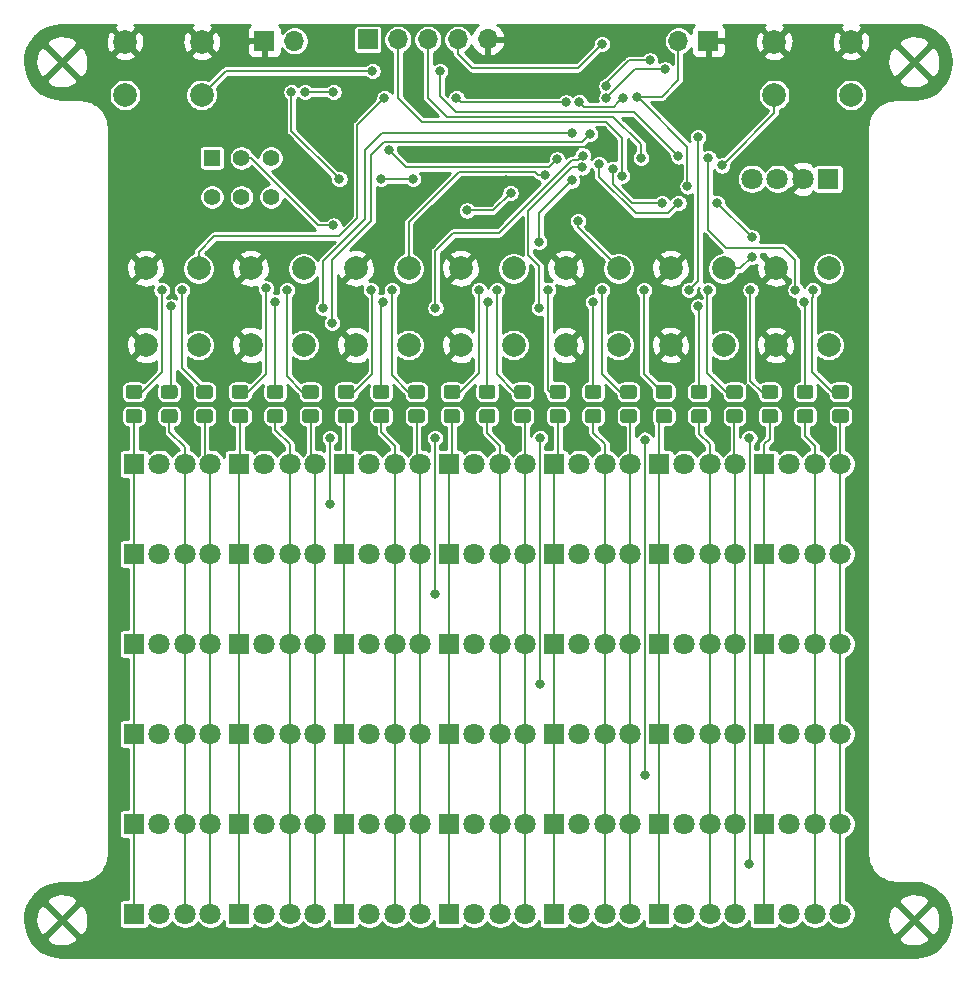
<source format=gbr>
G04 #@! TF.GenerationSoftware,KiCad,Pcbnew,5.1.5+dfsg1-2*
G04 #@! TF.CreationDate,2020-01-03T23:49:52-05:00*
G04 #@! TF.ProjectId,PCB,5043422e-6b69-4636-9164-5f7063625858,rev?*
G04 #@! TF.SameCoordinates,Original*
G04 #@! TF.FileFunction,Copper,L2,Bot*
G04 #@! TF.FilePolarity,Positive*
%FSLAX46Y46*%
G04 Gerber Fmt 4.6, Leading zero omitted, Abs format (unit mm)*
G04 Created by KiCad (PCBNEW 5.1.5+dfsg1-2) date 2020-01-03 23:49:52*
%MOMM*%
%LPD*%
G04 APERTURE LIST*
%ADD10O,1.700000X1.700000*%
%ADD11R,1.700000X1.700000*%
%ADD12C,2.000000*%
%ADD13C,1.400000*%
%ADD14R,1.400000X1.400000*%
%ADD15C,0.100000*%
%ADD16C,1.800000*%
%ADD17R,1.800000X1.800000*%
%ADD18C,0.800000*%
%ADD19C,0.200000*%
%ADD20C,0.254000*%
G04 APERTURE END LIST*
D10*
X198501000Y-40386000D03*
D11*
X201041000Y-40386000D03*
D12*
X158138000Y-40458000D03*
X158138000Y-44958000D03*
X151638000Y-40458000D03*
X151638000Y-44958000D03*
X213106000Y-40458000D03*
X213106000Y-44958000D03*
X206606000Y-40458000D03*
X206606000Y-44958000D03*
X206730000Y-59636000D03*
X211230000Y-59636000D03*
X206730000Y-66136000D03*
X211230000Y-66136000D03*
X197840000Y-59636000D03*
X202340000Y-59636000D03*
X197840000Y-66136000D03*
X202340000Y-66136000D03*
X188950000Y-59636000D03*
X193450000Y-59636000D03*
X188950000Y-66136000D03*
X193450000Y-66136000D03*
X180060000Y-59636000D03*
X184560000Y-59636000D03*
X180060000Y-66136000D03*
X184560000Y-66136000D03*
X171170000Y-59636000D03*
X175670000Y-59636000D03*
X171170000Y-66136000D03*
X175670000Y-66136000D03*
X162280000Y-59636000D03*
X166780000Y-59636000D03*
X162280000Y-66136000D03*
X166780000Y-66136000D03*
X153390000Y-59636000D03*
X157890000Y-59636000D03*
X153390000Y-66136000D03*
X157890000Y-66136000D03*
D13*
X164004000Y-53592000D03*
X161504000Y-53592000D03*
X159004000Y-53592000D03*
X164004000Y-50292000D03*
X161504000Y-50292000D03*
D14*
X159004000Y-50292000D03*
G04 #@! TA.AperFunction,SMDPad,CuDef*
D15*
G36*
X212691505Y-71571204D02*
G01*
X212715773Y-71574804D01*
X212739572Y-71580765D01*
X212762671Y-71589030D01*
X212784850Y-71599520D01*
X212805893Y-71612132D01*
X212825599Y-71626747D01*
X212843777Y-71643223D01*
X212860253Y-71661401D01*
X212874868Y-71681107D01*
X212887480Y-71702150D01*
X212897970Y-71724329D01*
X212906235Y-71747428D01*
X212912196Y-71771227D01*
X212915796Y-71795495D01*
X212917000Y-71819999D01*
X212917000Y-72470001D01*
X212915796Y-72494505D01*
X212912196Y-72518773D01*
X212906235Y-72542572D01*
X212897970Y-72565671D01*
X212887480Y-72587850D01*
X212874868Y-72608893D01*
X212860253Y-72628599D01*
X212843777Y-72646777D01*
X212825599Y-72663253D01*
X212805893Y-72677868D01*
X212784850Y-72690480D01*
X212762671Y-72700970D01*
X212739572Y-72709235D01*
X212715773Y-72715196D01*
X212691505Y-72718796D01*
X212667001Y-72720000D01*
X211766999Y-72720000D01*
X211742495Y-72718796D01*
X211718227Y-72715196D01*
X211694428Y-72709235D01*
X211671329Y-72700970D01*
X211649150Y-72690480D01*
X211628107Y-72677868D01*
X211608401Y-72663253D01*
X211590223Y-72646777D01*
X211573747Y-72628599D01*
X211559132Y-72608893D01*
X211546520Y-72587850D01*
X211536030Y-72565671D01*
X211527765Y-72542572D01*
X211521804Y-72518773D01*
X211518204Y-72494505D01*
X211517000Y-72470001D01*
X211517000Y-71819999D01*
X211518204Y-71795495D01*
X211521804Y-71771227D01*
X211527765Y-71747428D01*
X211536030Y-71724329D01*
X211546520Y-71702150D01*
X211559132Y-71681107D01*
X211573747Y-71661401D01*
X211590223Y-71643223D01*
X211608401Y-71626747D01*
X211628107Y-71612132D01*
X211649150Y-71599520D01*
X211671329Y-71589030D01*
X211694428Y-71580765D01*
X211718227Y-71574804D01*
X211742495Y-71571204D01*
X211766999Y-71570000D01*
X212667001Y-71570000D01*
X212691505Y-71571204D01*
G37*
G04 #@! TD.AperFunction*
G04 #@! TA.AperFunction,SMDPad,CuDef*
G36*
X212691505Y-69521204D02*
G01*
X212715773Y-69524804D01*
X212739572Y-69530765D01*
X212762671Y-69539030D01*
X212784850Y-69549520D01*
X212805893Y-69562132D01*
X212825599Y-69576747D01*
X212843777Y-69593223D01*
X212860253Y-69611401D01*
X212874868Y-69631107D01*
X212887480Y-69652150D01*
X212897970Y-69674329D01*
X212906235Y-69697428D01*
X212912196Y-69721227D01*
X212915796Y-69745495D01*
X212917000Y-69769999D01*
X212917000Y-70420001D01*
X212915796Y-70444505D01*
X212912196Y-70468773D01*
X212906235Y-70492572D01*
X212897970Y-70515671D01*
X212887480Y-70537850D01*
X212874868Y-70558893D01*
X212860253Y-70578599D01*
X212843777Y-70596777D01*
X212825599Y-70613253D01*
X212805893Y-70627868D01*
X212784850Y-70640480D01*
X212762671Y-70650970D01*
X212739572Y-70659235D01*
X212715773Y-70665196D01*
X212691505Y-70668796D01*
X212667001Y-70670000D01*
X211766999Y-70670000D01*
X211742495Y-70668796D01*
X211718227Y-70665196D01*
X211694428Y-70659235D01*
X211671329Y-70650970D01*
X211649150Y-70640480D01*
X211628107Y-70627868D01*
X211608401Y-70613253D01*
X211590223Y-70596777D01*
X211573747Y-70578599D01*
X211559132Y-70558893D01*
X211546520Y-70537850D01*
X211536030Y-70515671D01*
X211527765Y-70492572D01*
X211521804Y-70468773D01*
X211518204Y-70444505D01*
X211517000Y-70420001D01*
X211517000Y-69769999D01*
X211518204Y-69745495D01*
X211521804Y-69721227D01*
X211527765Y-69697428D01*
X211536030Y-69674329D01*
X211546520Y-69652150D01*
X211559132Y-69631107D01*
X211573747Y-69611401D01*
X211590223Y-69593223D01*
X211608401Y-69576747D01*
X211628107Y-69562132D01*
X211649150Y-69549520D01*
X211671329Y-69539030D01*
X211694428Y-69530765D01*
X211718227Y-69524804D01*
X211742495Y-69521204D01*
X211766999Y-69520000D01*
X212667001Y-69520000D01*
X212691505Y-69521204D01*
G37*
G04 #@! TD.AperFunction*
G04 #@! TA.AperFunction,SMDPad,CuDef*
G36*
X209700655Y-71571204D02*
G01*
X209724923Y-71574804D01*
X209748722Y-71580765D01*
X209771821Y-71589030D01*
X209794000Y-71599520D01*
X209815043Y-71612132D01*
X209834749Y-71626747D01*
X209852927Y-71643223D01*
X209869403Y-71661401D01*
X209884018Y-71681107D01*
X209896630Y-71702150D01*
X209907120Y-71724329D01*
X209915385Y-71747428D01*
X209921346Y-71771227D01*
X209924946Y-71795495D01*
X209926150Y-71819999D01*
X209926150Y-72470001D01*
X209924946Y-72494505D01*
X209921346Y-72518773D01*
X209915385Y-72542572D01*
X209907120Y-72565671D01*
X209896630Y-72587850D01*
X209884018Y-72608893D01*
X209869403Y-72628599D01*
X209852927Y-72646777D01*
X209834749Y-72663253D01*
X209815043Y-72677868D01*
X209794000Y-72690480D01*
X209771821Y-72700970D01*
X209748722Y-72709235D01*
X209724923Y-72715196D01*
X209700655Y-72718796D01*
X209676151Y-72720000D01*
X208776149Y-72720000D01*
X208751645Y-72718796D01*
X208727377Y-72715196D01*
X208703578Y-72709235D01*
X208680479Y-72700970D01*
X208658300Y-72690480D01*
X208637257Y-72677868D01*
X208617551Y-72663253D01*
X208599373Y-72646777D01*
X208582897Y-72628599D01*
X208568282Y-72608893D01*
X208555670Y-72587850D01*
X208545180Y-72565671D01*
X208536915Y-72542572D01*
X208530954Y-72518773D01*
X208527354Y-72494505D01*
X208526150Y-72470001D01*
X208526150Y-71819999D01*
X208527354Y-71795495D01*
X208530954Y-71771227D01*
X208536915Y-71747428D01*
X208545180Y-71724329D01*
X208555670Y-71702150D01*
X208568282Y-71681107D01*
X208582897Y-71661401D01*
X208599373Y-71643223D01*
X208617551Y-71626747D01*
X208637257Y-71612132D01*
X208658300Y-71599520D01*
X208680479Y-71589030D01*
X208703578Y-71580765D01*
X208727377Y-71574804D01*
X208751645Y-71571204D01*
X208776149Y-71570000D01*
X209676151Y-71570000D01*
X209700655Y-71571204D01*
G37*
G04 #@! TD.AperFunction*
G04 #@! TA.AperFunction,SMDPad,CuDef*
G36*
X209700655Y-69521204D02*
G01*
X209724923Y-69524804D01*
X209748722Y-69530765D01*
X209771821Y-69539030D01*
X209794000Y-69549520D01*
X209815043Y-69562132D01*
X209834749Y-69576747D01*
X209852927Y-69593223D01*
X209869403Y-69611401D01*
X209884018Y-69631107D01*
X209896630Y-69652150D01*
X209907120Y-69674329D01*
X209915385Y-69697428D01*
X209921346Y-69721227D01*
X209924946Y-69745495D01*
X209926150Y-69769999D01*
X209926150Y-70420001D01*
X209924946Y-70444505D01*
X209921346Y-70468773D01*
X209915385Y-70492572D01*
X209907120Y-70515671D01*
X209896630Y-70537850D01*
X209884018Y-70558893D01*
X209869403Y-70578599D01*
X209852927Y-70596777D01*
X209834749Y-70613253D01*
X209815043Y-70627868D01*
X209794000Y-70640480D01*
X209771821Y-70650970D01*
X209748722Y-70659235D01*
X209724923Y-70665196D01*
X209700655Y-70668796D01*
X209676151Y-70670000D01*
X208776149Y-70670000D01*
X208751645Y-70668796D01*
X208727377Y-70665196D01*
X208703578Y-70659235D01*
X208680479Y-70650970D01*
X208658300Y-70640480D01*
X208637257Y-70627868D01*
X208617551Y-70613253D01*
X208599373Y-70596777D01*
X208582897Y-70578599D01*
X208568282Y-70558893D01*
X208555670Y-70537850D01*
X208545180Y-70515671D01*
X208536915Y-70492572D01*
X208530954Y-70468773D01*
X208527354Y-70444505D01*
X208526150Y-70420001D01*
X208526150Y-69769999D01*
X208527354Y-69745495D01*
X208530954Y-69721227D01*
X208536915Y-69697428D01*
X208545180Y-69674329D01*
X208555670Y-69652150D01*
X208568282Y-69631107D01*
X208582897Y-69611401D01*
X208599373Y-69593223D01*
X208617551Y-69576747D01*
X208637257Y-69562132D01*
X208658300Y-69549520D01*
X208680479Y-69539030D01*
X208703578Y-69530765D01*
X208727377Y-69524804D01*
X208751645Y-69521204D01*
X208776149Y-69520000D01*
X209676151Y-69520000D01*
X209700655Y-69521204D01*
G37*
G04 #@! TD.AperFunction*
G04 #@! TA.AperFunction,SMDPad,CuDef*
G36*
X206709805Y-71571204D02*
G01*
X206734073Y-71574804D01*
X206757872Y-71580765D01*
X206780971Y-71589030D01*
X206803150Y-71599520D01*
X206824193Y-71612132D01*
X206843899Y-71626747D01*
X206862077Y-71643223D01*
X206878553Y-71661401D01*
X206893168Y-71681107D01*
X206905780Y-71702150D01*
X206916270Y-71724329D01*
X206924535Y-71747428D01*
X206930496Y-71771227D01*
X206934096Y-71795495D01*
X206935300Y-71819999D01*
X206935300Y-72470001D01*
X206934096Y-72494505D01*
X206930496Y-72518773D01*
X206924535Y-72542572D01*
X206916270Y-72565671D01*
X206905780Y-72587850D01*
X206893168Y-72608893D01*
X206878553Y-72628599D01*
X206862077Y-72646777D01*
X206843899Y-72663253D01*
X206824193Y-72677868D01*
X206803150Y-72690480D01*
X206780971Y-72700970D01*
X206757872Y-72709235D01*
X206734073Y-72715196D01*
X206709805Y-72718796D01*
X206685301Y-72720000D01*
X205785299Y-72720000D01*
X205760795Y-72718796D01*
X205736527Y-72715196D01*
X205712728Y-72709235D01*
X205689629Y-72700970D01*
X205667450Y-72690480D01*
X205646407Y-72677868D01*
X205626701Y-72663253D01*
X205608523Y-72646777D01*
X205592047Y-72628599D01*
X205577432Y-72608893D01*
X205564820Y-72587850D01*
X205554330Y-72565671D01*
X205546065Y-72542572D01*
X205540104Y-72518773D01*
X205536504Y-72494505D01*
X205535300Y-72470001D01*
X205535300Y-71819999D01*
X205536504Y-71795495D01*
X205540104Y-71771227D01*
X205546065Y-71747428D01*
X205554330Y-71724329D01*
X205564820Y-71702150D01*
X205577432Y-71681107D01*
X205592047Y-71661401D01*
X205608523Y-71643223D01*
X205626701Y-71626747D01*
X205646407Y-71612132D01*
X205667450Y-71599520D01*
X205689629Y-71589030D01*
X205712728Y-71580765D01*
X205736527Y-71574804D01*
X205760795Y-71571204D01*
X205785299Y-71570000D01*
X206685301Y-71570000D01*
X206709805Y-71571204D01*
G37*
G04 #@! TD.AperFunction*
G04 #@! TA.AperFunction,SMDPad,CuDef*
G36*
X206709805Y-69521204D02*
G01*
X206734073Y-69524804D01*
X206757872Y-69530765D01*
X206780971Y-69539030D01*
X206803150Y-69549520D01*
X206824193Y-69562132D01*
X206843899Y-69576747D01*
X206862077Y-69593223D01*
X206878553Y-69611401D01*
X206893168Y-69631107D01*
X206905780Y-69652150D01*
X206916270Y-69674329D01*
X206924535Y-69697428D01*
X206930496Y-69721227D01*
X206934096Y-69745495D01*
X206935300Y-69769999D01*
X206935300Y-70420001D01*
X206934096Y-70444505D01*
X206930496Y-70468773D01*
X206924535Y-70492572D01*
X206916270Y-70515671D01*
X206905780Y-70537850D01*
X206893168Y-70558893D01*
X206878553Y-70578599D01*
X206862077Y-70596777D01*
X206843899Y-70613253D01*
X206824193Y-70627868D01*
X206803150Y-70640480D01*
X206780971Y-70650970D01*
X206757872Y-70659235D01*
X206734073Y-70665196D01*
X206709805Y-70668796D01*
X206685301Y-70670000D01*
X205785299Y-70670000D01*
X205760795Y-70668796D01*
X205736527Y-70665196D01*
X205712728Y-70659235D01*
X205689629Y-70650970D01*
X205667450Y-70640480D01*
X205646407Y-70627868D01*
X205626701Y-70613253D01*
X205608523Y-70596777D01*
X205592047Y-70578599D01*
X205577432Y-70558893D01*
X205564820Y-70537850D01*
X205554330Y-70515671D01*
X205546065Y-70492572D01*
X205540104Y-70468773D01*
X205536504Y-70444505D01*
X205535300Y-70420001D01*
X205535300Y-69769999D01*
X205536504Y-69745495D01*
X205540104Y-69721227D01*
X205546065Y-69697428D01*
X205554330Y-69674329D01*
X205564820Y-69652150D01*
X205577432Y-69631107D01*
X205592047Y-69611401D01*
X205608523Y-69593223D01*
X205626701Y-69576747D01*
X205646407Y-69562132D01*
X205667450Y-69549520D01*
X205689629Y-69539030D01*
X205712728Y-69530765D01*
X205736527Y-69524804D01*
X205760795Y-69521204D01*
X205785299Y-69520000D01*
X206685301Y-69520000D01*
X206709805Y-69521204D01*
G37*
G04 #@! TD.AperFunction*
G04 #@! TA.AperFunction,SMDPad,CuDef*
G36*
X203718955Y-71571204D02*
G01*
X203743223Y-71574804D01*
X203767022Y-71580765D01*
X203790121Y-71589030D01*
X203812300Y-71599520D01*
X203833343Y-71612132D01*
X203853049Y-71626747D01*
X203871227Y-71643223D01*
X203887703Y-71661401D01*
X203902318Y-71681107D01*
X203914930Y-71702150D01*
X203925420Y-71724329D01*
X203933685Y-71747428D01*
X203939646Y-71771227D01*
X203943246Y-71795495D01*
X203944450Y-71819999D01*
X203944450Y-72470001D01*
X203943246Y-72494505D01*
X203939646Y-72518773D01*
X203933685Y-72542572D01*
X203925420Y-72565671D01*
X203914930Y-72587850D01*
X203902318Y-72608893D01*
X203887703Y-72628599D01*
X203871227Y-72646777D01*
X203853049Y-72663253D01*
X203833343Y-72677868D01*
X203812300Y-72690480D01*
X203790121Y-72700970D01*
X203767022Y-72709235D01*
X203743223Y-72715196D01*
X203718955Y-72718796D01*
X203694451Y-72720000D01*
X202794449Y-72720000D01*
X202769945Y-72718796D01*
X202745677Y-72715196D01*
X202721878Y-72709235D01*
X202698779Y-72700970D01*
X202676600Y-72690480D01*
X202655557Y-72677868D01*
X202635851Y-72663253D01*
X202617673Y-72646777D01*
X202601197Y-72628599D01*
X202586582Y-72608893D01*
X202573970Y-72587850D01*
X202563480Y-72565671D01*
X202555215Y-72542572D01*
X202549254Y-72518773D01*
X202545654Y-72494505D01*
X202544450Y-72470001D01*
X202544450Y-71819999D01*
X202545654Y-71795495D01*
X202549254Y-71771227D01*
X202555215Y-71747428D01*
X202563480Y-71724329D01*
X202573970Y-71702150D01*
X202586582Y-71681107D01*
X202601197Y-71661401D01*
X202617673Y-71643223D01*
X202635851Y-71626747D01*
X202655557Y-71612132D01*
X202676600Y-71599520D01*
X202698779Y-71589030D01*
X202721878Y-71580765D01*
X202745677Y-71574804D01*
X202769945Y-71571204D01*
X202794449Y-71570000D01*
X203694451Y-71570000D01*
X203718955Y-71571204D01*
G37*
G04 #@! TD.AperFunction*
G04 #@! TA.AperFunction,SMDPad,CuDef*
G36*
X203718955Y-69521204D02*
G01*
X203743223Y-69524804D01*
X203767022Y-69530765D01*
X203790121Y-69539030D01*
X203812300Y-69549520D01*
X203833343Y-69562132D01*
X203853049Y-69576747D01*
X203871227Y-69593223D01*
X203887703Y-69611401D01*
X203902318Y-69631107D01*
X203914930Y-69652150D01*
X203925420Y-69674329D01*
X203933685Y-69697428D01*
X203939646Y-69721227D01*
X203943246Y-69745495D01*
X203944450Y-69769999D01*
X203944450Y-70420001D01*
X203943246Y-70444505D01*
X203939646Y-70468773D01*
X203933685Y-70492572D01*
X203925420Y-70515671D01*
X203914930Y-70537850D01*
X203902318Y-70558893D01*
X203887703Y-70578599D01*
X203871227Y-70596777D01*
X203853049Y-70613253D01*
X203833343Y-70627868D01*
X203812300Y-70640480D01*
X203790121Y-70650970D01*
X203767022Y-70659235D01*
X203743223Y-70665196D01*
X203718955Y-70668796D01*
X203694451Y-70670000D01*
X202794449Y-70670000D01*
X202769945Y-70668796D01*
X202745677Y-70665196D01*
X202721878Y-70659235D01*
X202698779Y-70650970D01*
X202676600Y-70640480D01*
X202655557Y-70627868D01*
X202635851Y-70613253D01*
X202617673Y-70596777D01*
X202601197Y-70578599D01*
X202586582Y-70558893D01*
X202573970Y-70537850D01*
X202563480Y-70515671D01*
X202555215Y-70492572D01*
X202549254Y-70468773D01*
X202545654Y-70444505D01*
X202544450Y-70420001D01*
X202544450Y-69769999D01*
X202545654Y-69745495D01*
X202549254Y-69721227D01*
X202555215Y-69697428D01*
X202563480Y-69674329D01*
X202573970Y-69652150D01*
X202586582Y-69631107D01*
X202601197Y-69611401D01*
X202617673Y-69593223D01*
X202635851Y-69576747D01*
X202655557Y-69562132D01*
X202676600Y-69549520D01*
X202698779Y-69539030D01*
X202721878Y-69530765D01*
X202745677Y-69524804D01*
X202769945Y-69521204D01*
X202794449Y-69520000D01*
X203694451Y-69520000D01*
X203718955Y-69521204D01*
G37*
G04 #@! TD.AperFunction*
G04 #@! TA.AperFunction,SMDPad,CuDef*
G36*
X200728105Y-71571204D02*
G01*
X200752373Y-71574804D01*
X200776172Y-71580765D01*
X200799271Y-71589030D01*
X200821450Y-71599520D01*
X200842493Y-71612132D01*
X200862199Y-71626747D01*
X200880377Y-71643223D01*
X200896853Y-71661401D01*
X200911468Y-71681107D01*
X200924080Y-71702150D01*
X200934570Y-71724329D01*
X200942835Y-71747428D01*
X200948796Y-71771227D01*
X200952396Y-71795495D01*
X200953600Y-71819999D01*
X200953600Y-72470001D01*
X200952396Y-72494505D01*
X200948796Y-72518773D01*
X200942835Y-72542572D01*
X200934570Y-72565671D01*
X200924080Y-72587850D01*
X200911468Y-72608893D01*
X200896853Y-72628599D01*
X200880377Y-72646777D01*
X200862199Y-72663253D01*
X200842493Y-72677868D01*
X200821450Y-72690480D01*
X200799271Y-72700970D01*
X200776172Y-72709235D01*
X200752373Y-72715196D01*
X200728105Y-72718796D01*
X200703601Y-72720000D01*
X199803599Y-72720000D01*
X199779095Y-72718796D01*
X199754827Y-72715196D01*
X199731028Y-72709235D01*
X199707929Y-72700970D01*
X199685750Y-72690480D01*
X199664707Y-72677868D01*
X199645001Y-72663253D01*
X199626823Y-72646777D01*
X199610347Y-72628599D01*
X199595732Y-72608893D01*
X199583120Y-72587850D01*
X199572630Y-72565671D01*
X199564365Y-72542572D01*
X199558404Y-72518773D01*
X199554804Y-72494505D01*
X199553600Y-72470001D01*
X199553600Y-71819999D01*
X199554804Y-71795495D01*
X199558404Y-71771227D01*
X199564365Y-71747428D01*
X199572630Y-71724329D01*
X199583120Y-71702150D01*
X199595732Y-71681107D01*
X199610347Y-71661401D01*
X199626823Y-71643223D01*
X199645001Y-71626747D01*
X199664707Y-71612132D01*
X199685750Y-71599520D01*
X199707929Y-71589030D01*
X199731028Y-71580765D01*
X199754827Y-71574804D01*
X199779095Y-71571204D01*
X199803599Y-71570000D01*
X200703601Y-71570000D01*
X200728105Y-71571204D01*
G37*
G04 #@! TD.AperFunction*
G04 #@! TA.AperFunction,SMDPad,CuDef*
G36*
X200728105Y-69521204D02*
G01*
X200752373Y-69524804D01*
X200776172Y-69530765D01*
X200799271Y-69539030D01*
X200821450Y-69549520D01*
X200842493Y-69562132D01*
X200862199Y-69576747D01*
X200880377Y-69593223D01*
X200896853Y-69611401D01*
X200911468Y-69631107D01*
X200924080Y-69652150D01*
X200934570Y-69674329D01*
X200942835Y-69697428D01*
X200948796Y-69721227D01*
X200952396Y-69745495D01*
X200953600Y-69769999D01*
X200953600Y-70420001D01*
X200952396Y-70444505D01*
X200948796Y-70468773D01*
X200942835Y-70492572D01*
X200934570Y-70515671D01*
X200924080Y-70537850D01*
X200911468Y-70558893D01*
X200896853Y-70578599D01*
X200880377Y-70596777D01*
X200862199Y-70613253D01*
X200842493Y-70627868D01*
X200821450Y-70640480D01*
X200799271Y-70650970D01*
X200776172Y-70659235D01*
X200752373Y-70665196D01*
X200728105Y-70668796D01*
X200703601Y-70670000D01*
X199803599Y-70670000D01*
X199779095Y-70668796D01*
X199754827Y-70665196D01*
X199731028Y-70659235D01*
X199707929Y-70650970D01*
X199685750Y-70640480D01*
X199664707Y-70627868D01*
X199645001Y-70613253D01*
X199626823Y-70596777D01*
X199610347Y-70578599D01*
X199595732Y-70558893D01*
X199583120Y-70537850D01*
X199572630Y-70515671D01*
X199564365Y-70492572D01*
X199558404Y-70468773D01*
X199554804Y-70444505D01*
X199553600Y-70420001D01*
X199553600Y-69769999D01*
X199554804Y-69745495D01*
X199558404Y-69721227D01*
X199564365Y-69697428D01*
X199572630Y-69674329D01*
X199583120Y-69652150D01*
X199595732Y-69631107D01*
X199610347Y-69611401D01*
X199626823Y-69593223D01*
X199645001Y-69576747D01*
X199664707Y-69562132D01*
X199685750Y-69549520D01*
X199707929Y-69539030D01*
X199731028Y-69530765D01*
X199754827Y-69524804D01*
X199779095Y-69521204D01*
X199803599Y-69520000D01*
X200703601Y-69520000D01*
X200728105Y-69521204D01*
G37*
G04 #@! TD.AperFunction*
G04 #@! TA.AperFunction,SMDPad,CuDef*
G36*
X197737255Y-71571204D02*
G01*
X197761523Y-71574804D01*
X197785322Y-71580765D01*
X197808421Y-71589030D01*
X197830600Y-71599520D01*
X197851643Y-71612132D01*
X197871349Y-71626747D01*
X197889527Y-71643223D01*
X197906003Y-71661401D01*
X197920618Y-71681107D01*
X197933230Y-71702150D01*
X197943720Y-71724329D01*
X197951985Y-71747428D01*
X197957946Y-71771227D01*
X197961546Y-71795495D01*
X197962750Y-71819999D01*
X197962750Y-72470001D01*
X197961546Y-72494505D01*
X197957946Y-72518773D01*
X197951985Y-72542572D01*
X197943720Y-72565671D01*
X197933230Y-72587850D01*
X197920618Y-72608893D01*
X197906003Y-72628599D01*
X197889527Y-72646777D01*
X197871349Y-72663253D01*
X197851643Y-72677868D01*
X197830600Y-72690480D01*
X197808421Y-72700970D01*
X197785322Y-72709235D01*
X197761523Y-72715196D01*
X197737255Y-72718796D01*
X197712751Y-72720000D01*
X196812749Y-72720000D01*
X196788245Y-72718796D01*
X196763977Y-72715196D01*
X196740178Y-72709235D01*
X196717079Y-72700970D01*
X196694900Y-72690480D01*
X196673857Y-72677868D01*
X196654151Y-72663253D01*
X196635973Y-72646777D01*
X196619497Y-72628599D01*
X196604882Y-72608893D01*
X196592270Y-72587850D01*
X196581780Y-72565671D01*
X196573515Y-72542572D01*
X196567554Y-72518773D01*
X196563954Y-72494505D01*
X196562750Y-72470001D01*
X196562750Y-71819999D01*
X196563954Y-71795495D01*
X196567554Y-71771227D01*
X196573515Y-71747428D01*
X196581780Y-71724329D01*
X196592270Y-71702150D01*
X196604882Y-71681107D01*
X196619497Y-71661401D01*
X196635973Y-71643223D01*
X196654151Y-71626747D01*
X196673857Y-71612132D01*
X196694900Y-71599520D01*
X196717079Y-71589030D01*
X196740178Y-71580765D01*
X196763977Y-71574804D01*
X196788245Y-71571204D01*
X196812749Y-71570000D01*
X197712751Y-71570000D01*
X197737255Y-71571204D01*
G37*
G04 #@! TD.AperFunction*
G04 #@! TA.AperFunction,SMDPad,CuDef*
G36*
X197737255Y-69521204D02*
G01*
X197761523Y-69524804D01*
X197785322Y-69530765D01*
X197808421Y-69539030D01*
X197830600Y-69549520D01*
X197851643Y-69562132D01*
X197871349Y-69576747D01*
X197889527Y-69593223D01*
X197906003Y-69611401D01*
X197920618Y-69631107D01*
X197933230Y-69652150D01*
X197943720Y-69674329D01*
X197951985Y-69697428D01*
X197957946Y-69721227D01*
X197961546Y-69745495D01*
X197962750Y-69769999D01*
X197962750Y-70420001D01*
X197961546Y-70444505D01*
X197957946Y-70468773D01*
X197951985Y-70492572D01*
X197943720Y-70515671D01*
X197933230Y-70537850D01*
X197920618Y-70558893D01*
X197906003Y-70578599D01*
X197889527Y-70596777D01*
X197871349Y-70613253D01*
X197851643Y-70627868D01*
X197830600Y-70640480D01*
X197808421Y-70650970D01*
X197785322Y-70659235D01*
X197761523Y-70665196D01*
X197737255Y-70668796D01*
X197712751Y-70670000D01*
X196812749Y-70670000D01*
X196788245Y-70668796D01*
X196763977Y-70665196D01*
X196740178Y-70659235D01*
X196717079Y-70650970D01*
X196694900Y-70640480D01*
X196673857Y-70627868D01*
X196654151Y-70613253D01*
X196635973Y-70596777D01*
X196619497Y-70578599D01*
X196604882Y-70558893D01*
X196592270Y-70537850D01*
X196581780Y-70515671D01*
X196573515Y-70492572D01*
X196567554Y-70468773D01*
X196563954Y-70444505D01*
X196562750Y-70420001D01*
X196562750Y-69769999D01*
X196563954Y-69745495D01*
X196567554Y-69721227D01*
X196573515Y-69697428D01*
X196581780Y-69674329D01*
X196592270Y-69652150D01*
X196604882Y-69631107D01*
X196619497Y-69611401D01*
X196635973Y-69593223D01*
X196654151Y-69576747D01*
X196673857Y-69562132D01*
X196694900Y-69549520D01*
X196717079Y-69539030D01*
X196740178Y-69530765D01*
X196763977Y-69524804D01*
X196788245Y-69521204D01*
X196812749Y-69520000D01*
X197712751Y-69520000D01*
X197737255Y-69521204D01*
G37*
G04 #@! TD.AperFunction*
G04 #@! TA.AperFunction,SMDPad,CuDef*
G36*
X194746405Y-71571204D02*
G01*
X194770673Y-71574804D01*
X194794472Y-71580765D01*
X194817571Y-71589030D01*
X194839750Y-71599520D01*
X194860793Y-71612132D01*
X194880499Y-71626747D01*
X194898677Y-71643223D01*
X194915153Y-71661401D01*
X194929768Y-71681107D01*
X194942380Y-71702150D01*
X194952870Y-71724329D01*
X194961135Y-71747428D01*
X194967096Y-71771227D01*
X194970696Y-71795495D01*
X194971900Y-71819999D01*
X194971900Y-72470001D01*
X194970696Y-72494505D01*
X194967096Y-72518773D01*
X194961135Y-72542572D01*
X194952870Y-72565671D01*
X194942380Y-72587850D01*
X194929768Y-72608893D01*
X194915153Y-72628599D01*
X194898677Y-72646777D01*
X194880499Y-72663253D01*
X194860793Y-72677868D01*
X194839750Y-72690480D01*
X194817571Y-72700970D01*
X194794472Y-72709235D01*
X194770673Y-72715196D01*
X194746405Y-72718796D01*
X194721901Y-72720000D01*
X193821899Y-72720000D01*
X193797395Y-72718796D01*
X193773127Y-72715196D01*
X193749328Y-72709235D01*
X193726229Y-72700970D01*
X193704050Y-72690480D01*
X193683007Y-72677868D01*
X193663301Y-72663253D01*
X193645123Y-72646777D01*
X193628647Y-72628599D01*
X193614032Y-72608893D01*
X193601420Y-72587850D01*
X193590930Y-72565671D01*
X193582665Y-72542572D01*
X193576704Y-72518773D01*
X193573104Y-72494505D01*
X193571900Y-72470001D01*
X193571900Y-71819999D01*
X193573104Y-71795495D01*
X193576704Y-71771227D01*
X193582665Y-71747428D01*
X193590930Y-71724329D01*
X193601420Y-71702150D01*
X193614032Y-71681107D01*
X193628647Y-71661401D01*
X193645123Y-71643223D01*
X193663301Y-71626747D01*
X193683007Y-71612132D01*
X193704050Y-71599520D01*
X193726229Y-71589030D01*
X193749328Y-71580765D01*
X193773127Y-71574804D01*
X193797395Y-71571204D01*
X193821899Y-71570000D01*
X194721901Y-71570000D01*
X194746405Y-71571204D01*
G37*
G04 #@! TD.AperFunction*
G04 #@! TA.AperFunction,SMDPad,CuDef*
G36*
X194746405Y-69521204D02*
G01*
X194770673Y-69524804D01*
X194794472Y-69530765D01*
X194817571Y-69539030D01*
X194839750Y-69549520D01*
X194860793Y-69562132D01*
X194880499Y-69576747D01*
X194898677Y-69593223D01*
X194915153Y-69611401D01*
X194929768Y-69631107D01*
X194942380Y-69652150D01*
X194952870Y-69674329D01*
X194961135Y-69697428D01*
X194967096Y-69721227D01*
X194970696Y-69745495D01*
X194971900Y-69769999D01*
X194971900Y-70420001D01*
X194970696Y-70444505D01*
X194967096Y-70468773D01*
X194961135Y-70492572D01*
X194952870Y-70515671D01*
X194942380Y-70537850D01*
X194929768Y-70558893D01*
X194915153Y-70578599D01*
X194898677Y-70596777D01*
X194880499Y-70613253D01*
X194860793Y-70627868D01*
X194839750Y-70640480D01*
X194817571Y-70650970D01*
X194794472Y-70659235D01*
X194770673Y-70665196D01*
X194746405Y-70668796D01*
X194721901Y-70670000D01*
X193821899Y-70670000D01*
X193797395Y-70668796D01*
X193773127Y-70665196D01*
X193749328Y-70659235D01*
X193726229Y-70650970D01*
X193704050Y-70640480D01*
X193683007Y-70627868D01*
X193663301Y-70613253D01*
X193645123Y-70596777D01*
X193628647Y-70578599D01*
X193614032Y-70558893D01*
X193601420Y-70537850D01*
X193590930Y-70515671D01*
X193582665Y-70492572D01*
X193576704Y-70468773D01*
X193573104Y-70444505D01*
X193571900Y-70420001D01*
X193571900Y-69769999D01*
X193573104Y-69745495D01*
X193576704Y-69721227D01*
X193582665Y-69697428D01*
X193590930Y-69674329D01*
X193601420Y-69652150D01*
X193614032Y-69631107D01*
X193628647Y-69611401D01*
X193645123Y-69593223D01*
X193663301Y-69576747D01*
X193683007Y-69562132D01*
X193704050Y-69549520D01*
X193726229Y-69539030D01*
X193749328Y-69530765D01*
X193773127Y-69524804D01*
X193797395Y-69521204D01*
X193821899Y-69520000D01*
X194721901Y-69520000D01*
X194746405Y-69521204D01*
G37*
G04 #@! TD.AperFunction*
G04 #@! TA.AperFunction,SMDPad,CuDef*
G36*
X191755555Y-71571204D02*
G01*
X191779823Y-71574804D01*
X191803622Y-71580765D01*
X191826721Y-71589030D01*
X191848900Y-71599520D01*
X191869943Y-71612132D01*
X191889649Y-71626747D01*
X191907827Y-71643223D01*
X191924303Y-71661401D01*
X191938918Y-71681107D01*
X191951530Y-71702150D01*
X191962020Y-71724329D01*
X191970285Y-71747428D01*
X191976246Y-71771227D01*
X191979846Y-71795495D01*
X191981050Y-71819999D01*
X191981050Y-72470001D01*
X191979846Y-72494505D01*
X191976246Y-72518773D01*
X191970285Y-72542572D01*
X191962020Y-72565671D01*
X191951530Y-72587850D01*
X191938918Y-72608893D01*
X191924303Y-72628599D01*
X191907827Y-72646777D01*
X191889649Y-72663253D01*
X191869943Y-72677868D01*
X191848900Y-72690480D01*
X191826721Y-72700970D01*
X191803622Y-72709235D01*
X191779823Y-72715196D01*
X191755555Y-72718796D01*
X191731051Y-72720000D01*
X190831049Y-72720000D01*
X190806545Y-72718796D01*
X190782277Y-72715196D01*
X190758478Y-72709235D01*
X190735379Y-72700970D01*
X190713200Y-72690480D01*
X190692157Y-72677868D01*
X190672451Y-72663253D01*
X190654273Y-72646777D01*
X190637797Y-72628599D01*
X190623182Y-72608893D01*
X190610570Y-72587850D01*
X190600080Y-72565671D01*
X190591815Y-72542572D01*
X190585854Y-72518773D01*
X190582254Y-72494505D01*
X190581050Y-72470001D01*
X190581050Y-71819999D01*
X190582254Y-71795495D01*
X190585854Y-71771227D01*
X190591815Y-71747428D01*
X190600080Y-71724329D01*
X190610570Y-71702150D01*
X190623182Y-71681107D01*
X190637797Y-71661401D01*
X190654273Y-71643223D01*
X190672451Y-71626747D01*
X190692157Y-71612132D01*
X190713200Y-71599520D01*
X190735379Y-71589030D01*
X190758478Y-71580765D01*
X190782277Y-71574804D01*
X190806545Y-71571204D01*
X190831049Y-71570000D01*
X191731051Y-71570000D01*
X191755555Y-71571204D01*
G37*
G04 #@! TD.AperFunction*
G04 #@! TA.AperFunction,SMDPad,CuDef*
G36*
X191755555Y-69521204D02*
G01*
X191779823Y-69524804D01*
X191803622Y-69530765D01*
X191826721Y-69539030D01*
X191848900Y-69549520D01*
X191869943Y-69562132D01*
X191889649Y-69576747D01*
X191907827Y-69593223D01*
X191924303Y-69611401D01*
X191938918Y-69631107D01*
X191951530Y-69652150D01*
X191962020Y-69674329D01*
X191970285Y-69697428D01*
X191976246Y-69721227D01*
X191979846Y-69745495D01*
X191981050Y-69769999D01*
X191981050Y-70420001D01*
X191979846Y-70444505D01*
X191976246Y-70468773D01*
X191970285Y-70492572D01*
X191962020Y-70515671D01*
X191951530Y-70537850D01*
X191938918Y-70558893D01*
X191924303Y-70578599D01*
X191907827Y-70596777D01*
X191889649Y-70613253D01*
X191869943Y-70627868D01*
X191848900Y-70640480D01*
X191826721Y-70650970D01*
X191803622Y-70659235D01*
X191779823Y-70665196D01*
X191755555Y-70668796D01*
X191731051Y-70670000D01*
X190831049Y-70670000D01*
X190806545Y-70668796D01*
X190782277Y-70665196D01*
X190758478Y-70659235D01*
X190735379Y-70650970D01*
X190713200Y-70640480D01*
X190692157Y-70627868D01*
X190672451Y-70613253D01*
X190654273Y-70596777D01*
X190637797Y-70578599D01*
X190623182Y-70558893D01*
X190610570Y-70537850D01*
X190600080Y-70515671D01*
X190591815Y-70492572D01*
X190585854Y-70468773D01*
X190582254Y-70444505D01*
X190581050Y-70420001D01*
X190581050Y-69769999D01*
X190582254Y-69745495D01*
X190585854Y-69721227D01*
X190591815Y-69697428D01*
X190600080Y-69674329D01*
X190610570Y-69652150D01*
X190623182Y-69631107D01*
X190637797Y-69611401D01*
X190654273Y-69593223D01*
X190672451Y-69576747D01*
X190692157Y-69562132D01*
X190713200Y-69549520D01*
X190735379Y-69539030D01*
X190758478Y-69530765D01*
X190782277Y-69524804D01*
X190806545Y-69521204D01*
X190831049Y-69520000D01*
X191731051Y-69520000D01*
X191755555Y-69521204D01*
G37*
G04 #@! TD.AperFunction*
G04 #@! TA.AperFunction,SMDPad,CuDef*
G36*
X188764705Y-71571204D02*
G01*
X188788973Y-71574804D01*
X188812772Y-71580765D01*
X188835871Y-71589030D01*
X188858050Y-71599520D01*
X188879093Y-71612132D01*
X188898799Y-71626747D01*
X188916977Y-71643223D01*
X188933453Y-71661401D01*
X188948068Y-71681107D01*
X188960680Y-71702150D01*
X188971170Y-71724329D01*
X188979435Y-71747428D01*
X188985396Y-71771227D01*
X188988996Y-71795495D01*
X188990200Y-71819999D01*
X188990200Y-72470001D01*
X188988996Y-72494505D01*
X188985396Y-72518773D01*
X188979435Y-72542572D01*
X188971170Y-72565671D01*
X188960680Y-72587850D01*
X188948068Y-72608893D01*
X188933453Y-72628599D01*
X188916977Y-72646777D01*
X188898799Y-72663253D01*
X188879093Y-72677868D01*
X188858050Y-72690480D01*
X188835871Y-72700970D01*
X188812772Y-72709235D01*
X188788973Y-72715196D01*
X188764705Y-72718796D01*
X188740201Y-72720000D01*
X187840199Y-72720000D01*
X187815695Y-72718796D01*
X187791427Y-72715196D01*
X187767628Y-72709235D01*
X187744529Y-72700970D01*
X187722350Y-72690480D01*
X187701307Y-72677868D01*
X187681601Y-72663253D01*
X187663423Y-72646777D01*
X187646947Y-72628599D01*
X187632332Y-72608893D01*
X187619720Y-72587850D01*
X187609230Y-72565671D01*
X187600965Y-72542572D01*
X187595004Y-72518773D01*
X187591404Y-72494505D01*
X187590200Y-72470001D01*
X187590200Y-71819999D01*
X187591404Y-71795495D01*
X187595004Y-71771227D01*
X187600965Y-71747428D01*
X187609230Y-71724329D01*
X187619720Y-71702150D01*
X187632332Y-71681107D01*
X187646947Y-71661401D01*
X187663423Y-71643223D01*
X187681601Y-71626747D01*
X187701307Y-71612132D01*
X187722350Y-71599520D01*
X187744529Y-71589030D01*
X187767628Y-71580765D01*
X187791427Y-71574804D01*
X187815695Y-71571204D01*
X187840199Y-71570000D01*
X188740201Y-71570000D01*
X188764705Y-71571204D01*
G37*
G04 #@! TD.AperFunction*
G04 #@! TA.AperFunction,SMDPad,CuDef*
G36*
X188764705Y-69521204D02*
G01*
X188788973Y-69524804D01*
X188812772Y-69530765D01*
X188835871Y-69539030D01*
X188858050Y-69549520D01*
X188879093Y-69562132D01*
X188898799Y-69576747D01*
X188916977Y-69593223D01*
X188933453Y-69611401D01*
X188948068Y-69631107D01*
X188960680Y-69652150D01*
X188971170Y-69674329D01*
X188979435Y-69697428D01*
X188985396Y-69721227D01*
X188988996Y-69745495D01*
X188990200Y-69769999D01*
X188990200Y-70420001D01*
X188988996Y-70444505D01*
X188985396Y-70468773D01*
X188979435Y-70492572D01*
X188971170Y-70515671D01*
X188960680Y-70537850D01*
X188948068Y-70558893D01*
X188933453Y-70578599D01*
X188916977Y-70596777D01*
X188898799Y-70613253D01*
X188879093Y-70627868D01*
X188858050Y-70640480D01*
X188835871Y-70650970D01*
X188812772Y-70659235D01*
X188788973Y-70665196D01*
X188764705Y-70668796D01*
X188740201Y-70670000D01*
X187840199Y-70670000D01*
X187815695Y-70668796D01*
X187791427Y-70665196D01*
X187767628Y-70659235D01*
X187744529Y-70650970D01*
X187722350Y-70640480D01*
X187701307Y-70627868D01*
X187681601Y-70613253D01*
X187663423Y-70596777D01*
X187646947Y-70578599D01*
X187632332Y-70558893D01*
X187619720Y-70537850D01*
X187609230Y-70515671D01*
X187600965Y-70492572D01*
X187595004Y-70468773D01*
X187591404Y-70444505D01*
X187590200Y-70420001D01*
X187590200Y-69769999D01*
X187591404Y-69745495D01*
X187595004Y-69721227D01*
X187600965Y-69697428D01*
X187609230Y-69674329D01*
X187619720Y-69652150D01*
X187632332Y-69631107D01*
X187646947Y-69611401D01*
X187663423Y-69593223D01*
X187681601Y-69576747D01*
X187701307Y-69562132D01*
X187722350Y-69549520D01*
X187744529Y-69539030D01*
X187767628Y-69530765D01*
X187791427Y-69524804D01*
X187815695Y-69521204D01*
X187840199Y-69520000D01*
X188740201Y-69520000D01*
X188764705Y-69521204D01*
G37*
G04 #@! TD.AperFunction*
G04 #@! TA.AperFunction,SMDPad,CuDef*
G36*
X185773855Y-71571204D02*
G01*
X185798123Y-71574804D01*
X185821922Y-71580765D01*
X185845021Y-71589030D01*
X185867200Y-71599520D01*
X185888243Y-71612132D01*
X185907949Y-71626747D01*
X185926127Y-71643223D01*
X185942603Y-71661401D01*
X185957218Y-71681107D01*
X185969830Y-71702150D01*
X185980320Y-71724329D01*
X185988585Y-71747428D01*
X185994546Y-71771227D01*
X185998146Y-71795495D01*
X185999350Y-71819999D01*
X185999350Y-72470001D01*
X185998146Y-72494505D01*
X185994546Y-72518773D01*
X185988585Y-72542572D01*
X185980320Y-72565671D01*
X185969830Y-72587850D01*
X185957218Y-72608893D01*
X185942603Y-72628599D01*
X185926127Y-72646777D01*
X185907949Y-72663253D01*
X185888243Y-72677868D01*
X185867200Y-72690480D01*
X185845021Y-72700970D01*
X185821922Y-72709235D01*
X185798123Y-72715196D01*
X185773855Y-72718796D01*
X185749351Y-72720000D01*
X184849349Y-72720000D01*
X184824845Y-72718796D01*
X184800577Y-72715196D01*
X184776778Y-72709235D01*
X184753679Y-72700970D01*
X184731500Y-72690480D01*
X184710457Y-72677868D01*
X184690751Y-72663253D01*
X184672573Y-72646777D01*
X184656097Y-72628599D01*
X184641482Y-72608893D01*
X184628870Y-72587850D01*
X184618380Y-72565671D01*
X184610115Y-72542572D01*
X184604154Y-72518773D01*
X184600554Y-72494505D01*
X184599350Y-72470001D01*
X184599350Y-71819999D01*
X184600554Y-71795495D01*
X184604154Y-71771227D01*
X184610115Y-71747428D01*
X184618380Y-71724329D01*
X184628870Y-71702150D01*
X184641482Y-71681107D01*
X184656097Y-71661401D01*
X184672573Y-71643223D01*
X184690751Y-71626747D01*
X184710457Y-71612132D01*
X184731500Y-71599520D01*
X184753679Y-71589030D01*
X184776778Y-71580765D01*
X184800577Y-71574804D01*
X184824845Y-71571204D01*
X184849349Y-71570000D01*
X185749351Y-71570000D01*
X185773855Y-71571204D01*
G37*
G04 #@! TD.AperFunction*
G04 #@! TA.AperFunction,SMDPad,CuDef*
G36*
X185773855Y-69521204D02*
G01*
X185798123Y-69524804D01*
X185821922Y-69530765D01*
X185845021Y-69539030D01*
X185867200Y-69549520D01*
X185888243Y-69562132D01*
X185907949Y-69576747D01*
X185926127Y-69593223D01*
X185942603Y-69611401D01*
X185957218Y-69631107D01*
X185969830Y-69652150D01*
X185980320Y-69674329D01*
X185988585Y-69697428D01*
X185994546Y-69721227D01*
X185998146Y-69745495D01*
X185999350Y-69769999D01*
X185999350Y-70420001D01*
X185998146Y-70444505D01*
X185994546Y-70468773D01*
X185988585Y-70492572D01*
X185980320Y-70515671D01*
X185969830Y-70537850D01*
X185957218Y-70558893D01*
X185942603Y-70578599D01*
X185926127Y-70596777D01*
X185907949Y-70613253D01*
X185888243Y-70627868D01*
X185867200Y-70640480D01*
X185845021Y-70650970D01*
X185821922Y-70659235D01*
X185798123Y-70665196D01*
X185773855Y-70668796D01*
X185749351Y-70670000D01*
X184849349Y-70670000D01*
X184824845Y-70668796D01*
X184800577Y-70665196D01*
X184776778Y-70659235D01*
X184753679Y-70650970D01*
X184731500Y-70640480D01*
X184710457Y-70627868D01*
X184690751Y-70613253D01*
X184672573Y-70596777D01*
X184656097Y-70578599D01*
X184641482Y-70558893D01*
X184628870Y-70537850D01*
X184618380Y-70515671D01*
X184610115Y-70492572D01*
X184604154Y-70468773D01*
X184600554Y-70444505D01*
X184599350Y-70420001D01*
X184599350Y-69769999D01*
X184600554Y-69745495D01*
X184604154Y-69721227D01*
X184610115Y-69697428D01*
X184618380Y-69674329D01*
X184628870Y-69652150D01*
X184641482Y-69631107D01*
X184656097Y-69611401D01*
X184672573Y-69593223D01*
X184690751Y-69576747D01*
X184710457Y-69562132D01*
X184731500Y-69549520D01*
X184753679Y-69539030D01*
X184776778Y-69530765D01*
X184800577Y-69524804D01*
X184824845Y-69521204D01*
X184849349Y-69520000D01*
X185749351Y-69520000D01*
X185773855Y-69521204D01*
G37*
G04 #@! TD.AperFunction*
G04 #@! TA.AperFunction,SMDPad,CuDef*
G36*
X182783005Y-71571204D02*
G01*
X182807273Y-71574804D01*
X182831072Y-71580765D01*
X182854171Y-71589030D01*
X182876350Y-71599520D01*
X182897393Y-71612132D01*
X182917099Y-71626747D01*
X182935277Y-71643223D01*
X182951753Y-71661401D01*
X182966368Y-71681107D01*
X182978980Y-71702150D01*
X182989470Y-71724329D01*
X182997735Y-71747428D01*
X183003696Y-71771227D01*
X183007296Y-71795495D01*
X183008500Y-71819999D01*
X183008500Y-72470001D01*
X183007296Y-72494505D01*
X183003696Y-72518773D01*
X182997735Y-72542572D01*
X182989470Y-72565671D01*
X182978980Y-72587850D01*
X182966368Y-72608893D01*
X182951753Y-72628599D01*
X182935277Y-72646777D01*
X182917099Y-72663253D01*
X182897393Y-72677868D01*
X182876350Y-72690480D01*
X182854171Y-72700970D01*
X182831072Y-72709235D01*
X182807273Y-72715196D01*
X182783005Y-72718796D01*
X182758501Y-72720000D01*
X181858499Y-72720000D01*
X181833995Y-72718796D01*
X181809727Y-72715196D01*
X181785928Y-72709235D01*
X181762829Y-72700970D01*
X181740650Y-72690480D01*
X181719607Y-72677868D01*
X181699901Y-72663253D01*
X181681723Y-72646777D01*
X181665247Y-72628599D01*
X181650632Y-72608893D01*
X181638020Y-72587850D01*
X181627530Y-72565671D01*
X181619265Y-72542572D01*
X181613304Y-72518773D01*
X181609704Y-72494505D01*
X181608500Y-72470001D01*
X181608500Y-71819999D01*
X181609704Y-71795495D01*
X181613304Y-71771227D01*
X181619265Y-71747428D01*
X181627530Y-71724329D01*
X181638020Y-71702150D01*
X181650632Y-71681107D01*
X181665247Y-71661401D01*
X181681723Y-71643223D01*
X181699901Y-71626747D01*
X181719607Y-71612132D01*
X181740650Y-71599520D01*
X181762829Y-71589030D01*
X181785928Y-71580765D01*
X181809727Y-71574804D01*
X181833995Y-71571204D01*
X181858499Y-71570000D01*
X182758501Y-71570000D01*
X182783005Y-71571204D01*
G37*
G04 #@! TD.AperFunction*
G04 #@! TA.AperFunction,SMDPad,CuDef*
G36*
X182783005Y-69521204D02*
G01*
X182807273Y-69524804D01*
X182831072Y-69530765D01*
X182854171Y-69539030D01*
X182876350Y-69549520D01*
X182897393Y-69562132D01*
X182917099Y-69576747D01*
X182935277Y-69593223D01*
X182951753Y-69611401D01*
X182966368Y-69631107D01*
X182978980Y-69652150D01*
X182989470Y-69674329D01*
X182997735Y-69697428D01*
X183003696Y-69721227D01*
X183007296Y-69745495D01*
X183008500Y-69769999D01*
X183008500Y-70420001D01*
X183007296Y-70444505D01*
X183003696Y-70468773D01*
X182997735Y-70492572D01*
X182989470Y-70515671D01*
X182978980Y-70537850D01*
X182966368Y-70558893D01*
X182951753Y-70578599D01*
X182935277Y-70596777D01*
X182917099Y-70613253D01*
X182897393Y-70627868D01*
X182876350Y-70640480D01*
X182854171Y-70650970D01*
X182831072Y-70659235D01*
X182807273Y-70665196D01*
X182783005Y-70668796D01*
X182758501Y-70670000D01*
X181858499Y-70670000D01*
X181833995Y-70668796D01*
X181809727Y-70665196D01*
X181785928Y-70659235D01*
X181762829Y-70650970D01*
X181740650Y-70640480D01*
X181719607Y-70627868D01*
X181699901Y-70613253D01*
X181681723Y-70596777D01*
X181665247Y-70578599D01*
X181650632Y-70558893D01*
X181638020Y-70537850D01*
X181627530Y-70515671D01*
X181619265Y-70492572D01*
X181613304Y-70468773D01*
X181609704Y-70444505D01*
X181608500Y-70420001D01*
X181608500Y-69769999D01*
X181609704Y-69745495D01*
X181613304Y-69721227D01*
X181619265Y-69697428D01*
X181627530Y-69674329D01*
X181638020Y-69652150D01*
X181650632Y-69631107D01*
X181665247Y-69611401D01*
X181681723Y-69593223D01*
X181699901Y-69576747D01*
X181719607Y-69562132D01*
X181740650Y-69549520D01*
X181762829Y-69539030D01*
X181785928Y-69530765D01*
X181809727Y-69524804D01*
X181833995Y-69521204D01*
X181858499Y-69520000D01*
X182758501Y-69520000D01*
X182783005Y-69521204D01*
G37*
G04 #@! TD.AperFunction*
G04 #@! TA.AperFunction,SMDPad,CuDef*
G36*
X179792155Y-71571204D02*
G01*
X179816423Y-71574804D01*
X179840222Y-71580765D01*
X179863321Y-71589030D01*
X179885500Y-71599520D01*
X179906543Y-71612132D01*
X179926249Y-71626747D01*
X179944427Y-71643223D01*
X179960903Y-71661401D01*
X179975518Y-71681107D01*
X179988130Y-71702150D01*
X179998620Y-71724329D01*
X180006885Y-71747428D01*
X180012846Y-71771227D01*
X180016446Y-71795495D01*
X180017650Y-71819999D01*
X180017650Y-72470001D01*
X180016446Y-72494505D01*
X180012846Y-72518773D01*
X180006885Y-72542572D01*
X179998620Y-72565671D01*
X179988130Y-72587850D01*
X179975518Y-72608893D01*
X179960903Y-72628599D01*
X179944427Y-72646777D01*
X179926249Y-72663253D01*
X179906543Y-72677868D01*
X179885500Y-72690480D01*
X179863321Y-72700970D01*
X179840222Y-72709235D01*
X179816423Y-72715196D01*
X179792155Y-72718796D01*
X179767651Y-72720000D01*
X178867649Y-72720000D01*
X178843145Y-72718796D01*
X178818877Y-72715196D01*
X178795078Y-72709235D01*
X178771979Y-72700970D01*
X178749800Y-72690480D01*
X178728757Y-72677868D01*
X178709051Y-72663253D01*
X178690873Y-72646777D01*
X178674397Y-72628599D01*
X178659782Y-72608893D01*
X178647170Y-72587850D01*
X178636680Y-72565671D01*
X178628415Y-72542572D01*
X178622454Y-72518773D01*
X178618854Y-72494505D01*
X178617650Y-72470001D01*
X178617650Y-71819999D01*
X178618854Y-71795495D01*
X178622454Y-71771227D01*
X178628415Y-71747428D01*
X178636680Y-71724329D01*
X178647170Y-71702150D01*
X178659782Y-71681107D01*
X178674397Y-71661401D01*
X178690873Y-71643223D01*
X178709051Y-71626747D01*
X178728757Y-71612132D01*
X178749800Y-71599520D01*
X178771979Y-71589030D01*
X178795078Y-71580765D01*
X178818877Y-71574804D01*
X178843145Y-71571204D01*
X178867649Y-71570000D01*
X179767651Y-71570000D01*
X179792155Y-71571204D01*
G37*
G04 #@! TD.AperFunction*
G04 #@! TA.AperFunction,SMDPad,CuDef*
G36*
X179792155Y-69521204D02*
G01*
X179816423Y-69524804D01*
X179840222Y-69530765D01*
X179863321Y-69539030D01*
X179885500Y-69549520D01*
X179906543Y-69562132D01*
X179926249Y-69576747D01*
X179944427Y-69593223D01*
X179960903Y-69611401D01*
X179975518Y-69631107D01*
X179988130Y-69652150D01*
X179998620Y-69674329D01*
X180006885Y-69697428D01*
X180012846Y-69721227D01*
X180016446Y-69745495D01*
X180017650Y-69769999D01*
X180017650Y-70420001D01*
X180016446Y-70444505D01*
X180012846Y-70468773D01*
X180006885Y-70492572D01*
X179998620Y-70515671D01*
X179988130Y-70537850D01*
X179975518Y-70558893D01*
X179960903Y-70578599D01*
X179944427Y-70596777D01*
X179926249Y-70613253D01*
X179906543Y-70627868D01*
X179885500Y-70640480D01*
X179863321Y-70650970D01*
X179840222Y-70659235D01*
X179816423Y-70665196D01*
X179792155Y-70668796D01*
X179767651Y-70670000D01*
X178867649Y-70670000D01*
X178843145Y-70668796D01*
X178818877Y-70665196D01*
X178795078Y-70659235D01*
X178771979Y-70650970D01*
X178749800Y-70640480D01*
X178728757Y-70627868D01*
X178709051Y-70613253D01*
X178690873Y-70596777D01*
X178674397Y-70578599D01*
X178659782Y-70558893D01*
X178647170Y-70537850D01*
X178636680Y-70515671D01*
X178628415Y-70492572D01*
X178622454Y-70468773D01*
X178618854Y-70444505D01*
X178617650Y-70420001D01*
X178617650Y-69769999D01*
X178618854Y-69745495D01*
X178622454Y-69721227D01*
X178628415Y-69697428D01*
X178636680Y-69674329D01*
X178647170Y-69652150D01*
X178659782Y-69631107D01*
X178674397Y-69611401D01*
X178690873Y-69593223D01*
X178709051Y-69576747D01*
X178728757Y-69562132D01*
X178749800Y-69549520D01*
X178771979Y-69539030D01*
X178795078Y-69530765D01*
X178818877Y-69524804D01*
X178843145Y-69521204D01*
X178867649Y-69520000D01*
X179767651Y-69520000D01*
X179792155Y-69521204D01*
G37*
G04 #@! TD.AperFunction*
G04 #@! TA.AperFunction,SMDPad,CuDef*
G36*
X176801305Y-71571204D02*
G01*
X176825573Y-71574804D01*
X176849372Y-71580765D01*
X176872471Y-71589030D01*
X176894650Y-71599520D01*
X176915693Y-71612132D01*
X176935399Y-71626747D01*
X176953577Y-71643223D01*
X176970053Y-71661401D01*
X176984668Y-71681107D01*
X176997280Y-71702150D01*
X177007770Y-71724329D01*
X177016035Y-71747428D01*
X177021996Y-71771227D01*
X177025596Y-71795495D01*
X177026800Y-71819999D01*
X177026800Y-72470001D01*
X177025596Y-72494505D01*
X177021996Y-72518773D01*
X177016035Y-72542572D01*
X177007770Y-72565671D01*
X176997280Y-72587850D01*
X176984668Y-72608893D01*
X176970053Y-72628599D01*
X176953577Y-72646777D01*
X176935399Y-72663253D01*
X176915693Y-72677868D01*
X176894650Y-72690480D01*
X176872471Y-72700970D01*
X176849372Y-72709235D01*
X176825573Y-72715196D01*
X176801305Y-72718796D01*
X176776801Y-72720000D01*
X175876799Y-72720000D01*
X175852295Y-72718796D01*
X175828027Y-72715196D01*
X175804228Y-72709235D01*
X175781129Y-72700970D01*
X175758950Y-72690480D01*
X175737907Y-72677868D01*
X175718201Y-72663253D01*
X175700023Y-72646777D01*
X175683547Y-72628599D01*
X175668932Y-72608893D01*
X175656320Y-72587850D01*
X175645830Y-72565671D01*
X175637565Y-72542572D01*
X175631604Y-72518773D01*
X175628004Y-72494505D01*
X175626800Y-72470001D01*
X175626800Y-71819999D01*
X175628004Y-71795495D01*
X175631604Y-71771227D01*
X175637565Y-71747428D01*
X175645830Y-71724329D01*
X175656320Y-71702150D01*
X175668932Y-71681107D01*
X175683547Y-71661401D01*
X175700023Y-71643223D01*
X175718201Y-71626747D01*
X175737907Y-71612132D01*
X175758950Y-71599520D01*
X175781129Y-71589030D01*
X175804228Y-71580765D01*
X175828027Y-71574804D01*
X175852295Y-71571204D01*
X175876799Y-71570000D01*
X176776801Y-71570000D01*
X176801305Y-71571204D01*
G37*
G04 #@! TD.AperFunction*
G04 #@! TA.AperFunction,SMDPad,CuDef*
G36*
X176801305Y-69521204D02*
G01*
X176825573Y-69524804D01*
X176849372Y-69530765D01*
X176872471Y-69539030D01*
X176894650Y-69549520D01*
X176915693Y-69562132D01*
X176935399Y-69576747D01*
X176953577Y-69593223D01*
X176970053Y-69611401D01*
X176984668Y-69631107D01*
X176997280Y-69652150D01*
X177007770Y-69674329D01*
X177016035Y-69697428D01*
X177021996Y-69721227D01*
X177025596Y-69745495D01*
X177026800Y-69769999D01*
X177026800Y-70420001D01*
X177025596Y-70444505D01*
X177021996Y-70468773D01*
X177016035Y-70492572D01*
X177007770Y-70515671D01*
X176997280Y-70537850D01*
X176984668Y-70558893D01*
X176970053Y-70578599D01*
X176953577Y-70596777D01*
X176935399Y-70613253D01*
X176915693Y-70627868D01*
X176894650Y-70640480D01*
X176872471Y-70650970D01*
X176849372Y-70659235D01*
X176825573Y-70665196D01*
X176801305Y-70668796D01*
X176776801Y-70670000D01*
X175876799Y-70670000D01*
X175852295Y-70668796D01*
X175828027Y-70665196D01*
X175804228Y-70659235D01*
X175781129Y-70650970D01*
X175758950Y-70640480D01*
X175737907Y-70627868D01*
X175718201Y-70613253D01*
X175700023Y-70596777D01*
X175683547Y-70578599D01*
X175668932Y-70558893D01*
X175656320Y-70537850D01*
X175645830Y-70515671D01*
X175637565Y-70492572D01*
X175631604Y-70468773D01*
X175628004Y-70444505D01*
X175626800Y-70420001D01*
X175626800Y-69769999D01*
X175628004Y-69745495D01*
X175631604Y-69721227D01*
X175637565Y-69697428D01*
X175645830Y-69674329D01*
X175656320Y-69652150D01*
X175668932Y-69631107D01*
X175683547Y-69611401D01*
X175700023Y-69593223D01*
X175718201Y-69576747D01*
X175737907Y-69562132D01*
X175758950Y-69549520D01*
X175781129Y-69539030D01*
X175804228Y-69530765D01*
X175828027Y-69524804D01*
X175852295Y-69521204D01*
X175876799Y-69520000D01*
X176776801Y-69520000D01*
X176801305Y-69521204D01*
G37*
G04 #@! TD.AperFunction*
G04 #@! TA.AperFunction,SMDPad,CuDef*
G36*
X173810455Y-71571204D02*
G01*
X173834723Y-71574804D01*
X173858522Y-71580765D01*
X173881621Y-71589030D01*
X173903800Y-71599520D01*
X173924843Y-71612132D01*
X173944549Y-71626747D01*
X173962727Y-71643223D01*
X173979203Y-71661401D01*
X173993818Y-71681107D01*
X174006430Y-71702150D01*
X174016920Y-71724329D01*
X174025185Y-71747428D01*
X174031146Y-71771227D01*
X174034746Y-71795495D01*
X174035950Y-71819999D01*
X174035950Y-72470001D01*
X174034746Y-72494505D01*
X174031146Y-72518773D01*
X174025185Y-72542572D01*
X174016920Y-72565671D01*
X174006430Y-72587850D01*
X173993818Y-72608893D01*
X173979203Y-72628599D01*
X173962727Y-72646777D01*
X173944549Y-72663253D01*
X173924843Y-72677868D01*
X173903800Y-72690480D01*
X173881621Y-72700970D01*
X173858522Y-72709235D01*
X173834723Y-72715196D01*
X173810455Y-72718796D01*
X173785951Y-72720000D01*
X172885949Y-72720000D01*
X172861445Y-72718796D01*
X172837177Y-72715196D01*
X172813378Y-72709235D01*
X172790279Y-72700970D01*
X172768100Y-72690480D01*
X172747057Y-72677868D01*
X172727351Y-72663253D01*
X172709173Y-72646777D01*
X172692697Y-72628599D01*
X172678082Y-72608893D01*
X172665470Y-72587850D01*
X172654980Y-72565671D01*
X172646715Y-72542572D01*
X172640754Y-72518773D01*
X172637154Y-72494505D01*
X172635950Y-72470001D01*
X172635950Y-71819999D01*
X172637154Y-71795495D01*
X172640754Y-71771227D01*
X172646715Y-71747428D01*
X172654980Y-71724329D01*
X172665470Y-71702150D01*
X172678082Y-71681107D01*
X172692697Y-71661401D01*
X172709173Y-71643223D01*
X172727351Y-71626747D01*
X172747057Y-71612132D01*
X172768100Y-71599520D01*
X172790279Y-71589030D01*
X172813378Y-71580765D01*
X172837177Y-71574804D01*
X172861445Y-71571204D01*
X172885949Y-71570000D01*
X173785951Y-71570000D01*
X173810455Y-71571204D01*
G37*
G04 #@! TD.AperFunction*
G04 #@! TA.AperFunction,SMDPad,CuDef*
G36*
X173810455Y-69521204D02*
G01*
X173834723Y-69524804D01*
X173858522Y-69530765D01*
X173881621Y-69539030D01*
X173903800Y-69549520D01*
X173924843Y-69562132D01*
X173944549Y-69576747D01*
X173962727Y-69593223D01*
X173979203Y-69611401D01*
X173993818Y-69631107D01*
X174006430Y-69652150D01*
X174016920Y-69674329D01*
X174025185Y-69697428D01*
X174031146Y-69721227D01*
X174034746Y-69745495D01*
X174035950Y-69769999D01*
X174035950Y-70420001D01*
X174034746Y-70444505D01*
X174031146Y-70468773D01*
X174025185Y-70492572D01*
X174016920Y-70515671D01*
X174006430Y-70537850D01*
X173993818Y-70558893D01*
X173979203Y-70578599D01*
X173962727Y-70596777D01*
X173944549Y-70613253D01*
X173924843Y-70627868D01*
X173903800Y-70640480D01*
X173881621Y-70650970D01*
X173858522Y-70659235D01*
X173834723Y-70665196D01*
X173810455Y-70668796D01*
X173785951Y-70670000D01*
X172885949Y-70670000D01*
X172861445Y-70668796D01*
X172837177Y-70665196D01*
X172813378Y-70659235D01*
X172790279Y-70650970D01*
X172768100Y-70640480D01*
X172747057Y-70627868D01*
X172727351Y-70613253D01*
X172709173Y-70596777D01*
X172692697Y-70578599D01*
X172678082Y-70558893D01*
X172665470Y-70537850D01*
X172654980Y-70515671D01*
X172646715Y-70492572D01*
X172640754Y-70468773D01*
X172637154Y-70444505D01*
X172635950Y-70420001D01*
X172635950Y-69769999D01*
X172637154Y-69745495D01*
X172640754Y-69721227D01*
X172646715Y-69697428D01*
X172654980Y-69674329D01*
X172665470Y-69652150D01*
X172678082Y-69631107D01*
X172692697Y-69611401D01*
X172709173Y-69593223D01*
X172727351Y-69576747D01*
X172747057Y-69562132D01*
X172768100Y-69549520D01*
X172790279Y-69539030D01*
X172813378Y-69530765D01*
X172837177Y-69524804D01*
X172861445Y-69521204D01*
X172885949Y-69520000D01*
X173785951Y-69520000D01*
X173810455Y-69521204D01*
G37*
G04 #@! TD.AperFunction*
G04 #@! TA.AperFunction,SMDPad,CuDef*
G36*
X170819605Y-71571204D02*
G01*
X170843873Y-71574804D01*
X170867672Y-71580765D01*
X170890771Y-71589030D01*
X170912950Y-71599520D01*
X170933993Y-71612132D01*
X170953699Y-71626747D01*
X170971877Y-71643223D01*
X170988353Y-71661401D01*
X171002968Y-71681107D01*
X171015580Y-71702150D01*
X171026070Y-71724329D01*
X171034335Y-71747428D01*
X171040296Y-71771227D01*
X171043896Y-71795495D01*
X171045100Y-71819999D01*
X171045100Y-72470001D01*
X171043896Y-72494505D01*
X171040296Y-72518773D01*
X171034335Y-72542572D01*
X171026070Y-72565671D01*
X171015580Y-72587850D01*
X171002968Y-72608893D01*
X170988353Y-72628599D01*
X170971877Y-72646777D01*
X170953699Y-72663253D01*
X170933993Y-72677868D01*
X170912950Y-72690480D01*
X170890771Y-72700970D01*
X170867672Y-72709235D01*
X170843873Y-72715196D01*
X170819605Y-72718796D01*
X170795101Y-72720000D01*
X169895099Y-72720000D01*
X169870595Y-72718796D01*
X169846327Y-72715196D01*
X169822528Y-72709235D01*
X169799429Y-72700970D01*
X169777250Y-72690480D01*
X169756207Y-72677868D01*
X169736501Y-72663253D01*
X169718323Y-72646777D01*
X169701847Y-72628599D01*
X169687232Y-72608893D01*
X169674620Y-72587850D01*
X169664130Y-72565671D01*
X169655865Y-72542572D01*
X169649904Y-72518773D01*
X169646304Y-72494505D01*
X169645100Y-72470001D01*
X169645100Y-71819999D01*
X169646304Y-71795495D01*
X169649904Y-71771227D01*
X169655865Y-71747428D01*
X169664130Y-71724329D01*
X169674620Y-71702150D01*
X169687232Y-71681107D01*
X169701847Y-71661401D01*
X169718323Y-71643223D01*
X169736501Y-71626747D01*
X169756207Y-71612132D01*
X169777250Y-71599520D01*
X169799429Y-71589030D01*
X169822528Y-71580765D01*
X169846327Y-71574804D01*
X169870595Y-71571204D01*
X169895099Y-71570000D01*
X170795101Y-71570000D01*
X170819605Y-71571204D01*
G37*
G04 #@! TD.AperFunction*
G04 #@! TA.AperFunction,SMDPad,CuDef*
G36*
X170819605Y-69521204D02*
G01*
X170843873Y-69524804D01*
X170867672Y-69530765D01*
X170890771Y-69539030D01*
X170912950Y-69549520D01*
X170933993Y-69562132D01*
X170953699Y-69576747D01*
X170971877Y-69593223D01*
X170988353Y-69611401D01*
X171002968Y-69631107D01*
X171015580Y-69652150D01*
X171026070Y-69674329D01*
X171034335Y-69697428D01*
X171040296Y-69721227D01*
X171043896Y-69745495D01*
X171045100Y-69769999D01*
X171045100Y-70420001D01*
X171043896Y-70444505D01*
X171040296Y-70468773D01*
X171034335Y-70492572D01*
X171026070Y-70515671D01*
X171015580Y-70537850D01*
X171002968Y-70558893D01*
X170988353Y-70578599D01*
X170971877Y-70596777D01*
X170953699Y-70613253D01*
X170933993Y-70627868D01*
X170912950Y-70640480D01*
X170890771Y-70650970D01*
X170867672Y-70659235D01*
X170843873Y-70665196D01*
X170819605Y-70668796D01*
X170795101Y-70670000D01*
X169895099Y-70670000D01*
X169870595Y-70668796D01*
X169846327Y-70665196D01*
X169822528Y-70659235D01*
X169799429Y-70650970D01*
X169777250Y-70640480D01*
X169756207Y-70627868D01*
X169736501Y-70613253D01*
X169718323Y-70596777D01*
X169701847Y-70578599D01*
X169687232Y-70558893D01*
X169674620Y-70537850D01*
X169664130Y-70515671D01*
X169655865Y-70492572D01*
X169649904Y-70468773D01*
X169646304Y-70444505D01*
X169645100Y-70420001D01*
X169645100Y-69769999D01*
X169646304Y-69745495D01*
X169649904Y-69721227D01*
X169655865Y-69697428D01*
X169664130Y-69674329D01*
X169674620Y-69652150D01*
X169687232Y-69631107D01*
X169701847Y-69611401D01*
X169718323Y-69593223D01*
X169736501Y-69576747D01*
X169756207Y-69562132D01*
X169777250Y-69549520D01*
X169799429Y-69539030D01*
X169822528Y-69530765D01*
X169846327Y-69524804D01*
X169870595Y-69521204D01*
X169895099Y-69520000D01*
X170795101Y-69520000D01*
X170819605Y-69521204D01*
G37*
G04 #@! TD.AperFunction*
G04 #@! TA.AperFunction,SMDPad,CuDef*
G36*
X167828755Y-71571204D02*
G01*
X167853023Y-71574804D01*
X167876822Y-71580765D01*
X167899921Y-71589030D01*
X167922100Y-71599520D01*
X167943143Y-71612132D01*
X167962849Y-71626747D01*
X167981027Y-71643223D01*
X167997503Y-71661401D01*
X168012118Y-71681107D01*
X168024730Y-71702150D01*
X168035220Y-71724329D01*
X168043485Y-71747428D01*
X168049446Y-71771227D01*
X168053046Y-71795495D01*
X168054250Y-71819999D01*
X168054250Y-72470001D01*
X168053046Y-72494505D01*
X168049446Y-72518773D01*
X168043485Y-72542572D01*
X168035220Y-72565671D01*
X168024730Y-72587850D01*
X168012118Y-72608893D01*
X167997503Y-72628599D01*
X167981027Y-72646777D01*
X167962849Y-72663253D01*
X167943143Y-72677868D01*
X167922100Y-72690480D01*
X167899921Y-72700970D01*
X167876822Y-72709235D01*
X167853023Y-72715196D01*
X167828755Y-72718796D01*
X167804251Y-72720000D01*
X166904249Y-72720000D01*
X166879745Y-72718796D01*
X166855477Y-72715196D01*
X166831678Y-72709235D01*
X166808579Y-72700970D01*
X166786400Y-72690480D01*
X166765357Y-72677868D01*
X166745651Y-72663253D01*
X166727473Y-72646777D01*
X166710997Y-72628599D01*
X166696382Y-72608893D01*
X166683770Y-72587850D01*
X166673280Y-72565671D01*
X166665015Y-72542572D01*
X166659054Y-72518773D01*
X166655454Y-72494505D01*
X166654250Y-72470001D01*
X166654250Y-71819999D01*
X166655454Y-71795495D01*
X166659054Y-71771227D01*
X166665015Y-71747428D01*
X166673280Y-71724329D01*
X166683770Y-71702150D01*
X166696382Y-71681107D01*
X166710997Y-71661401D01*
X166727473Y-71643223D01*
X166745651Y-71626747D01*
X166765357Y-71612132D01*
X166786400Y-71599520D01*
X166808579Y-71589030D01*
X166831678Y-71580765D01*
X166855477Y-71574804D01*
X166879745Y-71571204D01*
X166904249Y-71570000D01*
X167804251Y-71570000D01*
X167828755Y-71571204D01*
G37*
G04 #@! TD.AperFunction*
G04 #@! TA.AperFunction,SMDPad,CuDef*
G36*
X167828755Y-69521204D02*
G01*
X167853023Y-69524804D01*
X167876822Y-69530765D01*
X167899921Y-69539030D01*
X167922100Y-69549520D01*
X167943143Y-69562132D01*
X167962849Y-69576747D01*
X167981027Y-69593223D01*
X167997503Y-69611401D01*
X168012118Y-69631107D01*
X168024730Y-69652150D01*
X168035220Y-69674329D01*
X168043485Y-69697428D01*
X168049446Y-69721227D01*
X168053046Y-69745495D01*
X168054250Y-69769999D01*
X168054250Y-70420001D01*
X168053046Y-70444505D01*
X168049446Y-70468773D01*
X168043485Y-70492572D01*
X168035220Y-70515671D01*
X168024730Y-70537850D01*
X168012118Y-70558893D01*
X167997503Y-70578599D01*
X167981027Y-70596777D01*
X167962849Y-70613253D01*
X167943143Y-70627868D01*
X167922100Y-70640480D01*
X167899921Y-70650970D01*
X167876822Y-70659235D01*
X167853023Y-70665196D01*
X167828755Y-70668796D01*
X167804251Y-70670000D01*
X166904249Y-70670000D01*
X166879745Y-70668796D01*
X166855477Y-70665196D01*
X166831678Y-70659235D01*
X166808579Y-70650970D01*
X166786400Y-70640480D01*
X166765357Y-70627868D01*
X166745651Y-70613253D01*
X166727473Y-70596777D01*
X166710997Y-70578599D01*
X166696382Y-70558893D01*
X166683770Y-70537850D01*
X166673280Y-70515671D01*
X166665015Y-70492572D01*
X166659054Y-70468773D01*
X166655454Y-70444505D01*
X166654250Y-70420001D01*
X166654250Y-69769999D01*
X166655454Y-69745495D01*
X166659054Y-69721227D01*
X166665015Y-69697428D01*
X166673280Y-69674329D01*
X166683770Y-69652150D01*
X166696382Y-69631107D01*
X166710997Y-69611401D01*
X166727473Y-69593223D01*
X166745651Y-69576747D01*
X166765357Y-69562132D01*
X166786400Y-69549520D01*
X166808579Y-69539030D01*
X166831678Y-69530765D01*
X166855477Y-69524804D01*
X166879745Y-69521204D01*
X166904249Y-69520000D01*
X167804251Y-69520000D01*
X167828755Y-69521204D01*
G37*
G04 #@! TD.AperFunction*
G04 #@! TA.AperFunction,SMDPad,CuDef*
G36*
X164837905Y-71571204D02*
G01*
X164862173Y-71574804D01*
X164885972Y-71580765D01*
X164909071Y-71589030D01*
X164931250Y-71599520D01*
X164952293Y-71612132D01*
X164971999Y-71626747D01*
X164990177Y-71643223D01*
X165006653Y-71661401D01*
X165021268Y-71681107D01*
X165033880Y-71702150D01*
X165044370Y-71724329D01*
X165052635Y-71747428D01*
X165058596Y-71771227D01*
X165062196Y-71795495D01*
X165063400Y-71819999D01*
X165063400Y-72470001D01*
X165062196Y-72494505D01*
X165058596Y-72518773D01*
X165052635Y-72542572D01*
X165044370Y-72565671D01*
X165033880Y-72587850D01*
X165021268Y-72608893D01*
X165006653Y-72628599D01*
X164990177Y-72646777D01*
X164971999Y-72663253D01*
X164952293Y-72677868D01*
X164931250Y-72690480D01*
X164909071Y-72700970D01*
X164885972Y-72709235D01*
X164862173Y-72715196D01*
X164837905Y-72718796D01*
X164813401Y-72720000D01*
X163913399Y-72720000D01*
X163888895Y-72718796D01*
X163864627Y-72715196D01*
X163840828Y-72709235D01*
X163817729Y-72700970D01*
X163795550Y-72690480D01*
X163774507Y-72677868D01*
X163754801Y-72663253D01*
X163736623Y-72646777D01*
X163720147Y-72628599D01*
X163705532Y-72608893D01*
X163692920Y-72587850D01*
X163682430Y-72565671D01*
X163674165Y-72542572D01*
X163668204Y-72518773D01*
X163664604Y-72494505D01*
X163663400Y-72470001D01*
X163663400Y-71819999D01*
X163664604Y-71795495D01*
X163668204Y-71771227D01*
X163674165Y-71747428D01*
X163682430Y-71724329D01*
X163692920Y-71702150D01*
X163705532Y-71681107D01*
X163720147Y-71661401D01*
X163736623Y-71643223D01*
X163754801Y-71626747D01*
X163774507Y-71612132D01*
X163795550Y-71599520D01*
X163817729Y-71589030D01*
X163840828Y-71580765D01*
X163864627Y-71574804D01*
X163888895Y-71571204D01*
X163913399Y-71570000D01*
X164813401Y-71570000D01*
X164837905Y-71571204D01*
G37*
G04 #@! TD.AperFunction*
G04 #@! TA.AperFunction,SMDPad,CuDef*
G36*
X164837905Y-69521204D02*
G01*
X164862173Y-69524804D01*
X164885972Y-69530765D01*
X164909071Y-69539030D01*
X164931250Y-69549520D01*
X164952293Y-69562132D01*
X164971999Y-69576747D01*
X164990177Y-69593223D01*
X165006653Y-69611401D01*
X165021268Y-69631107D01*
X165033880Y-69652150D01*
X165044370Y-69674329D01*
X165052635Y-69697428D01*
X165058596Y-69721227D01*
X165062196Y-69745495D01*
X165063400Y-69769999D01*
X165063400Y-70420001D01*
X165062196Y-70444505D01*
X165058596Y-70468773D01*
X165052635Y-70492572D01*
X165044370Y-70515671D01*
X165033880Y-70537850D01*
X165021268Y-70558893D01*
X165006653Y-70578599D01*
X164990177Y-70596777D01*
X164971999Y-70613253D01*
X164952293Y-70627868D01*
X164931250Y-70640480D01*
X164909071Y-70650970D01*
X164885972Y-70659235D01*
X164862173Y-70665196D01*
X164837905Y-70668796D01*
X164813401Y-70670000D01*
X163913399Y-70670000D01*
X163888895Y-70668796D01*
X163864627Y-70665196D01*
X163840828Y-70659235D01*
X163817729Y-70650970D01*
X163795550Y-70640480D01*
X163774507Y-70627868D01*
X163754801Y-70613253D01*
X163736623Y-70596777D01*
X163720147Y-70578599D01*
X163705532Y-70558893D01*
X163692920Y-70537850D01*
X163682430Y-70515671D01*
X163674165Y-70492572D01*
X163668204Y-70468773D01*
X163664604Y-70444505D01*
X163663400Y-70420001D01*
X163663400Y-69769999D01*
X163664604Y-69745495D01*
X163668204Y-69721227D01*
X163674165Y-69697428D01*
X163682430Y-69674329D01*
X163692920Y-69652150D01*
X163705532Y-69631107D01*
X163720147Y-69611401D01*
X163736623Y-69593223D01*
X163754801Y-69576747D01*
X163774507Y-69562132D01*
X163795550Y-69549520D01*
X163817729Y-69539030D01*
X163840828Y-69530765D01*
X163864627Y-69524804D01*
X163888895Y-69521204D01*
X163913399Y-69520000D01*
X164813401Y-69520000D01*
X164837905Y-69521204D01*
G37*
G04 #@! TD.AperFunction*
G04 #@! TA.AperFunction,SMDPad,CuDef*
G36*
X161847055Y-71571204D02*
G01*
X161871323Y-71574804D01*
X161895122Y-71580765D01*
X161918221Y-71589030D01*
X161940400Y-71599520D01*
X161961443Y-71612132D01*
X161981149Y-71626747D01*
X161999327Y-71643223D01*
X162015803Y-71661401D01*
X162030418Y-71681107D01*
X162043030Y-71702150D01*
X162053520Y-71724329D01*
X162061785Y-71747428D01*
X162067746Y-71771227D01*
X162071346Y-71795495D01*
X162072550Y-71819999D01*
X162072550Y-72470001D01*
X162071346Y-72494505D01*
X162067746Y-72518773D01*
X162061785Y-72542572D01*
X162053520Y-72565671D01*
X162043030Y-72587850D01*
X162030418Y-72608893D01*
X162015803Y-72628599D01*
X161999327Y-72646777D01*
X161981149Y-72663253D01*
X161961443Y-72677868D01*
X161940400Y-72690480D01*
X161918221Y-72700970D01*
X161895122Y-72709235D01*
X161871323Y-72715196D01*
X161847055Y-72718796D01*
X161822551Y-72720000D01*
X160922549Y-72720000D01*
X160898045Y-72718796D01*
X160873777Y-72715196D01*
X160849978Y-72709235D01*
X160826879Y-72700970D01*
X160804700Y-72690480D01*
X160783657Y-72677868D01*
X160763951Y-72663253D01*
X160745773Y-72646777D01*
X160729297Y-72628599D01*
X160714682Y-72608893D01*
X160702070Y-72587850D01*
X160691580Y-72565671D01*
X160683315Y-72542572D01*
X160677354Y-72518773D01*
X160673754Y-72494505D01*
X160672550Y-72470001D01*
X160672550Y-71819999D01*
X160673754Y-71795495D01*
X160677354Y-71771227D01*
X160683315Y-71747428D01*
X160691580Y-71724329D01*
X160702070Y-71702150D01*
X160714682Y-71681107D01*
X160729297Y-71661401D01*
X160745773Y-71643223D01*
X160763951Y-71626747D01*
X160783657Y-71612132D01*
X160804700Y-71599520D01*
X160826879Y-71589030D01*
X160849978Y-71580765D01*
X160873777Y-71574804D01*
X160898045Y-71571204D01*
X160922549Y-71570000D01*
X161822551Y-71570000D01*
X161847055Y-71571204D01*
G37*
G04 #@! TD.AperFunction*
G04 #@! TA.AperFunction,SMDPad,CuDef*
G36*
X161847055Y-69521204D02*
G01*
X161871323Y-69524804D01*
X161895122Y-69530765D01*
X161918221Y-69539030D01*
X161940400Y-69549520D01*
X161961443Y-69562132D01*
X161981149Y-69576747D01*
X161999327Y-69593223D01*
X162015803Y-69611401D01*
X162030418Y-69631107D01*
X162043030Y-69652150D01*
X162053520Y-69674329D01*
X162061785Y-69697428D01*
X162067746Y-69721227D01*
X162071346Y-69745495D01*
X162072550Y-69769999D01*
X162072550Y-70420001D01*
X162071346Y-70444505D01*
X162067746Y-70468773D01*
X162061785Y-70492572D01*
X162053520Y-70515671D01*
X162043030Y-70537850D01*
X162030418Y-70558893D01*
X162015803Y-70578599D01*
X161999327Y-70596777D01*
X161981149Y-70613253D01*
X161961443Y-70627868D01*
X161940400Y-70640480D01*
X161918221Y-70650970D01*
X161895122Y-70659235D01*
X161871323Y-70665196D01*
X161847055Y-70668796D01*
X161822551Y-70670000D01*
X160922549Y-70670000D01*
X160898045Y-70668796D01*
X160873777Y-70665196D01*
X160849978Y-70659235D01*
X160826879Y-70650970D01*
X160804700Y-70640480D01*
X160783657Y-70627868D01*
X160763951Y-70613253D01*
X160745773Y-70596777D01*
X160729297Y-70578599D01*
X160714682Y-70558893D01*
X160702070Y-70537850D01*
X160691580Y-70515671D01*
X160683315Y-70492572D01*
X160677354Y-70468773D01*
X160673754Y-70444505D01*
X160672550Y-70420001D01*
X160672550Y-69769999D01*
X160673754Y-69745495D01*
X160677354Y-69721227D01*
X160683315Y-69697428D01*
X160691580Y-69674329D01*
X160702070Y-69652150D01*
X160714682Y-69631107D01*
X160729297Y-69611401D01*
X160745773Y-69593223D01*
X160763951Y-69576747D01*
X160783657Y-69562132D01*
X160804700Y-69549520D01*
X160826879Y-69539030D01*
X160849978Y-69530765D01*
X160873777Y-69524804D01*
X160898045Y-69521204D01*
X160922549Y-69520000D01*
X161822551Y-69520000D01*
X161847055Y-69521204D01*
G37*
G04 #@! TD.AperFunction*
G04 #@! TA.AperFunction,SMDPad,CuDef*
G36*
X158856205Y-71571204D02*
G01*
X158880473Y-71574804D01*
X158904272Y-71580765D01*
X158927371Y-71589030D01*
X158949550Y-71599520D01*
X158970593Y-71612132D01*
X158990299Y-71626747D01*
X159008477Y-71643223D01*
X159024953Y-71661401D01*
X159039568Y-71681107D01*
X159052180Y-71702150D01*
X159062670Y-71724329D01*
X159070935Y-71747428D01*
X159076896Y-71771227D01*
X159080496Y-71795495D01*
X159081700Y-71819999D01*
X159081700Y-72470001D01*
X159080496Y-72494505D01*
X159076896Y-72518773D01*
X159070935Y-72542572D01*
X159062670Y-72565671D01*
X159052180Y-72587850D01*
X159039568Y-72608893D01*
X159024953Y-72628599D01*
X159008477Y-72646777D01*
X158990299Y-72663253D01*
X158970593Y-72677868D01*
X158949550Y-72690480D01*
X158927371Y-72700970D01*
X158904272Y-72709235D01*
X158880473Y-72715196D01*
X158856205Y-72718796D01*
X158831701Y-72720000D01*
X157931699Y-72720000D01*
X157907195Y-72718796D01*
X157882927Y-72715196D01*
X157859128Y-72709235D01*
X157836029Y-72700970D01*
X157813850Y-72690480D01*
X157792807Y-72677868D01*
X157773101Y-72663253D01*
X157754923Y-72646777D01*
X157738447Y-72628599D01*
X157723832Y-72608893D01*
X157711220Y-72587850D01*
X157700730Y-72565671D01*
X157692465Y-72542572D01*
X157686504Y-72518773D01*
X157682904Y-72494505D01*
X157681700Y-72470001D01*
X157681700Y-71819999D01*
X157682904Y-71795495D01*
X157686504Y-71771227D01*
X157692465Y-71747428D01*
X157700730Y-71724329D01*
X157711220Y-71702150D01*
X157723832Y-71681107D01*
X157738447Y-71661401D01*
X157754923Y-71643223D01*
X157773101Y-71626747D01*
X157792807Y-71612132D01*
X157813850Y-71599520D01*
X157836029Y-71589030D01*
X157859128Y-71580765D01*
X157882927Y-71574804D01*
X157907195Y-71571204D01*
X157931699Y-71570000D01*
X158831701Y-71570000D01*
X158856205Y-71571204D01*
G37*
G04 #@! TD.AperFunction*
G04 #@! TA.AperFunction,SMDPad,CuDef*
G36*
X158856205Y-69521204D02*
G01*
X158880473Y-69524804D01*
X158904272Y-69530765D01*
X158927371Y-69539030D01*
X158949550Y-69549520D01*
X158970593Y-69562132D01*
X158990299Y-69576747D01*
X159008477Y-69593223D01*
X159024953Y-69611401D01*
X159039568Y-69631107D01*
X159052180Y-69652150D01*
X159062670Y-69674329D01*
X159070935Y-69697428D01*
X159076896Y-69721227D01*
X159080496Y-69745495D01*
X159081700Y-69769999D01*
X159081700Y-70420001D01*
X159080496Y-70444505D01*
X159076896Y-70468773D01*
X159070935Y-70492572D01*
X159062670Y-70515671D01*
X159052180Y-70537850D01*
X159039568Y-70558893D01*
X159024953Y-70578599D01*
X159008477Y-70596777D01*
X158990299Y-70613253D01*
X158970593Y-70627868D01*
X158949550Y-70640480D01*
X158927371Y-70650970D01*
X158904272Y-70659235D01*
X158880473Y-70665196D01*
X158856205Y-70668796D01*
X158831701Y-70670000D01*
X157931699Y-70670000D01*
X157907195Y-70668796D01*
X157882927Y-70665196D01*
X157859128Y-70659235D01*
X157836029Y-70650970D01*
X157813850Y-70640480D01*
X157792807Y-70627868D01*
X157773101Y-70613253D01*
X157754923Y-70596777D01*
X157738447Y-70578599D01*
X157723832Y-70558893D01*
X157711220Y-70537850D01*
X157700730Y-70515671D01*
X157692465Y-70492572D01*
X157686504Y-70468773D01*
X157682904Y-70444505D01*
X157681700Y-70420001D01*
X157681700Y-69769999D01*
X157682904Y-69745495D01*
X157686504Y-69721227D01*
X157692465Y-69697428D01*
X157700730Y-69674329D01*
X157711220Y-69652150D01*
X157723832Y-69631107D01*
X157738447Y-69611401D01*
X157754923Y-69593223D01*
X157773101Y-69576747D01*
X157792807Y-69562132D01*
X157813850Y-69549520D01*
X157836029Y-69539030D01*
X157859128Y-69530765D01*
X157882927Y-69524804D01*
X157907195Y-69521204D01*
X157931699Y-69520000D01*
X158831701Y-69520000D01*
X158856205Y-69521204D01*
G37*
G04 #@! TD.AperFunction*
G04 #@! TA.AperFunction,SMDPad,CuDef*
G36*
X155865355Y-71571204D02*
G01*
X155889623Y-71574804D01*
X155913422Y-71580765D01*
X155936521Y-71589030D01*
X155958700Y-71599520D01*
X155979743Y-71612132D01*
X155999449Y-71626747D01*
X156017627Y-71643223D01*
X156034103Y-71661401D01*
X156048718Y-71681107D01*
X156061330Y-71702150D01*
X156071820Y-71724329D01*
X156080085Y-71747428D01*
X156086046Y-71771227D01*
X156089646Y-71795495D01*
X156090850Y-71819999D01*
X156090850Y-72470001D01*
X156089646Y-72494505D01*
X156086046Y-72518773D01*
X156080085Y-72542572D01*
X156071820Y-72565671D01*
X156061330Y-72587850D01*
X156048718Y-72608893D01*
X156034103Y-72628599D01*
X156017627Y-72646777D01*
X155999449Y-72663253D01*
X155979743Y-72677868D01*
X155958700Y-72690480D01*
X155936521Y-72700970D01*
X155913422Y-72709235D01*
X155889623Y-72715196D01*
X155865355Y-72718796D01*
X155840851Y-72720000D01*
X154940849Y-72720000D01*
X154916345Y-72718796D01*
X154892077Y-72715196D01*
X154868278Y-72709235D01*
X154845179Y-72700970D01*
X154823000Y-72690480D01*
X154801957Y-72677868D01*
X154782251Y-72663253D01*
X154764073Y-72646777D01*
X154747597Y-72628599D01*
X154732982Y-72608893D01*
X154720370Y-72587850D01*
X154709880Y-72565671D01*
X154701615Y-72542572D01*
X154695654Y-72518773D01*
X154692054Y-72494505D01*
X154690850Y-72470001D01*
X154690850Y-71819999D01*
X154692054Y-71795495D01*
X154695654Y-71771227D01*
X154701615Y-71747428D01*
X154709880Y-71724329D01*
X154720370Y-71702150D01*
X154732982Y-71681107D01*
X154747597Y-71661401D01*
X154764073Y-71643223D01*
X154782251Y-71626747D01*
X154801957Y-71612132D01*
X154823000Y-71599520D01*
X154845179Y-71589030D01*
X154868278Y-71580765D01*
X154892077Y-71574804D01*
X154916345Y-71571204D01*
X154940849Y-71570000D01*
X155840851Y-71570000D01*
X155865355Y-71571204D01*
G37*
G04 #@! TD.AperFunction*
G04 #@! TA.AperFunction,SMDPad,CuDef*
G36*
X155865355Y-69521204D02*
G01*
X155889623Y-69524804D01*
X155913422Y-69530765D01*
X155936521Y-69539030D01*
X155958700Y-69549520D01*
X155979743Y-69562132D01*
X155999449Y-69576747D01*
X156017627Y-69593223D01*
X156034103Y-69611401D01*
X156048718Y-69631107D01*
X156061330Y-69652150D01*
X156071820Y-69674329D01*
X156080085Y-69697428D01*
X156086046Y-69721227D01*
X156089646Y-69745495D01*
X156090850Y-69769999D01*
X156090850Y-70420001D01*
X156089646Y-70444505D01*
X156086046Y-70468773D01*
X156080085Y-70492572D01*
X156071820Y-70515671D01*
X156061330Y-70537850D01*
X156048718Y-70558893D01*
X156034103Y-70578599D01*
X156017627Y-70596777D01*
X155999449Y-70613253D01*
X155979743Y-70627868D01*
X155958700Y-70640480D01*
X155936521Y-70650970D01*
X155913422Y-70659235D01*
X155889623Y-70665196D01*
X155865355Y-70668796D01*
X155840851Y-70670000D01*
X154940849Y-70670000D01*
X154916345Y-70668796D01*
X154892077Y-70665196D01*
X154868278Y-70659235D01*
X154845179Y-70650970D01*
X154823000Y-70640480D01*
X154801957Y-70627868D01*
X154782251Y-70613253D01*
X154764073Y-70596777D01*
X154747597Y-70578599D01*
X154732982Y-70558893D01*
X154720370Y-70537850D01*
X154709880Y-70515671D01*
X154701615Y-70492572D01*
X154695654Y-70468773D01*
X154692054Y-70444505D01*
X154690850Y-70420001D01*
X154690850Y-69769999D01*
X154692054Y-69745495D01*
X154695654Y-69721227D01*
X154701615Y-69697428D01*
X154709880Y-69674329D01*
X154720370Y-69652150D01*
X154732982Y-69631107D01*
X154747597Y-69611401D01*
X154764073Y-69593223D01*
X154782251Y-69576747D01*
X154801957Y-69562132D01*
X154823000Y-69549520D01*
X154845179Y-69539030D01*
X154868278Y-69530765D01*
X154892077Y-69524804D01*
X154916345Y-69521204D01*
X154940849Y-69520000D01*
X155840851Y-69520000D01*
X155865355Y-69521204D01*
G37*
G04 #@! TD.AperFunction*
G04 #@! TA.AperFunction,SMDPad,CuDef*
G36*
X152874505Y-71571204D02*
G01*
X152898773Y-71574804D01*
X152922572Y-71580765D01*
X152945671Y-71589030D01*
X152967850Y-71599520D01*
X152988893Y-71612132D01*
X153008599Y-71626747D01*
X153026777Y-71643223D01*
X153043253Y-71661401D01*
X153057868Y-71681107D01*
X153070480Y-71702150D01*
X153080970Y-71724329D01*
X153089235Y-71747428D01*
X153095196Y-71771227D01*
X153098796Y-71795495D01*
X153100000Y-71819999D01*
X153100000Y-72470001D01*
X153098796Y-72494505D01*
X153095196Y-72518773D01*
X153089235Y-72542572D01*
X153080970Y-72565671D01*
X153070480Y-72587850D01*
X153057868Y-72608893D01*
X153043253Y-72628599D01*
X153026777Y-72646777D01*
X153008599Y-72663253D01*
X152988893Y-72677868D01*
X152967850Y-72690480D01*
X152945671Y-72700970D01*
X152922572Y-72709235D01*
X152898773Y-72715196D01*
X152874505Y-72718796D01*
X152850001Y-72720000D01*
X151949999Y-72720000D01*
X151925495Y-72718796D01*
X151901227Y-72715196D01*
X151877428Y-72709235D01*
X151854329Y-72700970D01*
X151832150Y-72690480D01*
X151811107Y-72677868D01*
X151791401Y-72663253D01*
X151773223Y-72646777D01*
X151756747Y-72628599D01*
X151742132Y-72608893D01*
X151729520Y-72587850D01*
X151719030Y-72565671D01*
X151710765Y-72542572D01*
X151704804Y-72518773D01*
X151701204Y-72494505D01*
X151700000Y-72470001D01*
X151700000Y-71819999D01*
X151701204Y-71795495D01*
X151704804Y-71771227D01*
X151710765Y-71747428D01*
X151719030Y-71724329D01*
X151729520Y-71702150D01*
X151742132Y-71681107D01*
X151756747Y-71661401D01*
X151773223Y-71643223D01*
X151791401Y-71626747D01*
X151811107Y-71612132D01*
X151832150Y-71599520D01*
X151854329Y-71589030D01*
X151877428Y-71580765D01*
X151901227Y-71574804D01*
X151925495Y-71571204D01*
X151949999Y-71570000D01*
X152850001Y-71570000D01*
X152874505Y-71571204D01*
G37*
G04 #@! TD.AperFunction*
G04 #@! TA.AperFunction,SMDPad,CuDef*
G36*
X152874505Y-69521204D02*
G01*
X152898773Y-69524804D01*
X152922572Y-69530765D01*
X152945671Y-69539030D01*
X152967850Y-69549520D01*
X152988893Y-69562132D01*
X153008599Y-69576747D01*
X153026777Y-69593223D01*
X153043253Y-69611401D01*
X153057868Y-69631107D01*
X153070480Y-69652150D01*
X153080970Y-69674329D01*
X153089235Y-69697428D01*
X153095196Y-69721227D01*
X153098796Y-69745495D01*
X153100000Y-69769999D01*
X153100000Y-70420001D01*
X153098796Y-70444505D01*
X153095196Y-70468773D01*
X153089235Y-70492572D01*
X153080970Y-70515671D01*
X153070480Y-70537850D01*
X153057868Y-70558893D01*
X153043253Y-70578599D01*
X153026777Y-70596777D01*
X153008599Y-70613253D01*
X152988893Y-70627868D01*
X152967850Y-70640480D01*
X152945671Y-70650970D01*
X152922572Y-70659235D01*
X152898773Y-70665196D01*
X152874505Y-70668796D01*
X152850001Y-70670000D01*
X151949999Y-70670000D01*
X151925495Y-70668796D01*
X151901227Y-70665196D01*
X151877428Y-70659235D01*
X151854329Y-70650970D01*
X151832150Y-70640480D01*
X151811107Y-70627868D01*
X151791401Y-70613253D01*
X151773223Y-70596777D01*
X151756747Y-70578599D01*
X151742132Y-70558893D01*
X151729520Y-70537850D01*
X151719030Y-70515671D01*
X151710765Y-70492572D01*
X151704804Y-70468773D01*
X151701204Y-70444505D01*
X151700000Y-70420001D01*
X151700000Y-69769999D01*
X151701204Y-69745495D01*
X151704804Y-69721227D01*
X151710765Y-69697428D01*
X151719030Y-69674329D01*
X151729520Y-69652150D01*
X151742132Y-69631107D01*
X151756747Y-69611401D01*
X151773223Y-69593223D01*
X151791401Y-69576747D01*
X151811107Y-69562132D01*
X151832150Y-69549520D01*
X151854329Y-69539030D01*
X151877428Y-69530765D01*
X151901227Y-69524804D01*
X151925495Y-69521204D01*
X151949999Y-69520000D01*
X152850001Y-69520000D01*
X152874505Y-69521204D01*
G37*
G04 #@! TD.AperFunction*
D10*
X165989000Y-40386000D03*
D11*
X163449000Y-40386000D03*
D10*
X182372000Y-40259000D03*
X179832000Y-40259000D03*
X177292000Y-40259000D03*
X174752000Y-40259000D03*
D11*
X172212000Y-40259000D03*
D16*
X212217000Y-114300000D03*
X210058000Y-114300000D03*
X207899000Y-114300000D03*
D17*
X205740000Y-114300000D03*
D16*
X203327000Y-114300000D03*
X201168000Y-114300000D03*
X199009000Y-114300000D03*
D17*
X196850000Y-114300000D03*
D16*
X194437000Y-114300000D03*
X192278000Y-114300000D03*
X190119000Y-114300000D03*
D17*
X187960000Y-114300000D03*
D16*
X185547000Y-114300000D03*
X183388000Y-114300000D03*
X181229000Y-114300000D03*
D17*
X179070000Y-114300000D03*
D16*
X176657000Y-114300000D03*
X174498000Y-114300000D03*
X172339000Y-114300000D03*
D17*
X170180000Y-114300000D03*
D16*
X167767000Y-114300000D03*
X165608000Y-114300000D03*
X163449000Y-114300000D03*
D17*
X161290000Y-114300000D03*
D16*
X158877000Y-114300000D03*
X156718000Y-114300000D03*
X154559000Y-114300000D03*
D17*
X152400000Y-114300000D03*
D16*
X212217000Y-106680000D03*
X210058000Y-106680000D03*
X207899000Y-106680000D03*
D17*
X205740000Y-106680000D03*
D16*
X203327000Y-106680000D03*
X201168000Y-106680000D03*
X199009000Y-106680000D03*
D17*
X196850000Y-106680000D03*
D16*
X194437000Y-106680000D03*
X192278000Y-106680000D03*
X190119000Y-106680000D03*
D17*
X187960000Y-106680000D03*
D16*
X185547000Y-106680000D03*
X183388000Y-106680000D03*
X181229000Y-106680000D03*
D17*
X179070000Y-106680000D03*
D16*
X176657000Y-106680000D03*
X174498000Y-106680000D03*
X172339000Y-106680000D03*
D17*
X170180000Y-106680000D03*
D16*
X167767000Y-106680000D03*
X165608000Y-106680000D03*
X163449000Y-106680000D03*
D17*
X161290000Y-106680000D03*
D16*
X158877000Y-106680000D03*
X156718000Y-106680000D03*
X154559000Y-106680000D03*
D17*
X152400000Y-106680000D03*
D16*
X212217000Y-99060000D03*
X210058000Y-99060000D03*
X207899000Y-99060000D03*
D17*
X205740000Y-99060000D03*
D16*
X203327000Y-99060000D03*
X201168000Y-99060000D03*
X199009000Y-99060000D03*
D17*
X196850000Y-99060000D03*
D16*
X194437000Y-99060000D03*
X192278000Y-99060000D03*
X190119000Y-99060000D03*
D17*
X187960000Y-99060000D03*
D16*
X185547000Y-99060000D03*
X183388000Y-99060000D03*
X181229000Y-99060000D03*
D17*
X179070000Y-99060000D03*
D16*
X176657000Y-99060000D03*
X174498000Y-99060000D03*
X172339000Y-99060000D03*
D17*
X170180000Y-99060000D03*
D16*
X167767000Y-99060000D03*
X165608000Y-99060000D03*
X163449000Y-99060000D03*
D17*
X161290000Y-99060000D03*
D16*
X158877000Y-99060000D03*
X156718000Y-99060000D03*
X154559000Y-99060000D03*
D17*
X152400000Y-99060000D03*
D16*
X212217000Y-91440000D03*
X210058000Y-91440000D03*
X207899000Y-91440000D03*
D17*
X205740000Y-91440000D03*
D16*
X203327000Y-91440000D03*
X201168000Y-91440000D03*
X199009000Y-91440000D03*
D17*
X196850000Y-91440000D03*
D16*
X194437000Y-91440000D03*
X192278000Y-91440000D03*
X190119000Y-91440000D03*
D17*
X187960000Y-91440000D03*
D16*
X185547000Y-91440000D03*
X183388000Y-91440000D03*
X181229000Y-91440000D03*
D17*
X179070000Y-91440000D03*
D16*
X176657000Y-91440000D03*
X174498000Y-91440000D03*
X172339000Y-91440000D03*
D17*
X170180000Y-91440000D03*
D16*
X167767000Y-91440000D03*
X165608000Y-91440000D03*
X163449000Y-91440000D03*
D17*
X161290000Y-91440000D03*
D16*
X158877000Y-91440000D03*
X156718000Y-91440000D03*
X154559000Y-91440000D03*
D17*
X152400000Y-91440000D03*
D16*
X204724000Y-52070000D03*
X206883000Y-52070000D03*
X209042000Y-52070000D03*
D17*
X211201000Y-52070000D03*
D16*
X212217000Y-83820000D03*
X210058000Y-83820000D03*
X207899000Y-83820000D03*
D17*
X205740000Y-83820000D03*
D16*
X203327000Y-83820000D03*
X201168000Y-83820000D03*
X199009000Y-83820000D03*
D17*
X196850000Y-83820000D03*
D16*
X194437000Y-83820000D03*
X192278000Y-83820000D03*
X190119000Y-83820000D03*
D17*
X187960000Y-83820000D03*
D16*
X185547000Y-83820000D03*
X183388000Y-83820000D03*
X181229000Y-83820000D03*
D17*
X179070000Y-83820000D03*
D16*
X176657000Y-83820000D03*
X174498000Y-83820000D03*
X172339000Y-83820000D03*
D17*
X170180000Y-83820000D03*
D16*
X167767000Y-83820000D03*
X165608000Y-83820000D03*
X163449000Y-83820000D03*
D17*
X161290000Y-83820000D03*
D16*
X158877000Y-83820000D03*
X156718000Y-83820000D03*
X154559000Y-83820000D03*
D17*
X152400000Y-83820000D03*
D16*
X212217000Y-76200000D03*
X210058000Y-76200000D03*
X207899000Y-76200000D03*
D17*
X205740000Y-76200000D03*
D16*
X203327000Y-76200000D03*
X201168000Y-76200000D03*
X199009000Y-76200000D03*
D17*
X196850000Y-76200000D03*
D16*
X194437000Y-76200000D03*
X192278000Y-76200000D03*
X190119000Y-76200000D03*
D17*
X187960000Y-76200000D03*
D16*
X185547000Y-76200000D03*
X183388000Y-76200000D03*
X181229000Y-76200000D03*
D17*
X179070000Y-76200000D03*
D16*
X176657000Y-76200000D03*
X174498000Y-76200000D03*
X172339000Y-76200000D03*
D17*
X170180000Y-76200000D03*
D16*
X167767000Y-76200000D03*
X165608000Y-76200000D03*
X163449000Y-76200000D03*
D17*
X161290000Y-76200000D03*
D16*
X158877000Y-76200000D03*
X156718000Y-76200000D03*
X154559000Y-76200000D03*
D17*
X152400000Y-76200000D03*
D18*
X155956000Y-53848000D03*
X192913000Y-49911000D03*
X190627000Y-40513000D03*
X180213000Y-50292000D03*
X180594000Y-52959000D03*
X169794042Y-50165000D03*
X183895996Y-52197000D03*
X187579000Y-44642010D03*
X186600000Y-40199994D03*
X169000000Y-79599888D03*
X169000000Y-74000000D03*
X177900000Y-73999964D03*
X177900000Y-87199984D03*
X186800000Y-74000000D03*
X186800000Y-94800000D03*
X195650000Y-102500000D03*
X195650000Y-74150000D03*
X204500000Y-74000000D03*
X204500000Y-110100000D03*
X192024000Y-40640000D03*
X195326000Y-50292000D03*
X193718690Y-51816000D03*
X199263000Y-52705000D03*
X165735000Y-44704000D03*
X180594000Y-54737000D03*
X169794042Y-52070000D03*
X176021994Y-52070000D03*
X173289990Y-52070000D03*
X184289924Y-53243156D03*
X195000000Y-45101474D03*
X168402000Y-62992000D03*
X189454785Y-48187506D03*
X169164000Y-64262000D03*
X191008000Y-48260000D03*
X177927000Y-62992002D03*
X190392039Y-50091984D03*
X186690000Y-62992000D03*
X190371466Y-51102522D03*
X199390000Y-61468000D03*
X200151996Y-48514000D03*
X208407000Y-61468000D03*
X201041000Y-50292000D03*
X169291000Y-44704000D03*
X166878000Y-44704000D03*
X154747990Y-61468000D03*
X155575000Y-62865000D03*
X156464000Y-61468000D03*
X163576000Y-61341000D03*
X164338000Y-62484000D03*
X165354000Y-61468000D03*
X172466000Y-61468000D03*
X173482000Y-62484000D03*
X174244000Y-61468000D03*
X181610000Y-61468000D03*
X182372000Y-62484000D03*
X183134000Y-61468000D03*
X187451994Y-61468000D03*
X191262000Y-62484000D03*
X192024000Y-61468000D03*
X195580000Y-61468000D03*
X200151998Y-62865000D03*
X200979010Y-61468000D03*
X204597000Y-61468000D03*
X209138990Y-62484000D03*
X209869010Y-61468000D03*
X169291000Y-56007000D03*
X173609000Y-45212000D03*
X179705000Y-45212000D03*
X188976000Y-45593006D03*
X188214000Y-50419000D03*
X173990000Y-49614009D03*
X187194169Y-51754010D03*
X186690000Y-57404000D03*
X189484000Y-52197010D03*
X189992000Y-55626000D03*
X204724000Y-58674000D03*
X198501000Y-54102000D03*
X204724006Y-57023000D03*
X191770000Y-50800000D03*
X201741010Y-54101998D03*
X197104000Y-54102000D03*
X192920711Y-51213295D03*
X202183998Y-50927000D03*
X178308000Y-42926000D03*
X172593000Y-42926000D03*
X198501002Y-50165000D03*
X196088000Y-42037000D03*
X192405000Y-44196000D03*
X197370632Y-42796553D03*
X192405000Y-45212000D03*
X190109274Y-45557990D03*
X193800000Y-45200000D03*
D19*
X183133996Y-52959000D02*
X183895996Y-52197000D01*
X180594000Y-52959000D02*
X183133996Y-52959000D01*
X192913000Y-49911000D02*
X192393982Y-49391982D01*
X180612999Y-49892001D02*
X180213000Y-50292000D01*
X192393982Y-49391982D02*
X181113018Y-49391982D01*
X181113018Y-49391982D02*
X180612999Y-49892001D01*
X158877000Y-106680000D02*
X158877000Y-107780000D01*
X158877000Y-99060000D02*
X158877000Y-106680000D01*
X158877000Y-83820000D02*
X158877000Y-91440000D01*
X158877000Y-76200000D02*
X158877000Y-83820000D01*
X158877000Y-107780000D02*
X158877000Y-114300000D01*
X158877000Y-91440000D02*
X158877000Y-99060000D01*
X158381700Y-75704700D02*
X158877000Y-76200000D01*
X158381700Y-72145000D02*
X158381700Y-75704700D01*
X156718000Y-106680000D02*
X156718000Y-107780000D01*
X156718000Y-99060000D02*
X156718000Y-106680000D01*
X156718000Y-83820000D02*
X156718000Y-91440000D01*
X156718000Y-76200000D02*
X156718000Y-83820000D01*
X156718000Y-107780000D02*
X156718000Y-114300000D01*
X156718000Y-91440000D02*
X156718000Y-99060000D01*
X155390850Y-73475850D02*
X155390850Y-72145000D01*
X156718000Y-76200000D02*
X156718000Y-74803000D01*
X156718000Y-74803000D02*
X155390850Y-73475850D01*
X152400000Y-72145000D02*
X152400000Y-76200000D01*
X152400000Y-76200000D02*
X152400000Y-83820000D01*
X152400000Y-83820000D02*
X152400000Y-91440000D01*
X152400000Y-91440000D02*
X152400000Y-99060000D01*
X152400000Y-99060000D02*
X152400000Y-106680000D01*
X152400000Y-107780000D02*
X152400000Y-114300000D01*
X152400000Y-106680000D02*
X152400000Y-107780000D01*
X167767000Y-106680000D02*
X167767000Y-107780000D01*
X167767000Y-99060000D02*
X167767000Y-106680000D01*
X167767000Y-83820000D02*
X167767000Y-91440000D01*
X167767000Y-76200000D02*
X167767000Y-83820000D01*
X167767000Y-107780000D02*
X167767000Y-114300000D01*
X167767000Y-91440000D02*
X167767000Y-99060000D01*
X167354250Y-75787250D02*
X167767000Y-76200000D01*
X167354250Y-72145000D02*
X167354250Y-75787250D01*
X165608000Y-106680000D02*
X165608000Y-107780000D01*
X165608000Y-99060000D02*
X165608000Y-106680000D01*
X165608000Y-83820000D02*
X165608000Y-91440000D01*
X165608000Y-76200000D02*
X165608000Y-83820000D01*
X165608000Y-107780000D02*
X165608000Y-114300000D01*
X165608000Y-91440000D02*
X165608000Y-99060000D01*
X164363400Y-72145000D02*
X164363400Y-73304400D01*
X165608000Y-74549000D02*
X165608000Y-76200000D01*
X164363400Y-73304400D02*
X165608000Y-74549000D01*
X161290000Y-106680000D02*
X161290000Y-107780000D01*
X161290000Y-99060000D02*
X161290000Y-106680000D01*
X161290000Y-83820000D02*
X161290000Y-91440000D01*
X161290000Y-76200000D02*
X161290000Y-83820000D01*
X161290000Y-107780000D02*
X161290000Y-114300000D01*
X161290000Y-91440000D02*
X161290000Y-99060000D01*
X161372550Y-76117450D02*
X161290000Y-76200000D01*
X161372550Y-72145000D02*
X161372550Y-76117450D01*
X176657000Y-106680000D02*
X176657000Y-107780000D01*
X176657000Y-99060000D02*
X176657000Y-106680000D01*
X176657000Y-83820000D02*
X176657000Y-91440000D01*
X176657000Y-76200000D02*
X176657000Y-83820000D01*
X176657000Y-107780000D02*
X176657000Y-114300000D01*
X176657000Y-91440000D02*
X176657000Y-99060000D01*
X176326800Y-75869800D02*
X176657000Y-76200000D01*
X176326800Y-72145000D02*
X176326800Y-75869800D01*
X174498000Y-106680000D02*
X174498000Y-107780000D01*
X174498000Y-99060000D02*
X174498000Y-106680000D01*
X174498000Y-83820000D02*
X174498000Y-91440000D01*
X174498000Y-76200000D02*
X174498000Y-83820000D01*
X174498000Y-107780000D02*
X174498000Y-114300000D01*
X174498000Y-91440000D02*
X174498000Y-99060000D01*
X173335950Y-73513950D02*
X173335950Y-72145000D01*
X174498000Y-76200000D02*
X174498000Y-74676000D01*
X174498000Y-74676000D02*
X173335950Y-73513950D01*
X170180000Y-106680000D02*
X170180000Y-107780000D01*
X170180000Y-99060000D02*
X170180000Y-106680000D01*
X170180000Y-83820000D02*
X170180000Y-91440000D01*
X170180000Y-76200000D02*
X170180000Y-83820000D01*
X170180000Y-107780000D02*
X170180000Y-114300000D01*
X170180000Y-91440000D02*
X170180000Y-99060000D01*
X170345100Y-76034900D02*
X170180000Y-76200000D01*
X170345100Y-72145000D02*
X170345100Y-76034900D01*
X185547000Y-106680000D02*
X185547000Y-107780000D01*
X185547000Y-99060000D02*
X185547000Y-106680000D01*
X185547000Y-83820000D02*
X185547000Y-91440000D01*
X185547000Y-76200000D02*
X185547000Y-83820000D01*
X185547000Y-107780000D02*
X185547000Y-114300000D01*
X185547000Y-91440000D02*
X185547000Y-99060000D01*
X185547000Y-72392650D02*
X185299350Y-72145000D01*
X185547000Y-76200000D02*
X185547000Y-72392650D01*
X183388000Y-106680000D02*
X183388000Y-107780000D01*
X183388000Y-99060000D02*
X183388000Y-106680000D01*
X183388000Y-83820000D02*
X183388000Y-91440000D01*
X183388000Y-76200000D02*
X183388000Y-83820000D01*
X183388000Y-107780000D02*
X183388000Y-114300000D01*
X183388000Y-91440000D02*
X183388000Y-99060000D01*
X182308500Y-72145000D02*
X182308500Y-73596500D01*
X183388000Y-74676000D02*
X183388000Y-76200000D01*
X182308500Y-73596500D02*
X183388000Y-74676000D01*
X179070000Y-106680000D02*
X179070000Y-107780000D01*
X179070000Y-99060000D02*
X179070000Y-106680000D01*
X179070000Y-83820000D02*
X179070000Y-91440000D01*
X179070000Y-76200000D02*
X179070000Y-83820000D01*
X179070000Y-107780000D02*
X179070000Y-114300000D01*
X179070000Y-91440000D02*
X179070000Y-99060000D01*
X179317650Y-75952350D02*
X179070000Y-76200000D01*
X179317650Y-72145000D02*
X179317650Y-75952350D01*
X194437000Y-106680000D02*
X194437000Y-107780000D01*
X194437000Y-99060000D02*
X194437000Y-106680000D01*
X194437000Y-83820000D02*
X194437000Y-91440000D01*
X194437000Y-76200000D02*
X194437000Y-83820000D01*
X194437000Y-107780000D02*
X194437000Y-114300000D01*
X194437000Y-91440000D02*
X194437000Y-99060000D01*
X194437000Y-72310100D02*
X194271900Y-72145000D01*
X194437000Y-76200000D02*
X194437000Y-72310100D01*
X192278000Y-106680000D02*
X192278000Y-107780000D01*
X192278000Y-99060000D02*
X192278000Y-106680000D01*
X192278000Y-83820000D02*
X192278000Y-91440000D01*
X192278000Y-76200000D02*
X192278000Y-83820000D01*
X192278000Y-107780000D02*
X192278000Y-114300000D01*
X192278000Y-91440000D02*
X192278000Y-99060000D01*
X191281050Y-72145000D02*
X191281050Y-73552050D01*
X192278000Y-74549000D02*
X192278000Y-76200000D01*
X191281050Y-73552050D02*
X192278000Y-74549000D01*
X187960000Y-106680000D02*
X187960000Y-107780000D01*
X187960000Y-99060000D02*
X187960000Y-106680000D01*
X187960000Y-83820000D02*
X187960000Y-91440000D01*
X187960000Y-76200000D02*
X187960000Y-83820000D01*
X187960000Y-107780000D02*
X187960000Y-114300000D01*
X187960000Y-91440000D02*
X187960000Y-99060000D01*
X188290200Y-75869800D02*
X187960000Y-76200000D01*
X188290200Y-72145000D02*
X188290200Y-75869800D01*
X203327000Y-106680000D02*
X203327000Y-107780000D01*
X203327000Y-99060000D02*
X203327000Y-106680000D01*
X203327000Y-83820000D02*
X203327000Y-91440000D01*
X203327000Y-76200000D02*
X203327000Y-83820000D01*
X203327000Y-107780000D02*
X203327000Y-114300000D01*
X203327000Y-91440000D02*
X203327000Y-99060000D01*
X203244450Y-76117450D02*
X203327000Y-76200000D01*
X203244450Y-72145000D02*
X203244450Y-76117450D01*
X201168000Y-106680000D02*
X201168000Y-107780000D01*
X201168000Y-99060000D02*
X201168000Y-106680000D01*
X201168000Y-83820000D02*
X201168000Y-91440000D01*
X201168000Y-76200000D02*
X201168000Y-83820000D01*
X201168000Y-107780000D02*
X201168000Y-114300000D01*
X201168000Y-91440000D02*
X201168000Y-99060000D01*
X200253600Y-72145000D02*
X200253600Y-73634600D01*
X201168000Y-74549000D02*
X201168000Y-76200000D01*
X200253600Y-73634600D02*
X201168000Y-74549000D01*
X196850000Y-106680000D02*
X196850000Y-107780000D01*
X196850000Y-99060000D02*
X196850000Y-106680000D01*
X196850000Y-83820000D02*
X196850000Y-91440000D01*
X196850000Y-76200000D02*
X196850000Y-83820000D01*
X196850000Y-107780000D02*
X196850000Y-114300000D01*
X196850000Y-91440000D02*
X196850000Y-99060000D01*
X196850000Y-72557750D02*
X197262750Y-72145000D01*
X196850000Y-76200000D02*
X196850000Y-72557750D01*
X212217000Y-106680000D02*
X212217000Y-107780000D01*
X212217000Y-99060000D02*
X212217000Y-106680000D01*
X212217000Y-83820000D02*
X212217000Y-91440000D01*
X212217000Y-76200000D02*
X212217000Y-83820000D01*
X212217000Y-107780000D02*
X212217000Y-114300000D01*
X212217000Y-91440000D02*
X212217000Y-99060000D01*
X212217000Y-76200000D02*
X212217000Y-72145000D01*
X210058000Y-106680000D02*
X210058000Y-107780000D01*
X210058000Y-99060000D02*
X210058000Y-106680000D01*
X210058000Y-83820000D02*
X210058000Y-91440000D01*
X210058000Y-76200000D02*
X210058000Y-83820000D01*
X210058000Y-107780000D02*
X210058000Y-114300000D01*
X210058000Y-91440000D02*
X210058000Y-99060000D01*
X209226150Y-72145000D02*
X209226150Y-73844150D01*
X210058000Y-74676000D02*
X210058000Y-76200000D01*
X209226150Y-73844150D02*
X210058000Y-74676000D01*
X205740000Y-106680000D02*
X205740000Y-107780000D01*
X205740000Y-99060000D02*
X205740000Y-106680000D01*
X205740000Y-83820000D02*
X205740000Y-91440000D01*
X205740000Y-76200000D02*
X205740000Y-83820000D01*
X205740000Y-107780000D02*
X205740000Y-114300000D01*
X205740000Y-91440000D02*
X205740000Y-99060000D01*
X205740000Y-76200000D02*
X205740000Y-74549000D01*
X206235300Y-74053700D02*
X206235300Y-72145000D01*
X205740000Y-74549000D02*
X206235300Y-74053700D01*
X169000000Y-74399996D02*
X169000000Y-74000000D01*
X168979999Y-74419997D02*
X169000000Y-74399996D01*
X169000000Y-79599888D02*
X168979999Y-79579887D01*
X168979999Y-79579887D02*
X168979999Y-74419997D01*
X177927000Y-74026964D02*
X177869999Y-74083965D01*
X177900000Y-73999964D02*
X177927000Y-74026964D01*
X177857001Y-87102985D02*
X177927000Y-87172984D01*
X177869999Y-74083965D02*
X177869999Y-75611001D01*
X177927000Y-87172984D02*
X177900000Y-87199984D01*
X177869999Y-75611001D02*
X177857001Y-75623999D01*
X177857001Y-75623999D02*
X177857001Y-87102985D01*
X186817000Y-94783000D02*
X186800000Y-94800000D01*
X186817000Y-92637002D02*
X186817000Y-94783000D01*
X186759999Y-92580001D02*
X186817000Y-92637002D01*
X186800000Y-74000000D02*
X186759999Y-74040001D01*
X186759999Y-74040001D02*
X186759999Y-92580001D01*
X195650000Y-102500000D02*
X195650000Y-74150000D01*
X204527001Y-110072999D02*
X204500000Y-110100000D01*
X204500000Y-74000000D02*
X204527001Y-74027001D01*
X204527001Y-74027001D02*
X204527001Y-110072999D01*
X179832000Y-41461081D02*
X181042919Y-42672000D01*
X179832000Y-40259000D02*
X179832000Y-41461081D01*
X181042919Y-42672000D02*
X189992000Y-42672000D01*
X189992000Y-42672000D02*
X192024000Y-40640000D01*
X177292000Y-45212000D02*
X178904978Y-46824978D01*
X195326000Y-49149000D02*
X195326000Y-49726315D01*
X195326000Y-49726315D02*
X195326000Y-50292000D01*
X177292000Y-40259000D02*
X177292000Y-45212000D01*
X193001978Y-46824978D02*
X195326000Y-49149000D01*
X178904978Y-46824978D02*
X193001978Y-46824978D01*
X193718690Y-48582088D02*
X193718690Y-51250315D01*
X176764989Y-47224989D02*
X192361591Y-47224989D01*
X174752000Y-40259000D02*
X174752000Y-45212000D01*
X174752000Y-45212000D02*
X176764989Y-47224989D01*
X192361591Y-47224989D02*
X193718690Y-48582088D01*
X193718690Y-51250315D02*
X193718690Y-51816000D01*
X165735000Y-44704000D02*
X165735000Y-48010958D01*
X169394043Y-51670001D02*
X169794042Y-52070000D01*
X165735000Y-48010958D02*
X169394043Y-51670001D01*
X176021994Y-52070000D02*
X173289990Y-52070000D01*
X182796080Y-54737000D02*
X184289924Y-53243156D01*
X180594000Y-54737000D02*
X182796080Y-54737000D01*
X199263000Y-49364474D02*
X195399999Y-45501473D01*
X195399999Y-45501473D02*
X195000000Y-45101474D01*
X199263000Y-52705000D02*
X199263000Y-49364474D01*
X197087526Y-45101474D02*
X195000000Y-45101474D01*
X198501000Y-40386000D02*
X198501000Y-43688000D01*
X198501000Y-43688000D02*
X197087526Y-45101474D01*
X173427494Y-48187506D02*
X189454785Y-48187506D01*
X168402000Y-62992000D02*
X168402000Y-59055000D01*
X171958000Y-55499000D02*
X171958000Y-49657000D01*
X171958000Y-49657000D02*
X173427494Y-48187506D01*
X168402000Y-59055000D02*
X171958000Y-55499000D01*
X190354001Y-48913999D02*
X190608001Y-48659999D01*
X169164000Y-58928000D02*
X172466000Y-55626000D01*
X169164000Y-64262000D02*
X169164000Y-58928000D01*
X172466000Y-55626000D02*
X172466000Y-50038000D01*
X190608001Y-48659999D02*
X191008000Y-48260000D01*
X172466000Y-50038000D02*
X173590001Y-48913999D01*
X173590001Y-48913999D02*
X190354001Y-48913999D01*
X179451000Y-56642000D02*
X183298390Y-56642000D01*
X189992040Y-50491983D02*
X190392039Y-50091984D01*
X183298390Y-56642000D02*
X189448407Y-50491983D01*
X177927000Y-58166000D02*
X179451000Y-56642000D01*
X189448407Y-50491983D02*
X189992040Y-50491983D01*
X177927000Y-62992002D02*
X177927000Y-58166000D01*
X186690000Y-59436000D02*
X185801000Y-58547000D01*
X185801000Y-54806315D02*
X189504793Y-51102522D01*
X189805781Y-51102522D02*
X190371466Y-51102522D01*
X189504793Y-51102522D02*
X189805781Y-51102522D01*
X185801000Y-58547000D02*
X185801000Y-54806315D01*
X186690000Y-62992000D02*
X186690000Y-59436000D01*
X200152000Y-48514004D02*
X200151996Y-48514000D01*
X199390000Y-61468000D02*
X200152000Y-60706000D01*
X200152000Y-60706000D02*
X200152000Y-48514004D01*
X208407000Y-58928000D02*
X208407000Y-61468000D01*
X207391000Y-57912000D02*
X208407000Y-58928000D01*
X201041000Y-56388000D02*
X202565000Y-57912000D01*
X201041000Y-50292000D02*
X201041000Y-56388000D01*
X202565000Y-57912000D02*
X207391000Y-57912000D01*
X169291000Y-44704000D02*
X166878000Y-44704000D01*
X154747990Y-62033685D02*
X154747990Y-61468000D01*
X154747990Y-68447010D02*
X154747990Y-62033685D01*
X152400000Y-70095000D02*
X153100000Y-70095000D01*
X153100000Y-70095000D02*
X154747990Y-68447010D01*
X155575000Y-69910850D02*
X155575000Y-62865000D01*
X155390850Y-70095000D02*
X155575000Y-69910850D01*
X156464000Y-68072000D02*
X156464000Y-61468000D01*
X158381700Y-70095000D02*
X158381700Y-69989700D01*
X158381700Y-69989700D02*
X156464000Y-68072000D01*
X163580001Y-61910686D02*
X163576000Y-61906685D01*
X163576000Y-61906685D02*
X163576000Y-61341000D01*
X163580001Y-68587549D02*
X163580001Y-61910686D01*
X162072550Y-70095000D02*
X163580001Y-68587549D01*
X161372550Y-70095000D02*
X162072550Y-70095000D01*
X164363400Y-70095000D02*
X164363400Y-62509400D01*
X164363400Y-62509400D02*
X164338000Y-62484000D01*
X165354000Y-68794750D02*
X165354000Y-68580000D01*
X167354250Y-70095000D02*
X166654250Y-70095000D01*
X166654250Y-70095000D02*
X165354000Y-68794750D01*
X165354000Y-68580000D02*
X165354000Y-61468000D01*
X172593000Y-61595000D02*
X172466000Y-61468000D01*
X172593000Y-68547100D02*
X172593000Y-61595000D01*
X170345100Y-70095000D02*
X171045100Y-70095000D01*
X171045100Y-70095000D02*
X172593000Y-68547100D01*
X173335950Y-70095000D02*
X173335950Y-62630050D01*
X173335950Y-62630050D02*
X173482000Y-62484000D01*
X174244000Y-68712200D02*
X174244000Y-61468000D01*
X176326800Y-70095000D02*
X175626800Y-70095000D01*
X175626800Y-70095000D02*
X174244000Y-68712200D01*
X181610000Y-68502650D02*
X181610000Y-61468000D01*
X179317650Y-70095000D02*
X180017650Y-70095000D01*
X180017650Y-70095000D02*
X181610000Y-68502650D01*
X182308500Y-70095000D02*
X182308500Y-62547500D01*
X182308500Y-62547500D02*
X182372000Y-62484000D01*
X185299350Y-70095000D02*
X184599350Y-70095000D01*
X183134000Y-68629650D02*
X183134000Y-61468000D01*
X184599350Y-70095000D02*
X183134000Y-68629650D01*
X187590200Y-70095000D02*
X187451994Y-69956794D01*
X187451994Y-62033685D02*
X187451994Y-61468000D01*
X187451994Y-69956794D02*
X187451994Y-62033685D01*
X188290200Y-70095000D02*
X187590200Y-70095000D01*
X191262000Y-70075950D02*
X191281050Y-70095000D01*
X191262000Y-62484000D02*
X191262000Y-70075950D01*
X192024000Y-68547100D02*
X192024000Y-61468000D01*
X194271900Y-70095000D02*
X193571900Y-70095000D01*
X193571900Y-70095000D02*
X192024000Y-68547100D01*
X197095000Y-70095000D02*
X197262750Y-70095000D01*
X195580000Y-61468000D02*
X195580000Y-68580000D01*
X195580000Y-68580000D02*
X197095000Y-70095000D01*
X200253600Y-70095000D02*
X200253600Y-62966602D01*
X200253600Y-62966602D02*
X200151998Y-62865000D01*
X200949000Y-68499550D02*
X200949000Y-61498010D01*
X203244450Y-70095000D02*
X202544450Y-70095000D01*
X200949000Y-61498010D02*
X200979010Y-61468000D01*
X202544450Y-70095000D02*
X200949000Y-68499550D01*
X205535300Y-70095000D02*
X206235300Y-70095000D01*
X204597000Y-69156700D02*
X205535300Y-70095000D01*
X204597000Y-61468000D02*
X204597000Y-69156700D01*
X209226150Y-62571160D02*
X209138990Y-62484000D01*
X209226150Y-70095000D02*
X209226150Y-62571160D01*
X209869010Y-62033685D02*
X209869010Y-61468000D01*
X209839000Y-68417000D02*
X209839000Y-62063695D01*
X211517000Y-70095000D02*
X209839000Y-68417000D01*
X212217000Y-70095000D02*
X211517000Y-70095000D01*
X209839000Y-62063695D02*
X209869010Y-62033685D01*
X168725315Y-56007000D02*
X169291000Y-56007000D01*
X168007974Y-56007000D02*
X168725315Y-56007000D01*
X161504000Y-50292000D02*
X162292974Y-50292000D01*
X162292974Y-50292000D02*
X168007974Y-56007000D01*
X157890000Y-58221787D02*
X159215787Y-56896000D01*
X157890000Y-59636000D02*
X157890000Y-58221787D01*
X159215787Y-56896000D02*
X169799000Y-56896000D01*
X169799000Y-56896000D02*
X171323000Y-55372000D01*
X171323000Y-55372000D02*
X171323000Y-47498000D01*
X171323000Y-47498000D02*
X173609000Y-45212000D01*
X188975994Y-45593000D02*
X188976000Y-45593006D01*
X179705000Y-45212000D02*
X180086000Y-45593000D01*
X180086000Y-45593000D02*
X188975994Y-45593000D01*
X187579000Y-51054000D02*
X175429991Y-51054000D01*
X174389999Y-50014008D02*
X173990000Y-49614009D01*
X175429991Y-51054000D02*
X174389999Y-50014008D01*
X188214000Y-50419000D02*
X187579000Y-51054000D01*
X175670000Y-59636000D02*
X175670000Y-55724000D01*
X179939989Y-51454011D02*
X186328485Y-51454011D01*
X186628484Y-51754010D02*
X187194169Y-51754010D01*
X175670000Y-55724000D02*
X179939989Y-51454011D01*
X186328485Y-51454011D02*
X186628484Y-51754010D01*
X186690000Y-57404000D02*
X186690000Y-54991010D01*
X186690000Y-54991010D02*
X189084001Y-52597009D01*
X189084001Y-52597009D02*
X189484000Y-52197010D01*
X193450000Y-59636000D02*
X189992000Y-56178000D01*
X189992000Y-56178000D02*
X189992000Y-55626000D01*
X204716213Y-58674000D02*
X204724000Y-58674000D01*
X202340000Y-59636000D02*
X203754213Y-59636000D01*
X203754213Y-59636000D02*
X204716213Y-58674000D01*
X201803004Y-54101998D02*
X201741010Y-54101998D01*
X204724006Y-57023000D02*
X201803004Y-54101998D01*
X197612000Y-54991000D02*
X194867298Y-54991000D01*
X191770000Y-51893702D02*
X191770000Y-51365685D01*
X194867298Y-54991000D02*
X191770000Y-51893702D01*
X198501000Y-54102000D02*
X197612000Y-54991000D01*
X191770000Y-51365685D02*
X191770000Y-50800000D01*
X194543998Y-54102000D02*
X192920711Y-52478713D01*
X192920711Y-52478713D02*
X192920711Y-51778980D01*
X192920711Y-51778980D02*
X192920711Y-51213295D01*
X197104000Y-54102000D02*
X194543998Y-54102000D01*
X206606000Y-46504998D02*
X202583997Y-50527001D01*
X202583997Y-50527001D02*
X202183998Y-50927000D01*
X206606000Y-44958000D02*
X206606000Y-46504998D01*
X160170000Y-42926000D02*
X158138000Y-44958000D01*
X172593000Y-42926000D02*
X160170000Y-42926000D01*
X198101003Y-49765001D02*
X198501002Y-50165000D01*
X178308000Y-42926000D02*
X178308000Y-45085000D01*
X194760969Y-46424967D02*
X198101003Y-49765001D01*
X179647967Y-46424967D02*
X194760969Y-46424967D01*
X178308000Y-45085000D02*
X179647967Y-46424967D01*
X158877000Y-50292000D02*
X159004000Y-50292000D01*
X196088000Y-42037000D02*
X194310000Y-42037000D01*
X192405000Y-43942000D02*
X192405000Y-44196000D01*
X194310000Y-42037000D02*
X192405000Y-43942000D01*
X192804999Y-44812001D02*
X192405000Y-45212000D01*
X197370632Y-42796553D02*
X194820447Y-42796553D01*
X194820447Y-42796553D02*
X192804999Y-44812001D01*
X193042011Y-45957989D02*
X193400001Y-45599999D01*
X190109274Y-45557990D02*
X190509273Y-45957989D01*
X193400001Y-45599999D02*
X193800000Y-45200000D01*
X190509273Y-45957989D02*
X193042011Y-45957989D01*
D20*
G36*
X150777956Y-39058186D02*
G01*
X150682192Y-39322587D01*
X151638000Y-40278395D01*
X152593808Y-39322587D01*
X152498044Y-39058186D01*
X152407215Y-39014000D01*
X157360623Y-39014000D01*
X157277956Y-39058186D01*
X157182192Y-39322587D01*
X158138000Y-40278395D01*
X159093808Y-39322587D01*
X158998044Y-39058186D01*
X158907215Y-39014000D01*
X162234104Y-39014000D01*
X162147815Y-39084815D01*
X162068463Y-39181506D01*
X162009498Y-39291820D01*
X161973188Y-39411518D01*
X161960928Y-39536000D01*
X161964000Y-40100250D01*
X162122750Y-40259000D01*
X163322000Y-40259000D01*
X163322000Y-40239000D01*
X163576000Y-40239000D01*
X163576000Y-40259000D01*
X163596000Y-40259000D01*
X163596000Y-40513000D01*
X163576000Y-40513000D01*
X163576000Y-41712250D01*
X163734750Y-41871000D01*
X164299000Y-41874072D01*
X164423482Y-41861812D01*
X164543180Y-41825502D01*
X164653494Y-41766537D01*
X164750185Y-41687185D01*
X164829537Y-41590494D01*
X164888502Y-41480180D01*
X164924812Y-41360482D01*
X164937072Y-41236000D01*
X164935927Y-41025706D01*
X165032820Y-41170717D01*
X165204283Y-41342180D01*
X165405903Y-41476898D01*
X165629931Y-41569693D01*
X165867757Y-41617000D01*
X166110243Y-41617000D01*
X166348069Y-41569693D01*
X166572097Y-41476898D01*
X166773717Y-41342180D01*
X166945180Y-41170717D01*
X167079898Y-40969097D01*
X167172693Y-40745069D01*
X167220000Y-40507243D01*
X167220000Y-40264757D01*
X167172693Y-40026931D01*
X167079898Y-39802903D01*
X166945180Y-39601283D01*
X166773717Y-39429820D01*
X166742558Y-39409000D01*
X170979157Y-39409000D01*
X170979157Y-41109000D01*
X170986513Y-41183689D01*
X171008299Y-41255508D01*
X171043678Y-41321696D01*
X171091289Y-41379711D01*
X171149304Y-41427322D01*
X171215492Y-41462701D01*
X171287311Y-41484487D01*
X171362000Y-41491843D01*
X173062000Y-41491843D01*
X173136689Y-41484487D01*
X173208508Y-41462701D01*
X173274696Y-41427322D01*
X173332711Y-41379711D01*
X173380322Y-41321696D01*
X173415701Y-41255508D01*
X173437487Y-41183689D01*
X173444843Y-41109000D01*
X173444843Y-39409000D01*
X173437487Y-39334311D01*
X173415701Y-39262492D01*
X173380322Y-39196304D01*
X173332711Y-39138289D01*
X173274696Y-39090678D01*
X173208508Y-39055299D01*
X173136689Y-39033513D01*
X173062000Y-39026157D01*
X171362000Y-39026157D01*
X171287311Y-39033513D01*
X171215492Y-39055299D01*
X171149304Y-39090678D01*
X171091289Y-39138289D01*
X171043678Y-39196304D01*
X171008299Y-39262492D01*
X170986513Y-39334311D01*
X170979157Y-39409000D01*
X166742558Y-39409000D01*
X166572097Y-39295102D01*
X166348069Y-39202307D01*
X166110243Y-39155000D01*
X165867757Y-39155000D01*
X165629931Y-39202307D01*
X165405903Y-39295102D01*
X165204283Y-39429820D01*
X165032820Y-39601283D01*
X164935927Y-39746294D01*
X164937072Y-39536000D01*
X164924812Y-39411518D01*
X164888502Y-39291820D01*
X164829537Y-39181506D01*
X164750185Y-39084815D01*
X164663896Y-39014000D01*
X181569363Y-39014000D01*
X181371731Y-39161412D01*
X181176822Y-39377645D01*
X181027843Y-39627748D01*
X180970228Y-39790168D01*
X180922898Y-39675903D01*
X180788180Y-39474283D01*
X180616717Y-39302820D01*
X180415097Y-39168102D01*
X180191069Y-39075307D01*
X179953243Y-39028000D01*
X179710757Y-39028000D01*
X179472931Y-39075307D01*
X179248903Y-39168102D01*
X179047283Y-39302820D01*
X178875820Y-39474283D01*
X178741102Y-39675903D01*
X178648307Y-39899931D01*
X178601000Y-40137757D01*
X178601000Y-40380243D01*
X178648307Y-40618069D01*
X178741102Y-40842097D01*
X178875820Y-41043717D01*
X179047283Y-41215180D01*
X179248903Y-41349898D01*
X179351001Y-41392188D01*
X179351001Y-41437445D01*
X179348673Y-41461081D01*
X179357960Y-41555373D01*
X179384260Y-41642070D01*
X179385465Y-41646042D01*
X179430129Y-41729603D01*
X179490237Y-41802845D01*
X179508589Y-41817906D01*
X180686094Y-42995412D01*
X180701155Y-43013764D01*
X180774397Y-43073872D01*
X180857958Y-43118536D01*
X180920883Y-43137624D01*
X180948626Y-43146040D01*
X181042918Y-43155327D01*
X181066545Y-43153000D01*
X189968374Y-43153000D01*
X189992000Y-43155327D01*
X190015626Y-43153000D01*
X190086292Y-43146040D01*
X190176961Y-43118536D01*
X190260522Y-43073872D01*
X190333764Y-43013764D01*
X190348830Y-42995406D01*
X191927192Y-41417045D01*
X191947078Y-41421000D01*
X192100922Y-41421000D01*
X192251809Y-41390987D01*
X192393942Y-41332113D01*
X192521859Y-41246642D01*
X192630642Y-41137859D01*
X192716113Y-41009942D01*
X192774987Y-40867809D01*
X192805000Y-40716922D01*
X192805000Y-40563078D01*
X192774987Y-40412191D01*
X192716113Y-40270058D01*
X192630642Y-40142141D01*
X192521859Y-40033358D01*
X192393942Y-39947887D01*
X192251809Y-39889013D01*
X192100922Y-39859000D01*
X191947078Y-39859000D01*
X191796191Y-39889013D01*
X191654058Y-39947887D01*
X191526141Y-40033358D01*
X191417358Y-40142141D01*
X191331887Y-40270058D01*
X191273013Y-40412191D01*
X191243000Y-40563078D01*
X191243000Y-40716922D01*
X191246955Y-40736808D01*
X189792764Y-42191000D01*
X181242156Y-42191000D01*
X180405167Y-41354011D01*
X180415097Y-41349898D01*
X180616717Y-41215180D01*
X180788180Y-41043717D01*
X180922898Y-40842097D01*
X180970228Y-40727832D01*
X181027843Y-40890252D01*
X181176822Y-41140355D01*
X181371731Y-41356588D01*
X181605080Y-41530641D01*
X181867901Y-41655825D01*
X182015110Y-41700476D01*
X182245000Y-41579155D01*
X182245000Y-40386000D01*
X182499000Y-40386000D01*
X182499000Y-41579155D01*
X182728890Y-41700476D01*
X182876099Y-41655825D01*
X183138920Y-41530641D01*
X183372269Y-41356588D01*
X183567178Y-41140355D01*
X183716157Y-40890252D01*
X183813481Y-40615891D01*
X183692814Y-40386000D01*
X182499000Y-40386000D01*
X182245000Y-40386000D01*
X182225000Y-40386000D01*
X182225000Y-40132000D01*
X182245000Y-40132000D01*
X182245000Y-40112000D01*
X182499000Y-40112000D01*
X182499000Y-40132000D01*
X183692814Y-40132000D01*
X183813481Y-39902109D01*
X183716157Y-39627748D01*
X183567178Y-39377645D01*
X183372269Y-39161412D01*
X183174637Y-39014000D01*
X199826104Y-39014000D01*
X199739815Y-39084815D01*
X199660463Y-39181506D01*
X199601498Y-39291820D01*
X199565188Y-39411518D01*
X199552928Y-39536000D01*
X199554073Y-39746294D01*
X199457180Y-39601283D01*
X199285717Y-39429820D01*
X199084097Y-39295102D01*
X198860069Y-39202307D01*
X198622243Y-39155000D01*
X198379757Y-39155000D01*
X198141931Y-39202307D01*
X197917903Y-39295102D01*
X197716283Y-39429820D01*
X197544820Y-39601283D01*
X197410102Y-39802903D01*
X197317307Y-40026931D01*
X197270000Y-40264757D01*
X197270000Y-40507243D01*
X197317307Y-40745069D01*
X197410102Y-40969097D01*
X197544820Y-41170717D01*
X197716283Y-41342180D01*
X197917903Y-41476898D01*
X198020000Y-41519188D01*
X198020001Y-42362639D01*
X197977274Y-42298694D01*
X197868491Y-42189911D01*
X197740574Y-42104440D01*
X197598441Y-42045566D01*
X197447554Y-42015553D01*
X197293710Y-42015553D01*
X197142823Y-42045566D01*
X197000690Y-42104440D01*
X196872773Y-42189911D01*
X196849195Y-42213489D01*
X196869000Y-42113922D01*
X196869000Y-41960078D01*
X196838987Y-41809191D01*
X196780113Y-41667058D01*
X196694642Y-41539141D01*
X196585859Y-41430358D01*
X196457942Y-41344887D01*
X196315809Y-41286013D01*
X196164922Y-41256000D01*
X196011078Y-41256000D01*
X195860191Y-41286013D01*
X195718058Y-41344887D01*
X195590141Y-41430358D01*
X195481358Y-41539141D01*
X195470093Y-41556000D01*
X194333626Y-41556000D01*
X194310000Y-41553673D01*
X194215707Y-41562960D01*
X194193512Y-41569693D01*
X194125039Y-41590464D01*
X194041478Y-41635128D01*
X193968236Y-41695236D01*
X193953175Y-41713588D01*
X192232815Y-43433949D01*
X192177191Y-43445013D01*
X192035058Y-43503887D01*
X191907141Y-43589358D01*
X191798358Y-43698141D01*
X191712887Y-43826058D01*
X191654013Y-43968191D01*
X191624000Y-44119078D01*
X191624000Y-44272922D01*
X191654013Y-44423809D01*
X191712887Y-44565942D01*
X191798358Y-44693859D01*
X191808499Y-44704000D01*
X191798358Y-44714141D01*
X191712887Y-44842058D01*
X191654013Y-44984191D01*
X191624000Y-45135078D01*
X191624000Y-45288922D01*
X191654013Y-45439809D01*
X191669414Y-45476989D01*
X190889463Y-45476989D01*
X190860261Y-45330181D01*
X190801387Y-45188048D01*
X190715916Y-45060131D01*
X190607133Y-44951348D01*
X190479216Y-44865877D01*
X190337083Y-44807003D01*
X190186196Y-44776990D01*
X190032352Y-44776990D01*
X189881465Y-44807003D01*
X189739332Y-44865877D01*
X189611415Y-44951348D01*
X189525129Y-45037634D01*
X189473859Y-44986364D01*
X189345942Y-44900893D01*
X189203809Y-44842019D01*
X189052922Y-44812006D01*
X188899078Y-44812006D01*
X188748191Y-44842019D01*
X188606058Y-44900893D01*
X188478141Y-44986364D01*
X188369358Y-45095147D01*
X188358097Y-45112000D01*
X180481410Y-45112000D01*
X180455987Y-44984191D01*
X180397113Y-44842058D01*
X180311642Y-44714141D01*
X180202859Y-44605358D01*
X180074942Y-44519887D01*
X179932809Y-44461013D01*
X179781922Y-44431000D01*
X179628078Y-44431000D01*
X179477191Y-44461013D01*
X179335058Y-44519887D01*
X179207141Y-44605358D01*
X179098358Y-44714141D01*
X179012887Y-44842058D01*
X178954013Y-44984191D01*
X178942966Y-45039730D01*
X178789000Y-44885764D01*
X178789000Y-43543907D01*
X178805859Y-43532642D01*
X178914642Y-43423859D01*
X179000113Y-43295942D01*
X179058987Y-43153809D01*
X179089000Y-43002922D01*
X179089000Y-42849078D01*
X179058987Y-42698191D01*
X179000113Y-42556058D01*
X178914642Y-42428141D01*
X178805859Y-42319358D01*
X178677942Y-42233887D01*
X178535809Y-42175013D01*
X178384922Y-42145000D01*
X178231078Y-42145000D01*
X178080191Y-42175013D01*
X177938058Y-42233887D01*
X177810141Y-42319358D01*
X177773000Y-42356499D01*
X177773000Y-41392188D01*
X177875097Y-41349898D01*
X178076717Y-41215180D01*
X178248180Y-41043717D01*
X178382898Y-40842097D01*
X178475693Y-40618069D01*
X178523000Y-40380243D01*
X178523000Y-40137757D01*
X178475693Y-39899931D01*
X178382898Y-39675903D01*
X178248180Y-39474283D01*
X178076717Y-39302820D01*
X177875097Y-39168102D01*
X177651069Y-39075307D01*
X177413243Y-39028000D01*
X177170757Y-39028000D01*
X176932931Y-39075307D01*
X176708903Y-39168102D01*
X176507283Y-39302820D01*
X176335820Y-39474283D01*
X176201102Y-39675903D01*
X176108307Y-39899931D01*
X176061000Y-40137757D01*
X176061000Y-40380243D01*
X176108307Y-40618069D01*
X176201102Y-40842097D01*
X176335820Y-41043717D01*
X176507283Y-41215180D01*
X176708903Y-41349898D01*
X176811000Y-41392188D01*
X176811001Y-45188364D01*
X176808673Y-45212000D01*
X176817960Y-45306292D01*
X176841132Y-45382678D01*
X176845465Y-45396961D01*
X176890129Y-45480522D01*
X176950237Y-45553764D01*
X176968588Y-45568824D01*
X178143752Y-46743989D01*
X176964226Y-46743989D01*
X175233000Y-45012764D01*
X175233000Y-41392188D01*
X175335097Y-41349898D01*
X175536717Y-41215180D01*
X175708180Y-41043717D01*
X175842898Y-40842097D01*
X175935693Y-40618069D01*
X175983000Y-40380243D01*
X175983000Y-40137757D01*
X175935693Y-39899931D01*
X175842898Y-39675903D01*
X175708180Y-39474283D01*
X175536717Y-39302820D01*
X175335097Y-39168102D01*
X175111069Y-39075307D01*
X174873243Y-39028000D01*
X174630757Y-39028000D01*
X174392931Y-39075307D01*
X174168903Y-39168102D01*
X173967283Y-39302820D01*
X173795820Y-39474283D01*
X173661102Y-39675903D01*
X173568307Y-39899931D01*
X173521000Y-40137757D01*
X173521000Y-40380243D01*
X173568307Y-40618069D01*
X173661102Y-40842097D01*
X173795820Y-41043717D01*
X173967283Y-41215180D01*
X174168903Y-41349898D01*
X174271000Y-41392188D01*
X174271001Y-44796992D01*
X174215642Y-44714141D01*
X174106859Y-44605358D01*
X173978942Y-44519887D01*
X173836809Y-44461013D01*
X173685922Y-44431000D01*
X173532078Y-44431000D01*
X173381191Y-44461013D01*
X173239058Y-44519887D01*
X173111141Y-44605358D01*
X173002358Y-44714141D01*
X172916887Y-44842058D01*
X172858013Y-44984191D01*
X172828000Y-45135078D01*
X172828000Y-45288922D01*
X172831955Y-45308808D01*
X170999589Y-47141175D01*
X170981237Y-47156236D01*
X170966176Y-47174588D01*
X170921129Y-47229478D01*
X170876465Y-47313039D01*
X170848960Y-47403708D01*
X170839673Y-47498000D01*
X170842001Y-47521636D01*
X170842000Y-55172763D01*
X170072000Y-55942764D01*
X170072000Y-55930078D01*
X170041987Y-55779191D01*
X169983113Y-55637058D01*
X169897642Y-55509141D01*
X169788859Y-55400358D01*
X169660942Y-55314887D01*
X169518809Y-55256013D01*
X169367922Y-55226000D01*
X169214078Y-55226000D01*
X169063191Y-55256013D01*
X168921058Y-55314887D01*
X168793141Y-55400358D01*
X168684358Y-55509141D01*
X168673093Y-55526000D01*
X168207210Y-55526000D01*
X164054210Y-51373000D01*
X164110469Y-51373000D01*
X164319316Y-51331457D01*
X164516045Y-51249969D01*
X164693097Y-51131667D01*
X164843667Y-50981097D01*
X164961969Y-50804045D01*
X165043457Y-50607316D01*
X165085000Y-50398469D01*
X165085000Y-50185531D01*
X165043457Y-49976684D01*
X164961969Y-49779955D01*
X164843667Y-49602903D01*
X164693097Y-49452333D01*
X164516045Y-49334031D01*
X164319316Y-49252543D01*
X164110469Y-49211000D01*
X163897531Y-49211000D01*
X163688684Y-49252543D01*
X163491955Y-49334031D01*
X163314903Y-49452333D01*
X163164333Y-49602903D01*
X163046031Y-49779955D01*
X162964543Y-49976684D01*
X162923000Y-50185531D01*
X162923000Y-50241790D01*
X162649804Y-49968594D01*
X162634738Y-49950236D01*
X162561496Y-49890128D01*
X162492280Y-49853131D01*
X162461969Y-49779955D01*
X162343667Y-49602903D01*
X162193097Y-49452333D01*
X162016045Y-49334031D01*
X161819316Y-49252543D01*
X161610469Y-49211000D01*
X161397531Y-49211000D01*
X161188684Y-49252543D01*
X160991955Y-49334031D01*
X160814903Y-49452333D01*
X160664333Y-49602903D01*
X160546031Y-49779955D01*
X160464543Y-49976684D01*
X160423000Y-50185531D01*
X160423000Y-50398469D01*
X160464543Y-50607316D01*
X160546031Y-50804045D01*
X160664333Y-50981097D01*
X160814903Y-51131667D01*
X160991955Y-51249969D01*
X161188684Y-51331457D01*
X161397531Y-51373000D01*
X161610469Y-51373000D01*
X161819316Y-51331457D01*
X162016045Y-51249969D01*
X162193097Y-51131667D01*
X162322751Y-51002013D01*
X163842654Y-52521916D01*
X163688684Y-52552543D01*
X163491955Y-52634031D01*
X163314903Y-52752333D01*
X163164333Y-52902903D01*
X163046031Y-53079955D01*
X162964543Y-53276684D01*
X162923000Y-53485531D01*
X162923000Y-53698469D01*
X162964543Y-53907316D01*
X163046031Y-54104045D01*
X163164333Y-54281097D01*
X163314903Y-54431667D01*
X163491955Y-54549969D01*
X163688684Y-54631457D01*
X163897531Y-54673000D01*
X164110469Y-54673000D01*
X164319316Y-54631457D01*
X164516045Y-54549969D01*
X164693097Y-54431667D01*
X164843667Y-54281097D01*
X164961969Y-54104045D01*
X165043457Y-53907316D01*
X165074084Y-53753346D01*
X167651144Y-56330406D01*
X167666210Y-56348764D01*
X167739452Y-56408872D01*
X167750917Y-56415000D01*
X159239413Y-56415000D01*
X159215787Y-56412673D01*
X159121494Y-56421960D01*
X159093990Y-56430304D01*
X159030826Y-56449464D01*
X158947265Y-56494128D01*
X158874023Y-56554236D01*
X158858962Y-56572588D01*
X157566589Y-57864962D01*
X157548237Y-57880023D01*
X157533176Y-57898375D01*
X157488129Y-57953265D01*
X157443465Y-58036826D01*
X157415960Y-58127495D01*
X157406673Y-58221787D01*
X157409001Y-58245423D01*
X157409001Y-58340453D01*
X157235851Y-58412174D01*
X157009664Y-58563307D01*
X156817307Y-58755664D01*
X156666174Y-58981851D01*
X156562071Y-59233177D01*
X156509000Y-59499983D01*
X156509000Y-59772017D01*
X156562071Y-60038823D01*
X156666174Y-60290149D01*
X156817307Y-60516336D01*
X157009664Y-60708693D01*
X157235851Y-60859826D01*
X157487177Y-60963929D01*
X157753983Y-61017000D01*
X158026017Y-61017000D01*
X158292823Y-60963929D01*
X158544149Y-60859826D01*
X158770336Y-60708693D01*
X158962693Y-60516336D01*
X159113826Y-60290149D01*
X159217929Y-60038823D01*
X159271000Y-59772017D01*
X159271000Y-59698595D01*
X160638282Y-59698595D01*
X160682039Y-60017675D01*
X160787205Y-60322088D01*
X160880186Y-60496044D01*
X161144587Y-60591808D01*
X162100395Y-59636000D01*
X161144587Y-58680192D01*
X160880186Y-58775956D01*
X160739296Y-59065571D01*
X160657616Y-59377108D01*
X160638282Y-59698595D01*
X159271000Y-59698595D01*
X159271000Y-59499983D01*
X159217929Y-59233177D01*
X159113826Y-58981851D01*
X158962693Y-58755664D01*
X158770336Y-58563307D01*
X158676469Y-58500587D01*
X161324192Y-58500587D01*
X162280000Y-59456395D01*
X163235808Y-58500587D01*
X163140044Y-58236186D01*
X162850429Y-58095296D01*
X162538892Y-58013616D01*
X162217405Y-57994282D01*
X161898325Y-58038039D01*
X161593912Y-58143205D01*
X161419956Y-58236186D01*
X161324192Y-58500587D01*
X158676469Y-58500587D01*
X158544149Y-58412174D01*
X158427972Y-58364052D01*
X159415024Y-57377000D01*
X169399764Y-57377000D01*
X168078589Y-58698175D01*
X168060237Y-58713236D01*
X168045176Y-58731588D01*
X168000129Y-58786478D01*
X167955465Y-58870039D01*
X167947238Y-58897160D01*
X167852693Y-58755664D01*
X167660336Y-58563307D01*
X167434149Y-58412174D01*
X167182823Y-58308071D01*
X166916017Y-58255000D01*
X166643983Y-58255000D01*
X166377177Y-58308071D01*
X166125851Y-58412174D01*
X165899664Y-58563307D01*
X165707307Y-58755664D01*
X165556174Y-58981851D01*
X165452071Y-59233177D01*
X165399000Y-59499983D01*
X165399000Y-59772017D01*
X165452071Y-60038823D01*
X165556174Y-60290149D01*
X165707307Y-60516336D01*
X165899664Y-60708693D01*
X166125851Y-60859826D01*
X166377177Y-60963929D01*
X166643983Y-61017000D01*
X166916017Y-61017000D01*
X167182823Y-60963929D01*
X167434149Y-60859826D01*
X167660336Y-60708693D01*
X167852693Y-60516336D01*
X167921001Y-60414106D01*
X167921000Y-62374093D01*
X167904141Y-62385358D01*
X167795358Y-62494141D01*
X167709887Y-62622058D01*
X167651013Y-62764191D01*
X167621000Y-62915078D01*
X167621000Y-63068922D01*
X167651013Y-63219809D01*
X167709887Y-63361942D01*
X167795358Y-63489859D01*
X167904141Y-63598642D01*
X168032058Y-63684113D01*
X168174191Y-63742987D01*
X168325078Y-63773000D01*
X168478922Y-63773000D01*
X168565775Y-63755724D01*
X168557358Y-63764141D01*
X168471887Y-63892058D01*
X168413013Y-64034191D01*
X168383000Y-64185078D01*
X168383000Y-64338922D01*
X168413013Y-64489809D01*
X168471887Y-64631942D01*
X168557358Y-64759859D01*
X168666141Y-64868642D01*
X168794058Y-64954113D01*
X168936191Y-65012987D01*
X169087078Y-65043000D01*
X169240922Y-65043000D01*
X169391809Y-65012987D01*
X169533942Y-64954113D01*
X169661859Y-64868642D01*
X169770642Y-64759859D01*
X169856113Y-64631942D01*
X169914987Y-64489809D01*
X169945000Y-64338922D01*
X169945000Y-64185078D01*
X169914987Y-64034191D01*
X169856113Y-63892058D01*
X169770642Y-63764141D01*
X169661859Y-63655358D01*
X169645000Y-63644093D01*
X169645000Y-60228868D01*
X169677205Y-60322088D01*
X169770186Y-60496044D01*
X170034587Y-60591808D01*
X170990395Y-59636000D01*
X170976253Y-59621858D01*
X171155858Y-59442253D01*
X171170000Y-59456395D01*
X172125808Y-58500587D01*
X172030044Y-58236186D01*
X171740429Y-58095296D01*
X171428892Y-58013616D01*
X171107405Y-57994282D01*
X170788325Y-58038039D01*
X170705628Y-58066608D01*
X172789412Y-55982825D01*
X172807764Y-55967764D01*
X172867872Y-55894522D01*
X172912536Y-55810961D01*
X172940040Y-55720292D01*
X172943618Y-55683961D01*
X172949327Y-55626001D01*
X172947000Y-55602374D01*
X172947000Y-52773277D01*
X173062181Y-52820987D01*
X173213068Y-52851000D01*
X173366912Y-52851000D01*
X173517799Y-52820987D01*
X173659932Y-52762113D01*
X173787849Y-52676642D01*
X173896632Y-52567859D01*
X173907897Y-52551000D01*
X175404087Y-52551000D01*
X175415352Y-52567859D01*
X175524135Y-52676642D01*
X175652052Y-52762113D01*
X175794185Y-52820987D01*
X175945072Y-52851000D01*
X176098916Y-52851000D01*
X176249803Y-52820987D01*
X176391936Y-52762113D01*
X176519853Y-52676642D01*
X176628636Y-52567859D01*
X176714107Y-52439942D01*
X176772981Y-52297809D01*
X176802994Y-52146922D01*
X176802994Y-51993078D01*
X176772981Y-51842191D01*
X176714107Y-51700058D01*
X176628636Y-51572141D01*
X176591495Y-51535000D01*
X179178763Y-51535000D01*
X175346589Y-55367175D01*
X175328237Y-55382236D01*
X175313176Y-55400588D01*
X175268129Y-55455478D01*
X175223465Y-55539039D01*
X175195960Y-55629708D01*
X175186673Y-55724000D01*
X175189001Y-55747636D01*
X175189000Y-58340453D01*
X175015851Y-58412174D01*
X174789664Y-58563307D01*
X174597307Y-58755664D01*
X174446174Y-58981851D01*
X174342071Y-59233177D01*
X174289000Y-59499983D01*
X174289000Y-59772017D01*
X174342071Y-60038823D01*
X174446174Y-60290149D01*
X174597307Y-60516336D01*
X174789664Y-60708693D01*
X175015851Y-60859826D01*
X175267177Y-60963929D01*
X175533983Y-61017000D01*
X175806017Y-61017000D01*
X176072823Y-60963929D01*
X176324149Y-60859826D01*
X176550336Y-60708693D01*
X176742693Y-60516336D01*
X176893826Y-60290149D01*
X176997929Y-60038823D01*
X177051000Y-59772017D01*
X177051000Y-59499983D01*
X176997929Y-59233177D01*
X176893826Y-58981851D01*
X176742693Y-58755664D01*
X176550336Y-58563307D01*
X176324149Y-58412174D01*
X176151000Y-58340453D01*
X176151000Y-55923236D01*
X177414158Y-54660078D01*
X179813000Y-54660078D01*
X179813000Y-54813922D01*
X179843013Y-54964809D01*
X179901887Y-55106942D01*
X179987358Y-55234859D01*
X180096141Y-55343642D01*
X180224058Y-55429113D01*
X180366191Y-55487987D01*
X180517078Y-55518000D01*
X180670922Y-55518000D01*
X180821809Y-55487987D01*
X180963942Y-55429113D01*
X181091859Y-55343642D01*
X181200642Y-55234859D01*
X181211907Y-55218000D01*
X182772454Y-55218000D01*
X182796080Y-55220327D01*
X182819706Y-55218000D01*
X182890372Y-55211040D01*
X182981041Y-55183536D01*
X183064602Y-55138872D01*
X183137844Y-55078764D01*
X183152910Y-55060406D01*
X184193116Y-54020201D01*
X184213002Y-54024156D01*
X184366846Y-54024156D01*
X184517733Y-53994143D01*
X184659866Y-53935269D01*
X184787783Y-53849798D01*
X184896566Y-53741015D01*
X184982037Y-53613098D01*
X185040911Y-53470965D01*
X185070924Y-53320078D01*
X185070924Y-53166234D01*
X185040911Y-53015347D01*
X184982037Y-52873214D01*
X184896566Y-52745297D01*
X184787783Y-52636514D01*
X184659866Y-52551043D01*
X184517733Y-52492169D01*
X184366846Y-52462156D01*
X184213002Y-52462156D01*
X184062115Y-52492169D01*
X183919982Y-52551043D01*
X183792065Y-52636514D01*
X183683282Y-52745297D01*
X183597811Y-52873214D01*
X183538937Y-53015347D01*
X183508924Y-53166234D01*
X183508924Y-53320078D01*
X183512879Y-53339964D01*
X182596844Y-54256000D01*
X181211907Y-54256000D01*
X181200642Y-54239141D01*
X181091859Y-54130358D01*
X180963942Y-54044887D01*
X180821809Y-53986013D01*
X180670922Y-53956000D01*
X180517078Y-53956000D01*
X180366191Y-53986013D01*
X180224058Y-54044887D01*
X180096141Y-54130358D01*
X179987358Y-54239141D01*
X179901887Y-54367058D01*
X179843013Y-54509191D01*
X179813000Y-54660078D01*
X177414158Y-54660078D01*
X180139226Y-51935011D01*
X186129249Y-51935011D01*
X186271654Y-52077416D01*
X186286720Y-52095774D01*
X186359962Y-52155882D01*
X186398858Y-52176672D01*
X186443522Y-52200546D01*
X186534191Y-52228050D01*
X186574248Y-52231995D01*
X186587527Y-52251869D01*
X186696310Y-52360652D01*
X186818115Y-52442039D01*
X183099154Y-56161000D01*
X179474615Y-56161000D01*
X179450999Y-56158674D01*
X179427383Y-56161000D01*
X179427374Y-56161000D01*
X179356708Y-56167960D01*
X179266039Y-56195464D01*
X179182478Y-56240128D01*
X179109236Y-56300236D01*
X179094175Y-56318588D01*
X177603589Y-57809175D01*
X177585237Y-57824236D01*
X177570176Y-57842588D01*
X177525129Y-57897478D01*
X177480465Y-57981039D01*
X177452960Y-58071708D01*
X177443673Y-58166000D01*
X177446001Y-58189636D01*
X177446000Y-62374095D01*
X177429141Y-62385360D01*
X177320358Y-62494143D01*
X177234887Y-62622060D01*
X177176013Y-62764193D01*
X177146000Y-62915080D01*
X177146000Y-63068924D01*
X177176013Y-63219811D01*
X177234887Y-63361944D01*
X177320358Y-63489861D01*
X177429141Y-63598644D01*
X177557058Y-63684115D01*
X177699191Y-63742989D01*
X177850078Y-63773002D01*
X178003922Y-63773002D01*
X178154809Y-63742989D01*
X178296942Y-63684115D01*
X178424859Y-63598644D01*
X178533642Y-63489861D01*
X178619113Y-63361944D01*
X178677987Y-63219811D01*
X178708000Y-63068924D01*
X178708000Y-62915080D01*
X178677987Y-62764193D01*
X178619113Y-62622060D01*
X178533642Y-62494143D01*
X178424859Y-62385360D01*
X178408000Y-62374095D01*
X178408000Y-59698595D01*
X178418282Y-59698595D01*
X178462039Y-60017675D01*
X178567205Y-60322088D01*
X178660186Y-60496044D01*
X178924587Y-60591808D01*
X179880395Y-59636000D01*
X178924587Y-58680192D01*
X178660186Y-58775956D01*
X178519296Y-59065571D01*
X178437616Y-59377108D01*
X178418282Y-59698595D01*
X178408000Y-59698595D01*
X178408000Y-58500587D01*
X179104192Y-58500587D01*
X180060000Y-59456395D01*
X181015808Y-58500587D01*
X180920044Y-58236186D01*
X180630429Y-58095296D01*
X180318892Y-58013616D01*
X179997405Y-57994282D01*
X179678325Y-58038039D01*
X179373912Y-58143205D01*
X179199956Y-58236186D01*
X179104192Y-58500587D01*
X178408000Y-58500587D01*
X178408000Y-58365236D01*
X179650237Y-57123000D01*
X183274764Y-57123000D01*
X183298390Y-57125327D01*
X183322016Y-57123000D01*
X183392682Y-57116040D01*
X183483351Y-57088536D01*
X183566912Y-57043872D01*
X183640154Y-56983764D01*
X183655220Y-56965406D01*
X185320001Y-55300625D01*
X185320000Y-58482901D01*
X185214149Y-58412174D01*
X184962823Y-58308071D01*
X184696017Y-58255000D01*
X184423983Y-58255000D01*
X184157177Y-58308071D01*
X183905851Y-58412174D01*
X183679664Y-58563307D01*
X183487307Y-58755664D01*
X183336174Y-58981851D01*
X183232071Y-59233177D01*
X183179000Y-59499983D01*
X183179000Y-59772017D01*
X183232071Y-60038823D01*
X183336174Y-60290149D01*
X183487307Y-60516336D01*
X183679664Y-60708693D01*
X183905851Y-60859826D01*
X184157177Y-60963929D01*
X184423983Y-61017000D01*
X184696017Y-61017000D01*
X184962823Y-60963929D01*
X185214149Y-60859826D01*
X185440336Y-60708693D01*
X185632693Y-60516336D01*
X185783826Y-60290149D01*
X185887929Y-60038823D01*
X185941000Y-59772017D01*
X185941000Y-59499983D01*
X185908039Y-59334275D01*
X186209001Y-59635238D01*
X186209000Y-62374093D01*
X186192141Y-62385358D01*
X186083358Y-62494141D01*
X185997887Y-62622058D01*
X185939013Y-62764191D01*
X185909000Y-62915078D01*
X185909000Y-63068922D01*
X185939013Y-63219809D01*
X185997887Y-63361942D01*
X186083358Y-63489859D01*
X186192141Y-63598642D01*
X186320058Y-63684113D01*
X186462191Y-63742987D01*
X186613078Y-63773000D01*
X186766922Y-63773000D01*
X186917809Y-63742987D01*
X186970995Y-63720957D01*
X186970994Y-69933168D01*
X186968667Y-69956794D01*
X186970994Y-69980419D01*
X186977954Y-70051085D01*
X187005458Y-70141754D01*
X187050122Y-70225316D01*
X187110230Y-70298558D01*
X187128588Y-70313624D01*
X187207357Y-70392393D01*
X187207357Y-70420001D01*
X187219517Y-70543462D01*
X187255529Y-70662179D01*
X187314010Y-70771589D01*
X187392712Y-70867488D01*
X187488611Y-70946190D01*
X187598021Y-71004671D01*
X187716738Y-71040683D01*
X187840199Y-71052843D01*
X188740201Y-71052843D01*
X188863662Y-71040683D01*
X188982379Y-71004671D01*
X189091789Y-70946190D01*
X189187688Y-70867488D01*
X189266390Y-70771589D01*
X189324871Y-70662179D01*
X189360883Y-70543462D01*
X189373043Y-70420001D01*
X189373043Y-69769999D01*
X190198207Y-69769999D01*
X190198207Y-70420001D01*
X190210367Y-70543462D01*
X190246379Y-70662179D01*
X190304860Y-70771589D01*
X190383562Y-70867488D01*
X190479461Y-70946190D01*
X190588871Y-71004671D01*
X190707588Y-71040683D01*
X190831049Y-71052843D01*
X191731051Y-71052843D01*
X191854512Y-71040683D01*
X191973229Y-71004671D01*
X192082639Y-70946190D01*
X192178538Y-70867488D01*
X192257240Y-70771589D01*
X192315721Y-70662179D01*
X192351733Y-70543462D01*
X192363893Y-70420001D01*
X192363893Y-69769999D01*
X192351733Y-69646538D01*
X192315721Y-69527821D01*
X192305659Y-69508995D01*
X193189057Y-70392394D01*
X193189057Y-70420001D01*
X193201217Y-70543462D01*
X193237229Y-70662179D01*
X193295710Y-70771589D01*
X193374412Y-70867488D01*
X193470311Y-70946190D01*
X193579721Y-71004671D01*
X193698438Y-71040683D01*
X193821899Y-71052843D01*
X194721901Y-71052843D01*
X194845362Y-71040683D01*
X194964079Y-71004671D01*
X195073489Y-70946190D01*
X195169388Y-70867488D01*
X195248090Y-70771589D01*
X195306571Y-70662179D01*
X195342583Y-70543462D01*
X195354743Y-70420001D01*
X195354743Y-69769999D01*
X195342583Y-69646538D01*
X195306571Y-69527821D01*
X195248090Y-69418411D01*
X195169388Y-69322512D01*
X195073489Y-69243810D01*
X194964079Y-69185329D01*
X194845362Y-69149317D01*
X194721901Y-69137157D01*
X193821899Y-69137157D01*
X193698438Y-69149317D01*
X193579721Y-69185329D01*
X193470311Y-69243810D01*
X193432213Y-69275076D01*
X192505000Y-68347864D01*
X192505000Y-67144029D01*
X192569664Y-67208693D01*
X192795851Y-67359826D01*
X193047177Y-67463929D01*
X193313983Y-67517000D01*
X193586017Y-67517000D01*
X193852823Y-67463929D01*
X194104149Y-67359826D01*
X194330336Y-67208693D01*
X194522693Y-67016336D01*
X194673826Y-66790149D01*
X194777929Y-66538823D01*
X194831000Y-66272017D01*
X194831000Y-65999983D01*
X194777929Y-65733177D01*
X194673826Y-65481851D01*
X194522693Y-65255664D01*
X194330336Y-65063307D01*
X194104149Y-64912174D01*
X193852823Y-64808071D01*
X193586017Y-64755000D01*
X193313983Y-64755000D01*
X193047177Y-64808071D01*
X192795851Y-64912174D01*
X192569664Y-65063307D01*
X192505000Y-65127971D01*
X192505000Y-62085907D01*
X192521859Y-62074642D01*
X192630642Y-61965859D01*
X192716113Y-61837942D01*
X192774987Y-61695809D01*
X192805000Y-61544922D01*
X192805000Y-61391078D01*
X194799000Y-61391078D01*
X194799000Y-61544922D01*
X194829013Y-61695809D01*
X194887887Y-61837942D01*
X194973358Y-61965859D01*
X195082141Y-62074642D01*
X195099000Y-62085907D01*
X195099001Y-68556364D01*
X195096673Y-68580000D01*
X195105960Y-68674292D01*
X195131585Y-68758764D01*
X195133465Y-68764961D01*
X195178129Y-68848522D01*
X195238237Y-68921764D01*
X195256589Y-68936825D01*
X196179907Y-69860143D01*
X196179907Y-70420001D01*
X196192067Y-70543462D01*
X196228079Y-70662179D01*
X196286560Y-70771589D01*
X196365262Y-70867488D01*
X196461161Y-70946190D01*
X196570571Y-71004671D01*
X196689288Y-71040683D01*
X196812749Y-71052843D01*
X197712751Y-71052843D01*
X197836212Y-71040683D01*
X197954929Y-71004671D01*
X198064339Y-70946190D01*
X198160238Y-70867488D01*
X198238940Y-70771589D01*
X198297421Y-70662179D01*
X198333433Y-70543462D01*
X198345593Y-70420001D01*
X198345593Y-69769999D01*
X198333433Y-69646538D01*
X198297421Y-69527821D01*
X198238940Y-69418411D01*
X198160238Y-69322512D01*
X198064339Y-69243810D01*
X197954929Y-69185329D01*
X197836212Y-69149317D01*
X197712751Y-69137157D01*
X196817393Y-69137157D01*
X196061000Y-68380764D01*
X196061000Y-67271413D01*
X196884192Y-67271413D01*
X196979956Y-67535814D01*
X197269571Y-67676704D01*
X197581108Y-67758384D01*
X197902595Y-67777718D01*
X198221675Y-67733961D01*
X198526088Y-67628795D01*
X198700044Y-67535814D01*
X198795808Y-67271413D01*
X197840000Y-66315605D01*
X196884192Y-67271413D01*
X196061000Y-67271413D01*
X196061000Y-66198595D01*
X196198282Y-66198595D01*
X196242039Y-66517675D01*
X196347205Y-66822088D01*
X196440186Y-66996044D01*
X196704587Y-67091808D01*
X197660395Y-66136000D01*
X198019605Y-66136000D01*
X198975413Y-67091808D01*
X199239814Y-66996044D01*
X199380704Y-66706429D01*
X199462384Y-66394892D01*
X199481718Y-66073405D01*
X199437961Y-65754325D01*
X199332795Y-65449912D01*
X199239814Y-65275956D01*
X198975413Y-65180192D01*
X198019605Y-66136000D01*
X197660395Y-66136000D01*
X196704587Y-65180192D01*
X196440186Y-65275956D01*
X196299296Y-65565571D01*
X196217616Y-65877108D01*
X196198282Y-66198595D01*
X196061000Y-66198595D01*
X196061000Y-65000587D01*
X196884192Y-65000587D01*
X197840000Y-65956395D01*
X198795808Y-65000587D01*
X198700044Y-64736186D01*
X198410429Y-64595296D01*
X198098892Y-64513616D01*
X197777405Y-64494282D01*
X197458325Y-64538039D01*
X197153912Y-64643205D01*
X196979956Y-64736186D01*
X196884192Y-65000587D01*
X196061000Y-65000587D01*
X196061000Y-62085907D01*
X196077859Y-62074642D01*
X196186642Y-61965859D01*
X196272113Y-61837942D01*
X196330987Y-61695809D01*
X196361000Y-61544922D01*
X196361000Y-61391078D01*
X196330987Y-61240191D01*
X196272113Y-61098058D01*
X196186642Y-60970141D01*
X196077859Y-60861358D01*
X195949942Y-60775887D01*
X195807809Y-60717013D01*
X195656922Y-60687000D01*
X195503078Y-60687000D01*
X195352191Y-60717013D01*
X195210058Y-60775887D01*
X195082141Y-60861358D01*
X194973358Y-60970141D01*
X194887887Y-61098058D01*
X194829013Y-61240191D01*
X194799000Y-61391078D01*
X192805000Y-61391078D01*
X192774987Y-61240191D01*
X192716113Y-61098058D01*
X192630642Y-60970141D01*
X192521859Y-60861358D01*
X192393942Y-60775887D01*
X192251809Y-60717013D01*
X192100922Y-60687000D01*
X191947078Y-60687000D01*
X191796191Y-60717013D01*
X191654058Y-60775887D01*
X191526141Y-60861358D01*
X191417358Y-60970141D01*
X191331887Y-61098058D01*
X191273013Y-61240191D01*
X191243000Y-61391078D01*
X191243000Y-61544922D01*
X191273013Y-61695809D01*
X191275992Y-61703000D01*
X191185078Y-61703000D01*
X191034191Y-61733013D01*
X190892058Y-61791887D01*
X190764141Y-61877358D01*
X190655358Y-61986141D01*
X190569887Y-62114058D01*
X190511013Y-62256191D01*
X190481000Y-62407078D01*
X190481000Y-62560922D01*
X190511013Y-62711809D01*
X190569887Y-62853942D01*
X190655358Y-62981859D01*
X190764141Y-63090642D01*
X190781000Y-63101907D01*
X190781001Y-69142086D01*
X190707588Y-69149317D01*
X190588871Y-69185329D01*
X190479461Y-69243810D01*
X190383562Y-69322512D01*
X190304860Y-69418411D01*
X190246379Y-69527821D01*
X190210367Y-69646538D01*
X190198207Y-69769999D01*
X189373043Y-69769999D01*
X189360883Y-69646538D01*
X189324871Y-69527821D01*
X189266390Y-69418411D01*
X189187688Y-69322512D01*
X189091789Y-69243810D01*
X188982379Y-69185329D01*
X188863662Y-69149317D01*
X188740201Y-69137157D01*
X187932994Y-69137157D01*
X187932994Y-67332614D01*
X187994193Y-67271415D01*
X188089956Y-67535814D01*
X188379571Y-67676704D01*
X188691108Y-67758384D01*
X189012595Y-67777718D01*
X189331675Y-67733961D01*
X189636088Y-67628795D01*
X189810044Y-67535814D01*
X189905808Y-67271413D01*
X188950000Y-66315605D01*
X188935858Y-66329748D01*
X188756253Y-66150143D01*
X188770395Y-66136000D01*
X189129605Y-66136000D01*
X190085413Y-67091808D01*
X190349814Y-66996044D01*
X190490704Y-66706429D01*
X190572384Y-66394892D01*
X190591718Y-66073405D01*
X190547961Y-65754325D01*
X190442795Y-65449912D01*
X190349814Y-65275956D01*
X190085413Y-65180192D01*
X189129605Y-66136000D01*
X188770395Y-66136000D01*
X188756253Y-66121858D01*
X188935858Y-65942253D01*
X188950000Y-65956395D01*
X189905808Y-65000587D01*
X189810044Y-64736186D01*
X189520429Y-64595296D01*
X189208892Y-64513616D01*
X188887405Y-64494282D01*
X188568325Y-64538039D01*
X188263912Y-64643205D01*
X188089956Y-64736186D01*
X187994193Y-65000585D01*
X187932994Y-64939386D01*
X187932994Y-62085907D01*
X187949853Y-62074642D01*
X188058636Y-61965859D01*
X188144107Y-61837942D01*
X188202981Y-61695809D01*
X188232994Y-61544922D01*
X188232994Y-61391078D01*
X188202981Y-61240191D01*
X188144107Y-61098058D01*
X188108566Y-61044867D01*
X188379571Y-61176704D01*
X188691108Y-61258384D01*
X189012595Y-61277718D01*
X189331675Y-61233961D01*
X189636088Y-61128795D01*
X189810044Y-61035814D01*
X189905808Y-60771413D01*
X188950000Y-59815605D01*
X188935858Y-59829748D01*
X188756253Y-59650143D01*
X188770395Y-59636000D01*
X189129605Y-59636000D01*
X190085413Y-60591808D01*
X190349814Y-60496044D01*
X190490704Y-60206429D01*
X190572384Y-59894892D01*
X190591718Y-59573405D01*
X190547961Y-59254325D01*
X190442795Y-58949912D01*
X190349814Y-58775956D01*
X190085413Y-58680192D01*
X189129605Y-59636000D01*
X188770395Y-59636000D01*
X187814587Y-58680192D01*
X187550186Y-58775956D01*
X187409296Y-59065571D01*
X187327616Y-59377108D01*
X187308282Y-59698595D01*
X187352039Y-60017675D01*
X187457205Y-60322088D01*
X187550186Y-60496044D01*
X187814585Y-60591807D01*
X187698917Y-60707475D01*
X187728715Y-60737273D01*
X187679803Y-60717013D01*
X187528916Y-60687000D01*
X187375072Y-60687000D01*
X187224185Y-60717013D01*
X187171000Y-60739043D01*
X187171000Y-59459626D01*
X187173327Y-59436000D01*
X187164040Y-59341707D01*
X187155206Y-59312587D01*
X187136536Y-59251039D01*
X187091872Y-59167478D01*
X187031764Y-59094236D01*
X187013411Y-59079175D01*
X186434823Y-58500587D01*
X187994192Y-58500587D01*
X188950000Y-59456395D01*
X189905808Y-58500587D01*
X189810044Y-58236186D01*
X189520429Y-58095296D01*
X189208892Y-58013616D01*
X188887405Y-57994282D01*
X188568325Y-58038039D01*
X188263912Y-58143205D01*
X188089956Y-58236186D01*
X187994192Y-58500587D01*
X186434823Y-58500587D01*
X186282000Y-58347764D01*
X186282000Y-58070684D01*
X186320058Y-58096113D01*
X186462191Y-58154987D01*
X186613078Y-58185000D01*
X186766922Y-58185000D01*
X186917809Y-58154987D01*
X187059942Y-58096113D01*
X187187859Y-58010642D01*
X187296642Y-57901859D01*
X187382113Y-57773942D01*
X187440987Y-57631809D01*
X187471000Y-57480922D01*
X187471000Y-57327078D01*
X187440987Y-57176191D01*
X187382113Y-57034058D01*
X187296642Y-56906141D01*
X187187859Y-56797358D01*
X187171000Y-56786093D01*
X187171000Y-55549078D01*
X189211000Y-55549078D01*
X189211000Y-55702922D01*
X189241013Y-55853809D01*
X189299887Y-55995942D01*
X189385358Y-56123859D01*
X189494141Y-56232642D01*
X189515458Y-56246885D01*
X189517960Y-56272292D01*
X189524457Y-56293708D01*
X189545464Y-56362960D01*
X189590128Y-56446522D01*
X189650236Y-56519764D01*
X189668594Y-56534830D01*
X192193792Y-59060028D01*
X192122071Y-59233177D01*
X192069000Y-59499983D01*
X192069000Y-59772017D01*
X192122071Y-60038823D01*
X192226174Y-60290149D01*
X192377307Y-60516336D01*
X192569664Y-60708693D01*
X192795851Y-60859826D01*
X193047177Y-60963929D01*
X193313983Y-61017000D01*
X193586017Y-61017000D01*
X193852823Y-60963929D01*
X194104149Y-60859826D01*
X194330336Y-60708693D01*
X194522693Y-60516336D01*
X194673826Y-60290149D01*
X194777929Y-60038823D01*
X194831000Y-59772017D01*
X194831000Y-59698595D01*
X196198282Y-59698595D01*
X196242039Y-60017675D01*
X196347205Y-60322088D01*
X196440186Y-60496044D01*
X196704587Y-60591808D01*
X197660395Y-59636000D01*
X196704587Y-58680192D01*
X196440186Y-58775956D01*
X196299296Y-59065571D01*
X196217616Y-59377108D01*
X196198282Y-59698595D01*
X194831000Y-59698595D01*
X194831000Y-59499983D01*
X194777929Y-59233177D01*
X194673826Y-58981851D01*
X194522693Y-58755664D01*
X194330336Y-58563307D01*
X194236469Y-58500587D01*
X196884192Y-58500587D01*
X197840000Y-59456395D01*
X198795808Y-58500587D01*
X198700044Y-58236186D01*
X198410429Y-58095296D01*
X198098892Y-58013616D01*
X197777405Y-57994282D01*
X197458325Y-58038039D01*
X197153912Y-58143205D01*
X196979956Y-58236186D01*
X196884192Y-58500587D01*
X194236469Y-58500587D01*
X194104149Y-58412174D01*
X193852823Y-58308071D01*
X193586017Y-58255000D01*
X193313983Y-58255000D01*
X193047177Y-58308071D01*
X192874028Y-58379792D01*
X190606434Y-56112198D01*
X190684113Y-55995942D01*
X190742987Y-55853809D01*
X190773000Y-55702922D01*
X190773000Y-55549078D01*
X190742987Y-55398191D01*
X190684113Y-55256058D01*
X190598642Y-55128141D01*
X190489859Y-55019358D01*
X190361942Y-54933887D01*
X190219809Y-54875013D01*
X190068922Y-54845000D01*
X189915078Y-54845000D01*
X189764191Y-54875013D01*
X189622058Y-54933887D01*
X189494141Y-55019358D01*
X189385358Y-55128141D01*
X189299887Y-55256058D01*
X189241013Y-55398191D01*
X189211000Y-55549078D01*
X187171000Y-55549078D01*
X187171000Y-55190246D01*
X189387192Y-52974055D01*
X189407078Y-52978010D01*
X189560922Y-52978010D01*
X189711809Y-52947997D01*
X189853942Y-52889123D01*
X189981859Y-52803652D01*
X190090642Y-52694869D01*
X190176113Y-52566952D01*
X190234987Y-52424819D01*
X190265000Y-52273932D01*
X190265000Y-52120088D01*
X190234987Y-51969201D01*
X190190963Y-51862919D01*
X190294544Y-51883522D01*
X190448388Y-51883522D01*
X190599275Y-51853509D01*
X190741408Y-51794635D01*
X190869325Y-51709164D01*
X190978108Y-51600381D01*
X191063579Y-51472464D01*
X191122453Y-51330331D01*
X191136814Y-51258133D01*
X191163358Y-51297859D01*
X191272141Y-51406642D01*
X191289001Y-51417907D01*
X191289000Y-51870075D01*
X191286673Y-51893702D01*
X191295960Y-51987994D01*
X191299894Y-52000961D01*
X191323464Y-52078662D01*
X191368128Y-52162224D01*
X191428236Y-52235466D01*
X191446594Y-52250532D01*
X194510473Y-55314412D01*
X194525534Y-55332764D01*
X194598776Y-55392872D01*
X194682337Y-55437536D01*
X194741484Y-55455478D01*
X194773005Y-55465040D01*
X194867298Y-55474327D01*
X194890924Y-55472000D01*
X197588374Y-55472000D01*
X197612000Y-55474327D01*
X197635626Y-55472000D01*
X197706292Y-55465040D01*
X197796961Y-55437536D01*
X197880522Y-55392872D01*
X197953764Y-55332764D01*
X197968830Y-55314406D01*
X198404192Y-54879044D01*
X198424078Y-54883000D01*
X198577922Y-54883000D01*
X198728809Y-54852987D01*
X198870942Y-54794113D01*
X198998859Y-54708642D01*
X199107642Y-54599859D01*
X199193113Y-54471942D01*
X199251987Y-54329809D01*
X199282000Y-54178922D01*
X199282000Y-54025078D01*
X199251987Y-53874191D01*
X199193113Y-53732058D01*
X199107642Y-53604141D01*
X198998859Y-53495358D01*
X198870942Y-53409887D01*
X198728809Y-53351013D01*
X198577922Y-53321000D01*
X198424078Y-53321000D01*
X198273191Y-53351013D01*
X198131058Y-53409887D01*
X198003141Y-53495358D01*
X197894358Y-53604141D01*
X197808887Y-53732058D01*
X197802500Y-53747477D01*
X197796113Y-53732058D01*
X197710642Y-53604141D01*
X197601859Y-53495358D01*
X197473942Y-53409887D01*
X197331809Y-53351013D01*
X197180922Y-53321000D01*
X197027078Y-53321000D01*
X196876191Y-53351013D01*
X196734058Y-53409887D01*
X196606141Y-53495358D01*
X196497358Y-53604141D01*
X196486093Y-53621000D01*
X194743235Y-53621000D01*
X193719234Y-52597000D01*
X193795612Y-52597000D01*
X193946499Y-52566987D01*
X194088632Y-52508113D01*
X194216549Y-52422642D01*
X194325332Y-52313859D01*
X194410803Y-52185942D01*
X194469677Y-52043809D01*
X194499690Y-51892922D01*
X194499690Y-51739078D01*
X194469677Y-51588191D01*
X194410803Y-51446058D01*
X194325332Y-51318141D01*
X194216549Y-51209358D01*
X194199690Y-51198093D01*
X194199690Y-48702927D01*
X194845000Y-49348237D01*
X194845001Y-49674093D01*
X194828141Y-49685358D01*
X194719358Y-49794141D01*
X194633887Y-49922058D01*
X194575013Y-50064191D01*
X194545000Y-50215078D01*
X194545000Y-50368922D01*
X194575013Y-50519809D01*
X194633887Y-50661942D01*
X194719358Y-50789859D01*
X194828141Y-50898642D01*
X194956058Y-50984113D01*
X195098191Y-51042987D01*
X195249078Y-51073000D01*
X195402922Y-51073000D01*
X195553809Y-51042987D01*
X195695942Y-50984113D01*
X195823859Y-50898642D01*
X195932642Y-50789859D01*
X196018113Y-50661942D01*
X196076987Y-50519809D01*
X196107000Y-50368922D01*
X196107000Y-50215078D01*
X196076987Y-50064191D01*
X196018113Y-49922058D01*
X195932642Y-49794141D01*
X195823859Y-49685358D01*
X195807000Y-49674093D01*
X195807000Y-49172615D01*
X195809326Y-49148999D01*
X195807000Y-49125383D01*
X195807000Y-49125374D01*
X195800040Y-49054708D01*
X195772536Y-48964039D01*
X195727872Y-48880478D01*
X195667764Y-48807236D01*
X195649412Y-48792175D01*
X193763203Y-46905967D01*
X194561733Y-46905967D01*
X197723957Y-50068192D01*
X197720002Y-50088078D01*
X197720002Y-50241922D01*
X197750015Y-50392809D01*
X197808889Y-50534942D01*
X197894360Y-50662859D01*
X198003143Y-50771642D01*
X198131060Y-50857113D01*
X198273193Y-50915987D01*
X198424080Y-50946000D01*
X198577924Y-50946000D01*
X198728811Y-50915987D01*
X198782001Y-50893955D01*
X198782000Y-52087093D01*
X198765141Y-52098358D01*
X198656358Y-52207141D01*
X198570887Y-52335058D01*
X198512013Y-52477191D01*
X198482000Y-52628078D01*
X198482000Y-52781922D01*
X198512013Y-52932809D01*
X198570887Y-53074942D01*
X198656358Y-53202859D01*
X198765141Y-53311642D01*
X198893058Y-53397113D01*
X199035191Y-53455987D01*
X199186078Y-53486000D01*
X199339922Y-53486000D01*
X199490809Y-53455987D01*
X199632942Y-53397113D01*
X199671001Y-53371683D01*
X199671000Y-60506763D01*
X199486808Y-60690956D01*
X199466922Y-60687000D01*
X199313078Y-60687000D01*
X199162191Y-60717013D01*
X199024519Y-60774039D01*
X199091083Y-60707475D01*
X198975415Y-60591807D01*
X199239814Y-60496044D01*
X199380704Y-60206429D01*
X199462384Y-59894892D01*
X199481718Y-59573405D01*
X199437961Y-59254325D01*
X199332795Y-58949912D01*
X199239814Y-58775956D01*
X198975413Y-58680192D01*
X198019605Y-59636000D01*
X198033748Y-59650143D01*
X197854143Y-59829748D01*
X197840000Y-59815605D01*
X196884192Y-60771413D01*
X196979956Y-61035814D01*
X197269571Y-61176704D01*
X197581108Y-61258384D01*
X197902595Y-61277718D01*
X198221675Y-61233961D01*
X198526088Y-61128795D01*
X198700044Y-61035814D01*
X198795807Y-60771415D01*
X198888946Y-60864554D01*
X198783358Y-60970141D01*
X198697887Y-61098058D01*
X198639013Y-61240191D01*
X198609000Y-61391078D01*
X198609000Y-61544922D01*
X198639013Y-61695809D01*
X198697887Y-61837942D01*
X198783358Y-61965859D01*
X198892141Y-62074642D01*
X199020058Y-62160113D01*
X199162191Y-62218987D01*
X199313078Y-62249000D01*
X199466922Y-62249000D01*
X199617809Y-62218987D01*
X199759942Y-62160113D01*
X199887859Y-62074642D01*
X199996642Y-61965859D01*
X200082113Y-61837942D01*
X200140987Y-61695809D01*
X200171000Y-61544922D01*
X200171000Y-61391078D01*
X200167044Y-61371192D01*
X200210636Y-61327600D01*
X200198010Y-61391078D01*
X200198010Y-61544922D01*
X200228023Y-61695809D01*
X200286897Y-61837942D01*
X200372368Y-61965859D01*
X200468001Y-62061492D01*
X200468001Y-62150544D01*
X200379807Y-62114013D01*
X200228920Y-62084000D01*
X200075076Y-62084000D01*
X199924189Y-62114013D01*
X199782056Y-62172887D01*
X199654139Y-62258358D01*
X199545356Y-62367141D01*
X199459885Y-62495058D01*
X199401011Y-62637191D01*
X199370998Y-62788078D01*
X199370998Y-62941922D01*
X199401011Y-63092809D01*
X199459885Y-63234942D01*
X199545356Y-63362859D01*
X199654139Y-63471642D01*
X199772601Y-63550795D01*
X199772600Y-69140210D01*
X199680138Y-69149317D01*
X199561421Y-69185329D01*
X199452011Y-69243810D01*
X199356112Y-69322512D01*
X199277410Y-69418411D01*
X199218929Y-69527821D01*
X199182917Y-69646538D01*
X199170757Y-69769999D01*
X199170757Y-70420001D01*
X199182917Y-70543462D01*
X199218929Y-70662179D01*
X199277410Y-70771589D01*
X199356112Y-70867488D01*
X199452011Y-70946190D01*
X199561421Y-71004671D01*
X199680138Y-71040683D01*
X199803599Y-71052843D01*
X200703601Y-71052843D01*
X200827062Y-71040683D01*
X200945779Y-71004671D01*
X201055189Y-70946190D01*
X201151088Y-70867488D01*
X201229790Y-70771589D01*
X201288271Y-70662179D01*
X201324283Y-70543462D01*
X201336443Y-70420001D01*
X201336443Y-69769999D01*
X201324283Y-69646538D01*
X201288271Y-69527821D01*
X201278209Y-69508995D01*
X202161607Y-70392394D01*
X202161607Y-70420001D01*
X202173767Y-70543462D01*
X202209779Y-70662179D01*
X202268260Y-70771589D01*
X202346962Y-70867488D01*
X202442861Y-70946190D01*
X202552271Y-71004671D01*
X202670988Y-71040683D01*
X202794449Y-71052843D01*
X203694451Y-71052843D01*
X203817912Y-71040683D01*
X203936629Y-71004671D01*
X204046039Y-70946190D01*
X204141938Y-70867488D01*
X204220640Y-70771589D01*
X204279121Y-70662179D01*
X204315133Y-70543462D01*
X204327293Y-70420001D01*
X204327293Y-69769999D01*
X204315133Y-69646538D01*
X204279121Y-69527821D01*
X204269831Y-69510441D01*
X204273589Y-69513525D01*
X205152457Y-70392393D01*
X205152457Y-70420001D01*
X205164617Y-70543462D01*
X205200629Y-70662179D01*
X205259110Y-70771589D01*
X205337812Y-70867488D01*
X205433711Y-70946190D01*
X205543121Y-71004671D01*
X205661838Y-71040683D01*
X205785299Y-71052843D01*
X206685301Y-71052843D01*
X206808762Y-71040683D01*
X206927479Y-71004671D01*
X207036889Y-70946190D01*
X207132788Y-70867488D01*
X207211490Y-70771589D01*
X207269971Y-70662179D01*
X207305983Y-70543462D01*
X207318143Y-70420001D01*
X207318143Y-69769999D01*
X207305983Y-69646538D01*
X207269971Y-69527821D01*
X207211490Y-69418411D01*
X207132788Y-69322512D01*
X207036889Y-69243810D01*
X206927479Y-69185329D01*
X206808762Y-69149317D01*
X206685301Y-69137157D01*
X205785299Y-69137157D01*
X205661838Y-69149317D01*
X205543121Y-69185329D01*
X205433711Y-69243810D01*
X205395613Y-69275077D01*
X205078000Y-68957464D01*
X205078000Y-67271413D01*
X205774192Y-67271413D01*
X205869956Y-67535814D01*
X206159571Y-67676704D01*
X206471108Y-67758384D01*
X206792595Y-67777718D01*
X207111675Y-67733961D01*
X207416088Y-67628795D01*
X207590044Y-67535814D01*
X207685808Y-67271413D01*
X206730000Y-66315605D01*
X205774192Y-67271413D01*
X205078000Y-67271413D01*
X205078000Y-66198595D01*
X205088282Y-66198595D01*
X205132039Y-66517675D01*
X205237205Y-66822088D01*
X205330186Y-66996044D01*
X205594587Y-67091808D01*
X206550395Y-66136000D01*
X206909605Y-66136000D01*
X207865413Y-67091808D01*
X208129814Y-66996044D01*
X208270704Y-66706429D01*
X208352384Y-66394892D01*
X208371718Y-66073405D01*
X208327961Y-65754325D01*
X208222795Y-65449912D01*
X208129814Y-65275956D01*
X207865413Y-65180192D01*
X206909605Y-66136000D01*
X206550395Y-66136000D01*
X205594587Y-65180192D01*
X205330186Y-65275956D01*
X205189296Y-65565571D01*
X205107616Y-65877108D01*
X205088282Y-66198595D01*
X205078000Y-66198595D01*
X205078000Y-65000587D01*
X205774192Y-65000587D01*
X206730000Y-65956395D01*
X207685808Y-65000587D01*
X207590044Y-64736186D01*
X207300429Y-64595296D01*
X206988892Y-64513616D01*
X206667405Y-64494282D01*
X206348325Y-64538039D01*
X206043912Y-64643205D01*
X205869956Y-64736186D01*
X205774192Y-65000587D01*
X205078000Y-65000587D01*
X205078000Y-62085907D01*
X205094859Y-62074642D01*
X205203642Y-61965859D01*
X205289113Y-61837942D01*
X205347987Y-61695809D01*
X205378000Y-61544922D01*
X205378000Y-61391078D01*
X205347987Y-61240191D01*
X205289113Y-61098058D01*
X205203642Y-60970141D01*
X205094859Y-60861358D01*
X204966942Y-60775887D01*
X204956141Y-60771413D01*
X205774192Y-60771413D01*
X205869956Y-61035814D01*
X206159571Y-61176704D01*
X206471108Y-61258384D01*
X206792595Y-61277718D01*
X207111675Y-61233961D01*
X207416088Y-61128795D01*
X207590044Y-61035814D01*
X207685808Y-60771413D01*
X206730000Y-59815605D01*
X205774192Y-60771413D01*
X204956141Y-60771413D01*
X204824809Y-60717013D01*
X204673922Y-60687000D01*
X204520078Y-60687000D01*
X204369191Y-60717013D01*
X204227058Y-60775887D01*
X204099141Y-60861358D01*
X203990358Y-60970141D01*
X203904887Y-61098058D01*
X203846013Y-61240191D01*
X203816000Y-61391078D01*
X203816000Y-61544922D01*
X203846013Y-61695809D01*
X203904887Y-61837942D01*
X203990358Y-61965859D01*
X204099141Y-62074642D01*
X204116000Y-62085907D01*
X204116001Y-69133064D01*
X204113673Y-69156700D01*
X204122960Y-69250992D01*
X204144656Y-69322512D01*
X204146250Y-69327766D01*
X204141938Y-69322512D01*
X204046039Y-69243810D01*
X203936629Y-69185329D01*
X203817912Y-69149317D01*
X203694451Y-69137157D01*
X202794449Y-69137157D01*
X202670988Y-69149317D01*
X202552271Y-69185329D01*
X202442861Y-69243810D01*
X202404763Y-69275076D01*
X201430000Y-68300314D01*
X201430000Y-67179029D01*
X201459664Y-67208693D01*
X201685851Y-67359826D01*
X201937177Y-67463929D01*
X202203983Y-67517000D01*
X202476017Y-67517000D01*
X202742823Y-67463929D01*
X202994149Y-67359826D01*
X203220336Y-67208693D01*
X203412693Y-67016336D01*
X203563826Y-66790149D01*
X203667929Y-66538823D01*
X203721000Y-66272017D01*
X203721000Y-65999983D01*
X203667929Y-65733177D01*
X203563826Y-65481851D01*
X203412693Y-65255664D01*
X203220336Y-65063307D01*
X202994149Y-64912174D01*
X202742823Y-64808071D01*
X202476017Y-64755000D01*
X202203983Y-64755000D01*
X201937177Y-64808071D01*
X201685851Y-64912174D01*
X201459664Y-65063307D01*
X201430000Y-65092971D01*
X201430000Y-62105959D01*
X201476869Y-62074642D01*
X201585652Y-61965859D01*
X201671123Y-61837942D01*
X201729997Y-61695809D01*
X201760010Y-61544922D01*
X201760010Y-61391078D01*
X201729997Y-61240191D01*
X201671123Y-61098058D01*
X201585652Y-60970141D01*
X201476869Y-60861358D01*
X201348952Y-60775887D01*
X201206819Y-60717013D01*
X201055932Y-60687000D01*
X200902088Y-60687000D01*
X200751201Y-60717013D01*
X200629268Y-60767520D01*
X200633000Y-60729626D01*
X200633000Y-60729625D01*
X200635327Y-60706000D01*
X200633000Y-60682374D01*
X200633000Y-56645055D01*
X200639129Y-56656522D01*
X200699237Y-56729764D01*
X200717589Y-56744825D01*
X202208175Y-58235412D01*
X202223236Y-58253764D01*
X202224742Y-58255000D01*
X202203983Y-58255000D01*
X201937177Y-58308071D01*
X201685851Y-58412174D01*
X201459664Y-58563307D01*
X201267307Y-58755664D01*
X201116174Y-58981851D01*
X201012071Y-59233177D01*
X200959000Y-59499983D01*
X200959000Y-59772017D01*
X201012071Y-60038823D01*
X201116174Y-60290149D01*
X201267307Y-60516336D01*
X201459664Y-60708693D01*
X201685851Y-60859826D01*
X201937177Y-60963929D01*
X202203983Y-61017000D01*
X202476017Y-61017000D01*
X202742823Y-60963929D01*
X202994149Y-60859826D01*
X203220336Y-60708693D01*
X203412693Y-60516336D01*
X203563826Y-60290149D01*
X203635547Y-60117000D01*
X203730587Y-60117000D01*
X203754213Y-60119327D01*
X203777839Y-60117000D01*
X203848505Y-60110040D01*
X203939174Y-60082536D01*
X204022735Y-60037872D01*
X204095977Y-59977764D01*
X204111043Y-59959406D01*
X204620697Y-59449753D01*
X204647078Y-59455000D01*
X204800922Y-59455000D01*
X204951809Y-59424987D01*
X205093942Y-59366113D01*
X205114015Y-59352701D01*
X205107616Y-59377108D01*
X205088282Y-59698595D01*
X205132039Y-60017675D01*
X205237205Y-60322088D01*
X205330186Y-60496044D01*
X205594587Y-60591808D01*
X206550395Y-59636000D01*
X205594587Y-58680192D01*
X205505000Y-58712640D01*
X205505000Y-58597078D01*
X205474987Y-58446191D01*
X205452954Y-58393000D01*
X205813159Y-58393000D01*
X205774192Y-58500587D01*
X206730000Y-59456395D01*
X206744143Y-59442253D01*
X206923748Y-59621858D01*
X206909605Y-59636000D01*
X207865413Y-60591808D01*
X207926001Y-60569864D01*
X207926001Y-60850093D01*
X207909141Y-60861358D01*
X207800358Y-60970141D01*
X207714887Y-61098058D01*
X207656013Y-61240191D01*
X207626000Y-61391078D01*
X207626000Y-61544922D01*
X207656013Y-61695809D01*
X207714887Y-61837942D01*
X207800358Y-61965859D01*
X207909141Y-62074642D01*
X208037058Y-62160113D01*
X208179191Y-62218987D01*
X208330078Y-62249000D01*
X208390982Y-62249000D01*
X208388003Y-62256191D01*
X208357990Y-62407078D01*
X208357990Y-62560922D01*
X208388003Y-62711809D01*
X208446877Y-62853942D01*
X208532348Y-62981859D01*
X208641131Y-63090642D01*
X208745151Y-63160146D01*
X208745150Y-69140210D01*
X208652688Y-69149317D01*
X208533971Y-69185329D01*
X208424561Y-69243810D01*
X208328662Y-69322512D01*
X208249960Y-69418411D01*
X208191479Y-69527821D01*
X208155467Y-69646538D01*
X208143307Y-69769999D01*
X208143307Y-70420001D01*
X208155467Y-70543462D01*
X208191479Y-70662179D01*
X208249960Y-70771589D01*
X208328662Y-70867488D01*
X208424561Y-70946190D01*
X208533971Y-71004671D01*
X208652688Y-71040683D01*
X208776149Y-71052843D01*
X209676151Y-71052843D01*
X209799612Y-71040683D01*
X209918329Y-71004671D01*
X210027739Y-70946190D01*
X210123638Y-70867488D01*
X210202340Y-70771589D01*
X210260821Y-70662179D01*
X210296833Y-70543462D01*
X210308993Y-70420001D01*
X210308993Y-69769999D01*
X210296833Y-69646538D01*
X210260821Y-69527821D01*
X210250759Y-69508995D01*
X211134157Y-70392394D01*
X211134157Y-70420001D01*
X211146317Y-70543462D01*
X211182329Y-70662179D01*
X211240810Y-70771589D01*
X211319512Y-70867488D01*
X211415411Y-70946190D01*
X211524821Y-71004671D01*
X211643538Y-71040683D01*
X211766999Y-71052843D01*
X212667001Y-71052843D01*
X212790462Y-71040683D01*
X212909179Y-71004671D01*
X213018589Y-70946190D01*
X213114488Y-70867488D01*
X213193190Y-70771589D01*
X213251671Y-70662179D01*
X213287683Y-70543462D01*
X213299843Y-70420001D01*
X213299843Y-69769999D01*
X213287683Y-69646538D01*
X213251671Y-69527821D01*
X213193190Y-69418411D01*
X213114488Y-69322512D01*
X213018589Y-69243810D01*
X212909179Y-69185329D01*
X212790462Y-69149317D01*
X212667001Y-69137157D01*
X211766999Y-69137157D01*
X211643538Y-69149317D01*
X211524821Y-69185329D01*
X211415411Y-69243810D01*
X211377313Y-69275076D01*
X210320000Y-68217764D01*
X210320000Y-67179029D01*
X210349664Y-67208693D01*
X210575851Y-67359826D01*
X210827177Y-67463929D01*
X211093983Y-67517000D01*
X211366017Y-67517000D01*
X211632823Y-67463929D01*
X211884149Y-67359826D01*
X212110336Y-67208693D01*
X212302693Y-67016336D01*
X212453826Y-66790149D01*
X212557929Y-66538823D01*
X212611000Y-66272017D01*
X212611000Y-65999983D01*
X212557929Y-65733177D01*
X212453826Y-65481851D01*
X212302693Y-65255664D01*
X212110336Y-65063307D01*
X211884149Y-64912174D01*
X211632823Y-64808071D01*
X211366017Y-64755000D01*
X211093983Y-64755000D01*
X210827177Y-64808071D01*
X210575851Y-64912174D01*
X210349664Y-65063307D01*
X210320000Y-65092971D01*
X210320000Y-62203963D01*
X210343050Y-62127977D01*
X210346995Y-62087921D01*
X210366869Y-62074642D01*
X210475652Y-61965859D01*
X210561123Y-61837942D01*
X210619997Y-61695809D01*
X210650010Y-61544922D01*
X210650010Y-61391078D01*
X210619997Y-61240191D01*
X210561123Y-61098058D01*
X210475652Y-60970141D01*
X210366869Y-60861358D01*
X210238952Y-60775887D01*
X210096819Y-60717013D01*
X209945932Y-60687000D01*
X209792088Y-60687000D01*
X209641201Y-60717013D01*
X209499068Y-60775887D01*
X209371151Y-60861358D01*
X209262368Y-60970141D01*
X209176897Y-61098058D01*
X209138005Y-61191951D01*
X209099113Y-61098058D01*
X209013642Y-60970141D01*
X208904859Y-60861358D01*
X208888000Y-60850093D01*
X208888000Y-59499983D01*
X209849000Y-59499983D01*
X209849000Y-59772017D01*
X209902071Y-60038823D01*
X210006174Y-60290149D01*
X210157307Y-60516336D01*
X210349664Y-60708693D01*
X210575851Y-60859826D01*
X210827177Y-60963929D01*
X211093983Y-61017000D01*
X211366017Y-61017000D01*
X211632823Y-60963929D01*
X211884149Y-60859826D01*
X212110336Y-60708693D01*
X212302693Y-60516336D01*
X212453826Y-60290149D01*
X212557929Y-60038823D01*
X212611000Y-59772017D01*
X212611000Y-59499983D01*
X212557929Y-59233177D01*
X212453826Y-58981851D01*
X212302693Y-58755664D01*
X212110336Y-58563307D01*
X211884149Y-58412174D01*
X211632823Y-58308071D01*
X211366017Y-58255000D01*
X211093983Y-58255000D01*
X210827177Y-58308071D01*
X210575851Y-58412174D01*
X210349664Y-58563307D01*
X210157307Y-58755664D01*
X210006174Y-58981851D01*
X209902071Y-59233177D01*
X209849000Y-59499983D01*
X208888000Y-59499983D01*
X208888000Y-58951626D01*
X208890327Y-58928000D01*
X208881040Y-58833707D01*
X208861196Y-58768292D01*
X208853536Y-58743039D01*
X208808872Y-58659478D01*
X208748764Y-58586236D01*
X208730411Y-58571175D01*
X207747830Y-57588594D01*
X207732764Y-57570236D01*
X207659522Y-57510128D01*
X207575961Y-57465464D01*
X207485292Y-57437960D01*
X207414626Y-57431000D01*
X207391000Y-57428673D01*
X207367374Y-57431000D01*
X205390690Y-57431000D01*
X205416119Y-57392942D01*
X205474993Y-57250809D01*
X205505006Y-57099922D01*
X205505006Y-56946078D01*
X205474993Y-56795191D01*
X205416119Y-56653058D01*
X205330648Y-56525141D01*
X205221865Y-56416358D01*
X205093948Y-56330887D01*
X204951815Y-56272013D01*
X204800928Y-56242000D01*
X204647084Y-56242000D01*
X204627198Y-56245955D01*
X202522010Y-54140768D01*
X202522010Y-54025076D01*
X202491997Y-53874189D01*
X202433123Y-53732056D01*
X202347652Y-53604139D01*
X202238869Y-53495356D01*
X202110952Y-53409885D01*
X201968819Y-53351011D01*
X201817932Y-53320998D01*
X201664088Y-53320998D01*
X201522000Y-53349261D01*
X201522000Y-51943833D01*
X203443000Y-51943833D01*
X203443000Y-52196167D01*
X203492228Y-52443654D01*
X203588793Y-52676781D01*
X203728982Y-52886590D01*
X203907410Y-53065018D01*
X204117219Y-53205207D01*
X204350346Y-53301772D01*
X204597833Y-53351000D01*
X204850167Y-53351000D01*
X205097654Y-53301772D01*
X205330781Y-53205207D01*
X205540590Y-53065018D01*
X205719018Y-52886590D01*
X205803500Y-52760153D01*
X205887982Y-52886590D01*
X206066410Y-53065018D01*
X206276219Y-53205207D01*
X206509346Y-53301772D01*
X206756833Y-53351000D01*
X207009167Y-53351000D01*
X207256654Y-53301772D01*
X207489781Y-53205207D01*
X207699590Y-53065018D01*
X207851691Y-52912917D01*
X207977920Y-52954475D01*
X208862395Y-52070000D01*
X207977920Y-51185525D01*
X207851691Y-51227083D01*
X207699590Y-51074982D01*
X207596231Y-51005920D01*
X208157525Y-51005920D01*
X209042000Y-51890395D01*
X209056143Y-51876253D01*
X209235748Y-52055858D01*
X209221605Y-52070000D01*
X209235748Y-52084143D01*
X209056143Y-52263748D01*
X209042000Y-52249605D01*
X208157525Y-53134080D01*
X208241208Y-53388261D01*
X208513775Y-53519158D01*
X208806642Y-53594365D01*
X209108553Y-53610991D01*
X209407907Y-53568397D01*
X209693199Y-53468222D01*
X209842792Y-53388261D01*
X209926474Y-53134082D01*
X210017412Y-53225020D01*
X210030289Y-53240711D01*
X210088304Y-53288322D01*
X210154492Y-53323701D01*
X210226311Y-53345487D01*
X210301000Y-53352843D01*
X212101000Y-53352843D01*
X212175689Y-53345487D01*
X212247508Y-53323701D01*
X212313696Y-53288322D01*
X212371711Y-53240711D01*
X212419322Y-53182696D01*
X212454701Y-53116508D01*
X212476487Y-53044689D01*
X212483843Y-52970000D01*
X212483843Y-51170000D01*
X212476487Y-51095311D01*
X212454701Y-51023492D01*
X212419322Y-50957304D01*
X212371711Y-50899289D01*
X212313696Y-50851678D01*
X212247508Y-50816299D01*
X212175689Y-50794513D01*
X212101000Y-50787157D01*
X210301000Y-50787157D01*
X210226311Y-50794513D01*
X210154492Y-50816299D01*
X210088304Y-50851678D01*
X210030289Y-50899289D01*
X210017412Y-50914980D01*
X209926474Y-51005918D01*
X209842792Y-50751739D01*
X209570225Y-50620842D01*
X209277358Y-50545635D01*
X208975447Y-50529009D01*
X208676093Y-50571603D01*
X208390801Y-50671778D01*
X208241208Y-50751739D01*
X208157525Y-51005920D01*
X207596231Y-51005920D01*
X207489781Y-50934793D01*
X207256654Y-50838228D01*
X207009167Y-50789000D01*
X206756833Y-50789000D01*
X206509346Y-50838228D01*
X206276219Y-50934793D01*
X206066410Y-51074982D01*
X205887982Y-51253410D01*
X205803500Y-51379847D01*
X205719018Y-51253410D01*
X205540590Y-51074982D01*
X205330781Y-50934793D01*
X205097654Y-50838228D01*
X204850167Y-50789000D01*
X204597833Y-50789000D01*
X204350346Y-50838228D01*
X204117219Y-50934793D01*
X203907410Y-51074982D01*
X203728982Y-51253410D01*
X203588793Y-51463219D01*
X203492228Y-51696346D01*
X203443000Y-51943833D01*
X201522000Y-51943833D01*
X201522000Y-51342012D01*
X201577356Y-51424859D01*
X201686139Y-51533642D01*
X201814056Y-51619113D01*
X201956189Y-51677987D01*
X202107076Y-51708000D01*
X202260920Y-51708000D01*
X202411807Y-51677987D01*
X202553940Y-51619113D01*
X202681857Y-51533642D01*
X202790640Y-51424859D01*
X202876111Y-51296942D01*
X202934985Y-51154809D01*
X202964998Y-51003922D01*
X202964998Y-50850078D01*
X202961042Y-50830192D01*
X206929412Y-46861823D01*
X206947764Y-46846762D01*
X207007872Y-46773520D01*
X207052536Y-46689959D01*
X207080040Y-46599290D01*
X207083029Y-46568946D01*
X207089327Y-46504999D01*
X207087000Y-46481372D01*
X207087000Y-46253547D01*
X207260149Y-46181826D01*
X207486336Y-46030693D01*
X207678693Y-45838336D01*
X207829826Y-45612149D01*
X207933929Y-45360823D01*
X207987000Y-45094017D01*
X207987000Y-44821983D01*
X211725000Y-44821983D01*
X211725000Y-45094017D01*
X211778071Y-45360823D01*
X211882174Y-45612149D01*
X212033307Y-45838336D01*
X212225664Y-46030693D01*
X212451851Y-46181826D01*
X212703177Y-46285929D01*
X212969983Y-46339000D01*
X213242017Y-46339000D01*
X213508823Y-46285929D01*
X213760149Y-46181826D01*
X213986336Y-46030693D01*
X214178693Y-45838336D01*
X214329826Y-45612149D01*
X214433929Y-45360823D01*
X214487000Y-45094017D01*
X214487000Y-44821983D01*
X214433929Y-44555177D01*
X214329826Y-44303851D01*
X214178693Y-44077664D01*
X213986336Y-43885307D01*
X213760149Y-43734174D01*
X213742456Y-43726845D01*
X217056761Y-43726845D01*
X217224802Y-44052643D01*
X217616607Y-44253426D01*
X218040055Y-44373914D01*
X218478873Y-44409476D01*
X218916197Y-44358746D01*
X219335221Y-44223674D01*
X219655198Y-44052643D01*
X219823239Y-43726845D01*
X218440000Y-42343605D01*
X217056761Y-43726845D01*
X213742456Y-43726845D01*
X213508823Y-43630071D01*
X213242017Y-43577000D01*
X212969983Y-43577000D01*
X212703177Y-43630071D01*
X212451851Y-43734174D01*
X212225664Y-43885307D01*
X212033307Y-44077664D01*
X211882174Y-44303851D01*
X211778071Y-44555177D01*
X211725000Y-44821983D01*
X207987000Y-44821983D01*
X207933929Y-44555177D01*
X207829826Y-44303851D01*
X207678693Y-44077664D01*
X207486336Y-43885307D01*
X207260149Y-43734174D01*
X207008823Y-43630071D01*
X206742017Y-43577000D01*
X206469983Y-43577000D01*
X206203177Y-43630071D01*
X205951851Y-43734174D01*
X205725664Y-43885307D01*
X205533307Y-44077664D01*
X205382174Y-44303851D01*
X205278071Y-44555177D01*
X205225000Y-44821983D01*
X205225000Y-45094017D01*
X205278071Y-45360823D01*
X205382174Y-45612149D01*
X205533307Y-45838336D01*
X205725664Y-46030693D01*
X205951851Y-46181826D01*
X206125001Y-46253547D01*
X206125001Y-46305760D01*
X202280806Y-50149956D01*
X202260920Y-50146000D01*
X202107076Y-50146000D01*
X201956189Y-50176013D01*
X201822000Y-50231596D01*
X201822000Y-50215078D01*
X201791987Y-50064191D01*
X201733113Y-49922058D01*
X201647642Y-49794141D01*
X201538859Y-49685358D01*
X201410942Y-49599887D01*
X201268809Y-49541013D01*
X201117922Y-49511000D01*
X200964078Y-49511000D01*
X200813191Y-49541013D01*
X200671058Y-49599887D01*
X200633000Y-49625316D01*
X200633000Y-49131904D01*
X200649855Y-49120642D01*
X200758638Y-49011859D01*
X200844109Y-48883942D01*
X200902983Y-48741809D01*
X200932996Y-48590922D01*
X200932996Y-48437078D01*
X200902983Y-48286191D01*
X200844109Y-48144058D01*
X200758638Y-48016141D01*
X200649855Y-47907358D01*
X200521938Y-47821887D01*
X200379805Y-47763013D01*
X200228918Y-47733000D01*
X200075074Y-47733000D01*
X199924187Y-47763013D01*
X199782054Y-47821887D01*
X199654137Y-47907358D01*
X199545354Y-48016141D01*
X199459883Y-48144058D01*
X199401009Y-48286191D01*
X199370996Y-48437078D01*
X199370996Y-48590922D01*
X199401009Y-48741809D01*
X199457888Y-48879125D01*
X196161236Y-45582474D01*
X197063900Y-45582474D01*
X197087526Y-45584801D01*
X197111152Y-45582474D01*
X197116554Y-45581942D01*
X197181818Y-45575514D01*
X197198017Y-45570600D01*
X197272487Y-45548010D01*
X197356048Y-45503346D01*
X197429290Y-45443238D01*
X197444356Y-45424880D01*
X198824412Y-44044825D01*
X198842764Y-44029764D01*
X198902872Y-43956522D01*
X198947536Y-43872961D01*
X198970728Y-43796507D01*
X198975040Y-43782293D01*
X198984327Y-43688001D01*
X198982000Y-43664374D01*
X198982000Y-42202873D01*
X216194524Y-42202873D01*
X216245254Y-42640197D01*
X216380326Y-43059221D01*
X216551357Y-43379198D01*
X216877155Y-43547239D01*
X218260395Y-42164000D01*
X218619605Y-42164000D01*
X220002845Y-43547239D01*
X220328643Y-43379198D01*
X220529426Y-42987393D01*
X220649914Y-42563945D01*
X220685476Y-42125127D01*
X220634746Y-41687803D01*
X220499674Y-41268779D01*
X220328643Y-40948802D01*
X220002845Y-40780761D01*
X218619605Y-42164000D01*
X218260395Y-42164000D01*
X216877155Y-40780761D01*
X216551357Y-40948802D01*
X216350574Y-41340607D01*
X216230086Y-41764055D01*
X216194524Y-42202873D01*
X198982000Y-42202873D01*
X198982000Y-41519188D01*
X199084097Y-41476898D01*
X199285717Y-41342180D01*
X199457180Y-41170717D01*
X199554073Y-41025706D01*
X199552928Y-41236000D01*
X199565188Y-41360482D01*
X199601498Y-41480180D01*
X199660463Y-41590494D01*
X199739815Y-41687185D01*
X199836506Y-41766537D01*
X199946820Y-41825502D01*
X200066518Y-41861812D01*
X200191000Y-41874072D01*
X200755250Y-41871000D01*
X200914000Y-41712250D01*
X200914000Y-40513000D01*
X201168000Y-40513000D01*
X201168000Y-41712250D01*
X201326750Y-41871000D01*
X201891000Y-41874072D01*
X202015482Y-41861812D01*
X202135180Y-41825502D01*
X202245494Y-41766537D01*
X202342185Y-41687185D01*
X202419141Y-41593413D01*
X205650192Y-41593413D01*
X205745956Y-41857814D01*
X206035571Y-41998704D01*
X206347108Y-42080384D01*
X206668595Y-42099718D01*
X206987675Y-42055961D01*
X207292088Y-41950795D01*
X207466044Y-41857814D01*
X207561808Y-41593413D01*
X212150192Y-41593413D01*
X212245956Y-41857814D01*
X212535571Y-41998704D01*
X212847108Y-42080384D01*
X213168595Y-42099718D01*
X213487675Y-42055961D01*
X213792088Y-41950795D01*
X213966044Y-41857814D01*
X214061808Y-41593413D01*
X213106000Y-40637605D01*
X212150192Y-41593413D01*
X207561808Y-41593413D01*
X206606000Y-40637605D01*
X205650192Y-41593413D01*
X202419141Y-41593413D01*
X202421537Y-41590494D01*
X202480502Y-41480180D01*
X202516812Y-41360482D01*
X202529072Y-41236000D01*
X202526000Y-40671750D01*
X202374845Y-40520595D01*
X204964282Y-40520595D01*
X205008039Y-40839675D01*
X205113205Y-41144088D01*
X205206186Y-41318044D01*
X205470587Y-41413808D01*
X206426395Y-40458000D01*
X206785605Y-40458000D01*
X207741413Y-41413808D01*
X208005814Y-41318044D01*
X208146704Y-41028429D01*
X208228384Y-40716892D01*
X208240189Y-40520595D01*
X211464282Y-40520595D01*
X211508039Y-40839675D01*
X211613205Y-41144088D01*
X211706186Y-41318044D01*
X211970587Y-41413808D01*
X212926395Y-40458000D01*
X213285605Y-40458000D01*
X214241413Y-41413808D01*
X214505814Y-41318044D01*
X214646704Y-41028429D01*
X214728384Y-40716892D01*
X214735344Y-40601155D01*
X217056761Y-40601155D01*
X218440000Y-41984395D01*
X219823239Y-40601155D01*
X219655198Y-40275357D01*
X219263393Y-40074574D01*
X218839945Y-39954086D01*
X218401127Y-39918524D01*
X217963803Y-39969254D01*
X217544779Y-40104326D01*
X217224802Y-40275357D01*
X217056761Y-40601155D01*
X214735344Y-40601155D01*
X214747718Y-40395405D01*
X214703961Y-40076325D01*
X214598795Y-39771912D01*
X214505814Y-39597956D01*
X214241413Y-39502192D01*
X213285605Y-40458000D01*
X212926395Y-40458000D01*
X211970587Y-39502192D01*
X211706186Y-39597956D01*
X211565296Y-39887571D01*
X211483616Y-40199108D01*
X211464282Y-40520595D01*
X208240189Y-40520595D01*
X208247718Y-40395405D01*
X208203961Y-40076325D01*
X208098795Y-39771912D01*
X208005814Y-39597956D01*
X207741413Y-39502192D01*
X206785605Y-40458000D01*
X206426395Y-40458000D01*
X205470587Y-39502192D01*
X205206186Y-39597956D01*
X205065296Y-39887571D01*
X204983616Y-40199108D01*
X204964282Y-40520595D01*
X202374845Y-40520595D01*
X202367250Y-40513000D01*
X201168000Y-40513000D01*
X200914000Y-40513000D01*
X200894000Y-40513000D01*
X200894000Y-40259000D01*
X200914000Y-40259000D01*
X200914000Y-40239000D01*
X201168000Y-40239000D01*
X201168000Y-40259000D01*
X202367250Y-40259000D01*
X202526000Y-40100250D01*
X202529072Y-39536000D01*
X202516812Y-39411518D01*
X202480502Y-39291820D01*
X202421537Y-39181506D01*
X202342185Y-39084815D01*
X202255896Y-39014000D01*
X205828623Y-39014000D01*
X205745956Y-39058186D01*
X205650192Y-39322587D01*
X206606000Y-40278395D01*
X207561808Y-39322587D01*
X207466044Y-39058186D01*
X207375215Y-39014000D01*
X212328623Y-39014000D01*
X212245956Y-39058186D01*
X212150192Y-39322587D01*
X213106000Y-40278395D01*
X214061808Y-39322587D01*
X213966044Y-39058186D01*
X213875215Y-39014000D01*
X218420147Y-39014000D01*
X219051457Y-39075900D01*
X219639628Y-39253480D01*
X220182104Y-39541919D01*
X220658226Y-39930234D01*
X221049852Y-40403628D01*
X221342073Y-40944078D01*
X221523755Y-41530995D01*
X221587976Y-42142023D01*
X221532292Y-42753885D01*
X221358824Y-43343282D01*
X221074177Y-43887760D01*
X220689199Y-44366576D01*
X220218546Y-44761502D01*
X219680147Y-45057488D01*
X219094520Y-45243260D01*
X218465535Y-45313812D01*
X218438594Y-45314000D01*
X216896059Y-45314000D01*
X216877688Y-45315809D01*
X216865018Y-45315721D01*
X216859376Y-45316274D01*
X216464972Y-45357727D01*
X216428900Y-45365132D01*
X216392780Y-45372022D01*
X216387353Y-45373660D01*
X216008511Y-45490931D01*
X215974548Y-45505208D01*
X215940470Y-45518976D01*
X215935469Y-45521634D01*
X215935465Y-45521636D01*
X215935464Y-45521637D01*
X215586616Y-45710259D01*
X215556110Y-45730836D01*
X215525320Y-45750984D01*
X215520929Y-45754565D01*
X215520925Y-45754568D01*
X215520921Y-45754572D01*
X215215358Y-46007354D01*
X215189388Y-46033506D01*
X215163139Y-46059211D01*
X215159530Y-46063573D01*
X215159525Y-46063578D01*
X215159521Y-46063583D01*
X214908876Y-46370904D01*
X214888474Y-46401611D01*
X214867724Y-46431916D01*
X214865030Y-46436898D01*
X214865027Y-46436902D01*
X214865027Y-46436903D01*
X214678845Y-46787059D01*
X214664811Y-46821108D01*
X214650327Y-46854903D01*
X214648650Y-46860318D01*
X214534027Y-47239969D01*
X214526873Y-47276101D01*
X214519230Y-47312059D01*
X214518638Y-47317688D01*
X214518636Y-47317698D01*
X214518636Y-47317707D01*
X214479938Y-47712381D01*
X214478000Y-47732060D01*
X214478001Y-109239941D01*
X214479809Y-109258303D01*
X214479721Y-109270982D01*
X214480274Y-109276624D01*
X214521727Y-109671028D01*
X214529129Y-109707087D01*
X214536022Y-109743220D01*
X214537660Y-109748647D01*
X214654931Y-110127490D01*
X214669218Y-110161478D01*
X214682976Y-110195530D01*
X214685632Y-110200527D01*
X214685636Y-110200536D01*
X214685641Y-110200543D01*
X214874259Y-110549384D01*
X214894836Y-110579890D01*
X214914984Y-110610680D01*
X214918567Y-110615074D01*
X215171354Y-110920642D01*
X215197471Y-110946577D01*
X215223211Y-110972862D01*
X215227579Y-110976476D01*
X215534904Y-111227124D01*
X215565580Y-111247505D01*
X215595916Y-111268276D01*
X215600902Y-111270973D01*
X215951059Y-111457154D01*
X215985087Y-111471180D01*
X216018903Y-111485673D01*
X216024314Y-111487349D01*
X216024320Y-111487351D01*
X216403969Y-111601973D01*
X216440101Y-111609127D01*
X216476059Y-111616770D01*
X216481688Y-111617362D01*
X216481698Y-111617364D01*
X216481707Y-111617364D01*
X216876382Y-111656062D01*
X216896059Y-111658000D01*
X218420147Y-111658000D01*
X219051457Y-111719900D01*
X219639628Y-111897480D01*
X220182104Y-112185919D01*
X220658226Y-112574234D01*
X221049852Y-113047628D01*
X221342073Y-113588078D01*
X221523755Y-114174995D01*
X221587976Y-114786023D01*
X221532292Y-115397885D01*
X221358824Y-115987282D01*
X221074177Y-116531760D01*
X220689199Y-117010576D01*
X220218546Y-117405502D01*
X219680147Y-117701488D01*
X219094520Y-117887260D01*
X218465535Y-117957812D01*
X218438594Y-117958000D01*
X146323853Y-117958000D01*
X145692544Y-117896100D01*
X145104368Y-117718519D01*
X144561892Y-117430079D01*
X144085771Y-117041764D01*
X143694148Y-116568372D01*
X143587346Y-116370845D01*
X144920761Y-116370845D01*
X145088802Y-116696643D01*
X145480607Y-116897426D01*
X145904055Y-117017914D01*
X146342873Y-117053476D01*
X146780197Y-117002746D01*
X147199221Y-116867674D01*
X147519198Y-116696643D01*
X147687239Y-116370845D01*
X217056761Y-116370845D01*
X217224802Y-116696643D01*
X217616607Y-116897426D01*
X218040055Y-117017914D01*
X218478873Y-117053476D01*
X218916197Y-117002746D01*
X219335221Y-116867674D01*
X219655198Y-116696643D01*
X219823239Y-116370845D01*
X218440000Y-114987605D01*
X217056761Y-116370845D01*
X147687239Y-116370845D01*
X146304000Y-114987605D01*
X144920761Y-116370845D01*
X143587346Y-116370845D01*
X143401926Y-116027918D01*
X143220245Y-115441003D01*
X143157800Y-114846873D01*
X144058524Y-114846873D01*
X144109254Y-115284197D01*
X144244326Y-115703221D01*
X144415357Y-116023198D01*
X144741155Y-116191239D01*
X146124395Y-114808000D01*
X146483605Y-114808000D01*
X147866845Y-116191239D01*
X148192643Y-116023198D01*
X148393426Y-115631393D01*
X148513914Y-115207945D01*
X148549476Y-114769127D01*
X148498746Y-114331803D01*
X148363674Y-113912779D01*
X148192643Y-113592802D01*
X147866845Y-113424761D01*
X146483605Y-114808000D01*
X146124395Y-114808000D01*
X144741155Y-113424761D01*
X144415357Y-113592802D01*
X144214574Y-113984607D01*
X144094086Y-114408055D01*
X144058524Y-114846873D01*
X143157800Y-114846873D01*
X143156024Y-114829977D01*
X143211708Y-114218115D01*
X143385175Y-113628721D01*
X143585698Y-113245155D01*
X144920761Y-113245155D01*
X146304000Y-114628395D01*
X147687239Y-113245155D01*
X147519198Y-112919357D01*
X147127393Y-112718574D01*
X146703945Y-112598086D01*
X146265127Y-112562524D01*
X145827803Y-112613254D01*
X145408779Y-112748326D01*
X145088802Y-112919357D01*
X144920761Y-113245155D01*
X143585698Y-113245155D01*
X143669823Y-113084240D01*
X144054804Y-112605421D01*
X144525452Y-112210500D01*
X145063854Y-111914512D01*
X145649480Y-111728740D01*
X146278465Y-111658188D01*
X146305406Y-111658000D01*
X147847941Y-111658000D01*
X147866312Y-111656191D01*
X147878982Y-111656279D01*
X147884624Y-111655726D01*
X148279028Y-111614273D01*
X148315087Y-111606871D01*
X148351220Y-111599978D01*
X148356647Y-111598340D01*
X148735490Y-111481069D01*
X148769478Y-111466782D01*
X148803530Y-111453024D01*
X148808527Y-111450368D01*
X148808536Y-111450364D01*
X148808543Y-111450359D01*
X149157384Y-111261741D01*
X149187890Y-111241164D01*
X149218680Y-111221016D01*
X149223074Y-111217433D01*
X149528642Y-110964646D01*
X149554577Y-110938529D01*
X149580862Y-110912789D01*
X149584476Y-110908421D01*
X149835124Y-110601096D01*
X149855505Y-110570420D01*
X149876276Y-110540084D01*
X149878973Y-110535098D01*
X150065154Y-110184941D01*
X150079180Y-110150913D01*
X150093673Y-110117097D01*
X150095350Y-110111682D01*
X150209973Y-109732031D01*
X150217127Y-109695899D01*
X150224770Y-109659941D01*
X150225362Y-109654312D01*
X150225364Y-109654302D01*
X150225364Y-109654293D01*
X150264062Y-109259618D01*
X150266000Y-109239941D01*
X150266000Y-75300000D01*
X151117157Y-75300000D01*
X151117157Y-77100000D01*
X151124513Y-77174689D01*
X151146299Y-77246508D01*
X151181678Y-77312696D01*
X151229289Y-77370711D01*
X151287304Y-77418322D01*
X151353492Y-77453701D01*
X151425311Y-77475487D01*
X151500000Y-77482843D01*
X151919000Y-77482843D01*
X151919001Y-82537157D01*
X151500000Y-82537157D01*
X151425311Y-82544513D01*
X151353492Y-82566299D01*
X151287304Y-82601678D01*
X151229289Y-82649289D01*
X151181678Y-82707304D01*
X151146299Y-82773492D01*
X151124513Y-82845311D01*
X151117157Y-82920000D01*
X151117157Y-84720000D01*
X151124513Y-84794689D01*
X151146299Y-84866508D01*
X151181678Y-84932696D01*
X151229289Y-84990711D01*
X151287304Y-85038322D01*
X151353492Y-85073701D01*
X151425311Y-85095487D01*
X151500000Y-85102843D01*
X151919000Y-85102843D01*
X151919001Y-90157157D01*
X151500000Y-90157157D01*
X151425311Y-90164513D01*
X151353492Y-90186299D01*
X151287304Y-90221678D01*
X151229289Y-90269289D01*
X151181678Y-90327304D01*
X151146299Y-90393492D01*
X151124513Y-90465311D01*
X151117157Y-90540000D01*
X151117157Y-92340000D01*
X151124513Y-92414689D01*
X151146299Y-92486508D01*
X151181678Y-92552696D01*
X151229289Y-92610711D01*
X151287304Y-92658322D01*
X151353492Y-92693701D01*
X151425311Y-92715487D01*
X151500000Y-92722843D01*
X151919000Y-92722843D01*
X151919001Y-97777157D01*
X151500000Y-97777157D01*
X151425311Y-97784513D01*
X151353492Y-97806299D01*
X151287304Y-97841678D01*
X151229289Y-97889289D01*
X151181678Y-97947304D01*
X151146299Y-98013492D01*
X151124513Y-98085311D01*
X151117157Y-98160000D01*
X151117157Y-99960000D01*
X151124513Y-100034689D01*
X151146299Y-100106508D01*
X151181678Y-100172696D01*
X151229289Y-100230711D01*
X151287304Y-100278322D01*
X151353492Y-100313701D01*
X151425311Y-100335487D01*
X151500000Y-100342843D01*
X151919000Y-100342843D01*
X151919001Y-105397157D01*
X151500000Y-105397157D01*
X151425311Y-105404513D01*
X151353492Y-105426299D01*
X151287304Y-105461678D01*
X151229289Y-105509289D01*
X151181678Y-105567304D01*
X151146299Y-105633492D01*
X151124513Y-105705311D01*
X151117157Y-105780000D01*
X151117157Y-107580000D01*
X151124513Y-107654689D01*
X151146299Y-107726508D01*
X151181678Y-107792696D01*
X151229289Y-107850711D01*
X151287304Y-107898322D01*
X151353492Y-107933701D01*
X151425311Y-107955487D01*
X151500000Y-107962843D01*
X151919000Y-107962843D01*
X151919001Y-113017157D01*
X151500000Y-113017157D01*
X151425311Y-113024513D01*
X151353492Y-113046299D01*
X151287304Y-113081678D01*
X151229289Y-113129289D01*
X151181678Y-113187304D01*
X151146299Y-113253492D01*
X151124513Y-113325311D01*
X151117157Y-113400000D01*
X151117157Y-115200000D01*
X151124513Y-115274689D01*
X151146299Y-115346508D01*
X151181678Y-115412696D01*
X151229289Y-115470711D01*
X151287304Y-115518322D01*
X151353492Y-115553701D01*
X151425311Y-115575487D01*
X151500000Y-115582843D01*
X153300000Y-115582843D01*
X153374689Y-115575487D01*
X153446508Y-115553701D01*
X153512696Y-115518322D01*
X153570711Y-115470711D01*
X153618322Y-115412696D01*
X153653701Y-115346508D01*
X153675487Y-115274689D01*
X153679665Y-115232273D01*
X153742410Y-115295018D01*
X153952219Y-115435207D01*
X154185346Y-115531772D01*
X154432833Y-115581000D01*
X154685167Y-115581000D01*
X154932654Y-115531772D01*
X155165781Y-115435207D01*
X155375590Y-115295018D01*
X155554018Y-115116590D01*
X155638500Y-114990153D01*
X155722982Y-115116590D01*
X155901410Y-115295018D01*
X156111219Y-115435207D01*
X156344346Y-115531772D01*
X156591833Y-115581000D01*
X156844167Y-115581000D01*
X157091654Y-115531772D01*
X157324781Y-115435207D01*
X157534590Y-115295018D01*
X157713018Y-115116590D01*
X157797500Y-114990153D01*
X157881982Y-115116590D01*
X158060410Y-115295018D01*
X158270219Y-115435207D01*
X158503346Y-115531772D01*
X158750833Y-115581000D01*
X159003167Y-115581000D01*
X159250654Y-115531772D01*
X159483781Y-115435207D01*
X159693590Y-115295018D01*
X159872018Y-115116590D01*
X160007157Y-114914339D01*
X160007157Y-115200000D01*
X160014513Y-115274689D01*
X160036299Y-115346508D01*
X160071678Y-115412696D01*
X160119289Y-115470711D01*
X160177304Y-115518322D01*
X160243492Y-115553701D01*
X160315311Y-115575487D01*
X160390000Y-115582843D01*
X162190000Y-115582843D01*
X162264689Y-115575487D01*
X162336508Y-115553701D01*
X162402696Y-115518322D01*
X162460711Y-115470711D01*
X162508322Y-115412696D01*
X162543701Y-115346508D01*
X162565487Y-115274689D01*
X162569665Y-115232273D01*
X162632410Y-115295018D01*
X162842219Y-115435207D01*
X163075346Y-115531772D01*
X163322833Y-115581000D01*
X163575167Y-115581000D01*
X163822654Y-115531772D01*
X164055781Y-115435207D01*
X164265590Y-115295018D01*
X164444018Y-115116590D01*
X164528500Y-114990153D01*
X164612982Y-115116590D01*
X164791410Y-115295018D01*
X165001219Y-115435207D01*
X165234346Y-115531772D01*
X165481833Y-115581000D01*
X165734167Y-115581000D01*
X165981654Y-115531772D01*
X166214781Y-115435207D01*
X166424590Y-115295018D01*
X166603018Y-115116590D01*
X166687500Y-114990153D01*
X166771982Y-115116590D01*
X166950410Y-115295018D01*
X167160219Y-115435207D01*
X167393346Y-115531772D01*
X167640833Y-115581000D01*
X167893167Y-115581000D01*
X168140654Y-115531772D01*
X168373781Y-115435207D01*
X168583590Y-115295018D01*
X168762018Y-115116590D01*
X168897157Y-114914339D01*
X168897157Y-115200000D01*
X168904513Y-115274689D01*
X168926299Y-115346508D01*
X168961678Y-115412696D01*
X169009289Y-115470711D01*
X169067304Y-115518322D01*
X169133492Y-115553701D01*
X169205311Y-115575487D01*
X169280000Y-115582843D01*
X171080000Y-115582843D01*
X171154689Y-115575487D01*
X171226508Y-115553701D01*
X171292696Y-115518322D01*
X171350711Y-115470711D01*
X171398322Y-115412696D01*
X171433701Y-115346508D01*
X171455487Y-115274689D01*
X171459665Y-115232273D01*
X171522410Y-115295018D01*
X171732219Y-115435207D01*
X171965346Y-115531772D01*
X172212833Y-115581000D01*
X172465167Y-115581000D01*
X172712654Y-115531772D01*
X172945781Y-115435207D01*
X173155590Y-115295018D01*
X173334018Y-115116590D01*
X173418500Y-114990153D01*
X173502982Y-115116590D01*
X173681410Y-115295018D01*
X173891219Y-115435207D01*
X174124346Y-115531772D01*
X174371833Y-115581000D01*
X174624167Y-115581000D01*
X174871654Y-115531772D01*
X175104781Y-115435207D01*
X175314590Y-115295018D01*
X175493018Y-115116590D01*
X175577500Y-114990153D01*
X175661982Y-115116590D01*
X175840410Y-115295018D01*
X176050219Y-115435207D01*
X176283346Y-115531772D01*
X176530833Y-115581000D01*
X176783167Y-115581000D01*
X177030654Y-115531772D01*
X177263781Y-115435207D01*
X177473590Y-115295018D01*
X177652018Y-115116590D01*
X177787157Y-114914339D01*
X177787157Y-115200000D01*
X177794513Y-115274689D01*
X177816299Y-115346508D01*
X177851678Y-115412696D01*
X177899289Y-115470711D01*
X177957304Y-115518322D01*
X178023492Y-115553701D01*
X178095311Y-115575487D01*
X178170000Y-115582843D01*
X179970000Y-115582843D01*
X180044689Y-115575487D01*
X180116508Y-115553701D01*
X180182696Y-115518322D01*
X180240711Y-115470711D01*
X180288322Y-115412696D01*
X180323701Y-115346508D01*
X180345487Y-115274689D01*
X180349665Y-115232273D01*
X180412410Y-115295018D01*
X180622219Y-115435207D01*
X180855346Y-115531772D01*
X181102833Y-115581000D01*
X181355167Y-115581000D01*
X181602654Y-115531772D01*
X181835781Y-115435207D01*
X182045590Y-115295018D01*
X182224018Y-115116590D01*
X182308500Y-114990153D01*
X182392982Y-115116590D01*
X182571410Y-115295018D01*
X182781219Y-115435207D01*
X183014346Y-115531772D01*
X183261833Y-115581000D01*
X183514167Y-115581000D01*
X183761654Y-115531772D01*
X183994781Y-115435207D01*
X184204590Y-115295018D01*
X184383018Y-115116590D01*
X184467500Y-114990153D01*
X184551982Y-115116590D01*
X184730410Y-115295018D01*
X184940219Y-115435207D01*
X185173346Y-115531772D01*
X185420833Y-115581000D01*
X185673167Y-115581000D01*
X185920654Y-115531772D01*
X186153781Y-115435207D01*
X186363590Y-115295018D01*
X186542018Y-115116590D01*
X186677157Y-114914339D01*
X186677157Y-115200000D01*
X186684513Y-115274689D01*
X186706299Y-115346508D01*
X186741678Y-115412696D01*
X186789289Y-115470711D01*
X186847304Y-115518322D01*
X186913492Y-115553701D01*
X186985311Y-115575487D01*
X187060000Y-115582843D01*
X188860000Y-115582843D01*
X188934689Y-115575487D01*
X189006508Y-115553701D01*
X189072696Y-115518322D01*
X189130711Y-115470711D01*
X189178322Y-115412696D01*
X189213701Y-115346508D01*
X189235487Y-115274689D01*
X189239665Y-115232273D01*
X189302410Y-115295018D01*
X189512219Y-115435207D01*
X189745346Y-115531772D01*
X189992833Y-115581000D01*
X190245167Y-115581000D01*
X190492654Y-115531772D01*
X190725781Y-115435207D01*
X190935590Y-115295018D01*
X191114018Y-115116590D01*
X191198500Y-114990153D01*
X191282982Y-115116590D01*
X191461410Y-115295018D01*
X191671219Y-115435207D01*
X191904346Y-115531772D01*
X192151833Y-115581000D01*
X192404167Y-115581000D01*
X192651654Y-115531772D01*
X192884781Y-115435207D01*
X193094590Y-115295018D01*
X193273018Y-115116590D01*
X193357500Y-114990153D01*
X193441982Y-115116590D01*
X193620410Y-115295018D01*
X193830219Y-115435207D01*
X194063346Y-115531772D01*
X194310833Y-115581000D01*
X194563167Y-115581000D01*
X194810654Y-115531772D01*
X195043781Y-115435207D01*
X195253590Y-115295018D01*
X195432018Y-115116590D01*
X195567157Y-114914339D01*
X195567157Y-115200000D01*
X195574513Y-115274689D01*
X195596299Y-115346508D01*
X195631678Y-115412696D01*
X195679289Y-115470711D01*
X195737304Y-115518322D01*
X195803492Y-115553701D01*
X195875311Y-115575487D01*
X195950000Y-115582843D01*
X197750000Y-115582843D01*
X197824689Y-115575487D01*
X197896508Y-115553701D01*
X197962696Y-115518322D01*
X198020711Y-115470711D01*
X198068322Y-115412696D01*
X198103701Y-115346508D01*
X198125487Y-115274689D01*
X198129665Y-115232273D01*
X198192410Y-115295018D01*
X198402219Y-115435207D01*
X198635346Y-115531772D01*
X198882833Y-115581000D01*
X199135167Y-115581000D01*
X199382654Y-115531772D01*
X199615781Y-115435207D01*
X199825590Y-115295018D01*
X200004018Y-115116590D01*
X200088500Y-114990153D01*
X200172982Y-115116590D01*
X200351410Y-115295018D01*
X200561219Y-115435207D01*
X200794346Y-115531772D01*
X201041833Y-115581000D01*
X201294167Y-115581000D01*
X201541654Y-115531772D01*
X201774781Y-115435207D01*
X201984590Y-115295018D01*
X202163018Y-115116590D01*
X202247500Y-114990153D01*
X202331982Y-115116590D01*
X202510410Y-115295018D01*
X202720219Y-115435207D01*
X202953346Y-115531772D01*
X203200833Y-115581000D01*
X203453167Y-115581000D01*
X203700654Y-115531772D01*
X203933781Y-115435207D01*
X204143590Y-115295018D01*
X204322018Y-115116590D01*
X204457157Y-114914339D01*
X204457157Y-115200000D01*
X204464513Y-115274689D01*
X204486299Y-115346508D01*
X204521678Y-115412696D01*
X204569289Y-115470711D01*
X204627304Y-115518322D01*
X204693492Y-115553701D01*
X204765311Y-115575487D01*
X204840000Y-115582843D01*
X206640000Y-115582843D01*
X206714689Y-115575487D01*
X206786508Y-115553701D01*
X206852696Y-115518322D01*
X206910711Y-115470711D01*
X206958322Y-115412696D01*
X206993701Y-115346508D01*
X207015487Y-115274689D01*
X207019665Y-115232273D01*
X207082410Y-115295018D01*
X207292219Y-115435207D01*
X207525346Y-115531772D01*
X207772833Y-115581000D01*
X208025167Y-115581000D01*
X208272654Y-115531772D01*
X208505781Y-115435207D01*
X208715590Y-115295018D01*
X208894018Y-115116590D01*
X208978500Y-114990153D01*
X209062982Y-115116590D01*
X209241410Y-115295018D01*
X209451219Y-115435207D01*
X209684346Y-115531772D01*
X209931833Y-115581000D01*
X210184167Y-115581000D01*
X210431654Y-115531772D01*
X210664781Y-115435207D01*
X210874590Y-115295018D01*
X211053018Y-115116590D01*
X211137500Y-114990153D01*
X211221982Y-115116590D01*
X211400410Y-115295018D01*
X211610219Y-115435207D01*
X211843346Y-115531772D01*
X212090833Y-115581000D01*
X212343167Y-115581000D01*
X212590654Y-115531772D01*
X212823781Y-115435207D01*
X213033590Y-115295018D01*
X213212018Y-115116590D01*
X213352207Y-114906781D01*
X213377021Y-114846873D01*
X216194524Y-114846873D01*
X216245254Y-115284197D01*
X216380326Y-115703221D01*
X216551357Y-116023198D01*
X216877155Y-116191239D01*
X218260395Y-114808000D01*
X218619605Y-114808000D01*
X220002845Y-116191239D01*
X220328643Y-116023198D01*
X220529426Y-115631393D01*
X220649914Y-115207945D01*
X220685476Y-114769127D01*
X220634746Y-114331803D01*
X220499674Y-113912779D01*
X220328643Y-113592802D01*
X220002845Y-113424761D01*
X218619605Y-114808000D01*
X218260395Y-114808000D01*
X216877155Y-113424761D01*
X216551357Y-113592802D01*
X216350574Y-113984607D01*
X216230086Y-114408055D01*
X216194524Y-114846873D01*
X213377021Y-114846873D01*
X213448772Y-114673654D01*
X213498000Y-114426167D01*
X213498000Y-114173833D01*
X213448772Y-113926346D01*
X213352207Y-113693219D01*
X213212018Y-113483410D01*
X213033590Y-113304982D01*
X212944052Y-113245155D01*
X217056761Y-113245155D01*
X218440000Y-114628395D01*
X219823239Y-113245155D01*
X219655198Y-112919357D01*
X219263393Y-112718574D01*
X218839945Y-112598086D01*
X218401127Y-112562524D01*
X217963803Y-112613254D01*
X217544779Y-112748326D01*
X217224802Y-112919357D01*
X217056761Y-113245155D01*
X212944052Y-113245155D01*
X212823781Y-113164793D01*
X212698000Y-113112692D01*
X212698000Y-107867308D01*
X212823781Y-107815207D01*
X213033590Y-107675018D01*
X213212018Y-107496590D01*
X213352207Y-107286781D01*
X213448772Y-107053654D01*
X213498000Y-106806167D01*
X213498000Y-106553833D01*
X213448772Y-106306346D01*
X213352207Y-106073219D01*
X213212018Y-105863410D01*
X213033590Y-105684982D01*
X212823781Y-105544793D01*
X212698000Y-105492692D01*
X212698000Y-100247308D01*
X212823781Y-100195207D01*
X213033590Y-100055018D01*
X213212018Y-99876590D01*
X213352207Y-99666781D01*
X213448772Y-99433654D01*
X213498000Y-99186167D01*
X213498000Y-98933833D01*
X213448772Y-98686346D01*
X213352207Y-98453219D01*
X213212018Y-98243410D01*
X213033590Y-98064982D01*
X212823781Y-97924793D01*
X212698000Y-97872692D01*
X212698000Y-92627308D01*
X212823781Y-92575207D01*
X213033590Y-92435018D01*
X213212018Y-92256590D01*
X213352207Y-92046781D01*
X213448772Y-91813654D01*
X213498000Y-91566167D01*
X213498000Y-91313833D01*
X213448772Y-91066346D01*
X213352207Y-90833219D01*
X213212018Y-90623410D01*
X213033590Y-90444982D01*
X212823781Y-90304793D01*
X212698000Y-90252692D01*
X212698000Y-85007308D01*
X212823781Y-84955207D01*
X213033590Y-84815018D01*
X213212018Y-84636590D01*
X213352207Y-84426781D01*
X213448772Y-84193654D01*
X213498000Y-83946167D01*
X213498000Y-83693833D01*
X213448772Y-83446346D01*
X213352207Y-83213219D01*
X213212018Y-83003410D01*
X213033590Y-82824982D01*
X212823781Y-82684793D01*
X212698000Y-82632692D01*
X212698000Y-77387308D01*
X212823781Y-77335207D01*
X213033590Y-77195018D01*
X213212018Y-77016590D01*
X213352207Y-76806781D01*
X213448772Y-76573654D01*
X213498000Y-76326167D01*
X213498000Y-76073833D01*
X213448772Y-75826346D01*
X213352207Y-75593219D01*
X213212018Y-75383410D01*
X213033590Y-75204982D01*
X212823781Y-75064793D01*
X212698000Y-75012692D01*
X212698000Y-73099790D01*
X212790462Y-73090683D01*
X212909179Y-73054671D01*
X213018589Y-72996190D01*
X213114488Y-72917488D01*
X213193190Y-72821589D01*
X213251671Y-72712179D01*
X213287683Y-72593462D01*
X213299843Y-72470001D01*
X213299843Y-71819999D01*
X213287683Y-71696538D01*
X213251671Y-71577821D01*
X213193190Y-71468411D01*
X213114488Y-71372512D01*
X213018589Y-71293810D01*
X212909179Y-71235329D01*
X212790462Y-71199317D01*
X212667001Y-71187157D01*
X211766999Y-71187157D01*
X211643538Y-71199317D01*
X211524821Y-71235329D01*
X211415411Y-71293810D01*
X211319512Y-71372512D01*
X211240810Y-71468411D01*
X211182329Y-71577821D01*
X211146317Y-71696538D01*
X211134157Y-71819999D01*
X211134157Y-72470001D01*
X211146317Y-72593462D01*
X211182329Y-72712179D01*
X211240810Y-72821589D01*
X211319512Y-72917488D01*
X211415411Y-72996190D01*
X211524821Y-73054671D01*
X211643538Y-73090683D01*
X211736001Y-73099790D01*
X211736000Y-75012692D01*
X211610219Y-75064793D01*
X211400410Y-75204982D01*
X211221982Y-75383410D01*
X211137500Y-75509847D01*
X211053018Y-75383410D01*
X210874590Y-75204982D01*
X210664781Y-75064793D01*
X210539000Y-75012692D01*
X210539000Y-74699627D01*
X210541327Y-74676000D01*
X210532040Y-74581707D01*
X210504536Y-74491038D01*
X210468501Y-74423622D01*
X210459872Y-74407478D01*
X210399764Y-74334236D01*
X210381406Y-74319170D01*
X209707150Y-73644914D01*
X209707150Y-73099790D01*
X209799612Y-73090683D01*
X209918329Y-73054671D01*
X210027739Y-72996190D01*
X210123638Y-72917488D01*
X210202340Y-72821589D01*
X210260821Y-72712179D01*
X210296833Y-72593462D01*
X210308993Y-72470001D01*
X210308993Y-71819999D01*
X210296833Y-71696538D01*
X210260821Y-71577821D01*
X210202340Y-71468411D01*
X210123638Y-71372512D01*
X210027739Y-71293810D01*
X209918329Y-71235329D01*
X209799612Y-71199317D01*
X209676151Y-71187157D01*
X208776149Y-71187157D01*
X208652688Y-71199317D01*
X208533971Y-71235329D01*
X208424561Y-71293810D01*
X208328662Y-71372512D01*
X208249960Y-71468411D01*
X208191479Y-71577821D01*
X208155467Y-71696538D01*
X208143307Y-71819999D01*
X208143307Y-72470001D01*
X208155467Y-72593462D01*
X208191479Y-72712179D01*
X208249960Y-72821589D01*
X208328662Y-72917488D01*
X208424561Y-72996190D01*
X208533971Y-73054671D01*
X208652688Y-73090683D01*
X208745151Y-73099790D01*
X208745151Y-73820514D01*
X208742823Y-73844150D01*
X208752110Y-73938442D01*
X208775752Y-74016376D01*
X208779615Y-74029111D01*
X208824279Y-74112672D01*
X208884387Y-74185914D01*
X208902739Y-74200975D01*
X209577000Y-74875236D01*
X209577000Y-75012692D01*
X209451219Y-75064793D01*
X209241410Y-75204982D01*
X209062982Y-75383410D01*
X208978500Y-75509847D01*
X208894018Y-75383410D01*
X208715590Y-75204982D01*
X208505781Y-75064793D01*
X208272654Y-74968228D01*
X208025167Y-74919000D01*
X207772833Y-74919000D01*
X207525346Y-74968228D01*
X207292219Y-75064793D01*
X207082410Y-75204982D01*
X207019665Y-75267727D01*
X207015487Y-75225311D01*
X206993701Y-75153492D01*
X206958322Y-75087304D01*
X206910711Y-75029289D01*
X206852696Y-74981678D01*
X206786508Y-74946299D01*
X206714689Y-74924513D01*
X206640000Y-74917157D01*
X206221000Y-74917157D01*
X206221000Y-74748236D01*
X206558711Y-74410526D01*
X206577064Y-74395464D01*
X206637172Y-74322222D01*
X206681836Y-74238661D01*
X206703404Y-74167562D01*
X206709340Y-74147993D01*
X206718627Y-74053700D01*
X206716300Y-74030074D01*
X206716300Y-73099790D01*
X206808762Y-73090683D01*
X206927479Y-73054671D01*
X207036889Y-72996190D01*
X207132788Y-72917488D01*
X207211490Y-72821589D01*
X207269971Y-72712179D01*
X207305983Y-72593462D01*
X207318143Y-72470001D01*
X207318143Y-71819999D01*
X207305983Y-71696538D01*
X207269971Y-71577821D01*
X207211490Y-71468411D01*
X207132788Y-71372512D01*
X207036889Y-71293810D01*
X206927479Y-71235329D01*
X206808762Y-71199317D01*
X206685301Y-71187157D01*
X205785299Y-71187157D01*
X205661838Y-71199317D01*
X205543121Y-71235329D01*
X205433711Y-71293810D01*
X205337812Y-71372512D01*
X205259110Y-71468411D01*
X205200629Y-71577821D01*
X205164617Y-71696538D01*
X205152457Y-71819999D01*
X205152457Y-72470001D01*
X205164617Y-72593462D01*
X205200629Y-72712179D01*
X205259110Y-72821589D01*
X205337812Y-72917488D01*
X205433711Y-72996190D01*
X205543121Y-73054671D01*
X205661838Y-73090683D01*
X205754300Y-73099790D01*
X205754300Y-73854463D01*
X205416589Y-74192175D01*
X205398237Y-74207236D01*
X205383177Y-74225587D01*
X205383176Y-74225588D01*
X205338129Y-74280478D01*
X205293465Y-74364039D01*
X205265960Y-74454708D01*
X205256673Y-74549000D01*
X205259001Y-74572636D01*
X205259001Y-74917157D01*
X205008001Y-74917157D01*
X205008001Y-74596500D01*
X205106642Y-74497859D01*
X205192113Y-74369942D01*
X205250987Y-74227809D01*
X205281000Y-74076922D01*
X205281000Y-73923078D01*
X205250987Y-73772191D01*
X205192113Y-73630058D01*
X205106642Y-73502141D01*
X204997859Y-73393358D01*
X204869942Y-73307887D01*
X204727809Y-73249013D01*
X204576922Y-73219000D01*
X204423078Y-73219000D01*
X204272191Y-73249013D01*
X204130058Y-73307887D01*
X204002141Y-73393358D01*
X203893358Y-73502141D01*
X203807887Y-73630058D01*
X203749013Y-73772191D01*
X203725450Y-73890651D01*
X203725450Y-73099790D01*
X203817912Y-73090683D01*
X203936629Y-73054671D01*
X204046039Y-72996190D01*
X204141938Y-72917488D01*
X204220640Y-72821589D01*
X204279121Y-72712179D01*
X204315133Y-72593462D01*
X204327293Y-72470001D01*
X204327293Y-71819999D01*
X204315133Y-71696538D01*
X204279121Y-71577821D01*
X204220640Y-71468411D01*
X204141938Y-71372512D01*
X204046039Y-71293810D01*
X203936629Y-71235329D01*
X203817912Y-71199317D01*
X203694451Y-71187157D01*
X202794449Y-71187157D01*
X202670988Y-71199317D01*
X202552271Y-71235329D01*
X202442861Y-71293810D01*
X202346962Y-71372512D01*
X202268260Y-71468411D01*
X202209779Y-71577821D01*
X202173767Y-71696538D01*
X202161607Y-71819999D01*
X202161607Y-72470001D01*
X202173767Y-72593462D01*
X202209779Y-72712179D01*
X202268260Y-72821589D01*
X202346962Y-72917488D01*
X202442861Y-72996190D01*
X202552271Y-73054671D01*
X202670988Y-73090683D01*
X202763450Y-73099790D01*
X202763451Y-75046886D01*
X202720219Y-75064793D01*
X202510410Y-75204982D01*
X202331982Y-75383410D01*
X202247500Y
... [226108 chars truncated]
</source>
